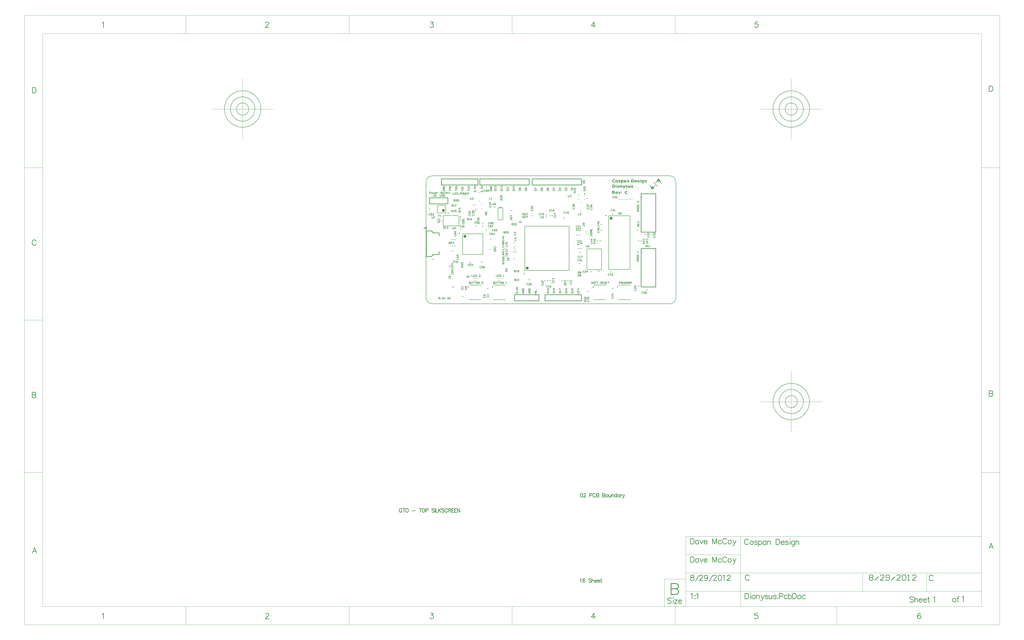
<source format=gto>
%FSLAX25Y25*%
%MOIN*%
G70*
G01*
G75*
%ADD10R,0.02953X0.02559*%
%ADD11R,0.05118X0.09055*%
%ADD12R,0.07087X0.07480*%
%ADD13R,0.05512X0.06299*%
%ADD14R,0.05315X0.01575*%
%ADD15R,0.02559X0.02953*%
%ADD16R,0.02362X0.03937*%
%ADD17R,0.01772X0.03937*%
%ADD18R,0.02362X0.01969*%
%ADD19R,0.01969X0.02362*%
%ADD20R,0.05906X0.05118*%
%ADD21R,0.04331X0.12598*%
%ADD22R,0.09843X0.03543*%
%ADD23R,0.00984X0.03150*%
%ADD24R,0.02756X0.01969*%
%ADD25R,0.01969X0.02756*%
%ADD26R,0.07874X0.04724*%
%ADD27R,0.07087X0.11811*%
%ADD28R,0.04921X0.07284*%
%ADD29R,0.07480X0.02835*%
%ADD30R,0.04921X0.01378*%
%ADD31O,0.06102X0.02165*%
%ADD32O,0.01181X0.07087*%
%ADD33O,0.07087X0.01181*%
%ADD34C,0.00600*%
%ADD35C,0.01000*%
%ADD36C,0.01500*%
%ADD37C,0.02000*%
%ADD38C,0.03000*%
%ADD39C,0.00400*%
%ADD40C,0.00200*%
%ADD41C,0.01400*%
%ADD42C,0.06000*%
%ADD43C,0.05906*%
%ADD44C,0.03937*%
%ADD45C,0.02400*%
%ADD46C,0.04000*%
%ADD47C,0.14900*%
%ADD48C,0.06400*%
%ADD49C,0.06416*%
G04:AMPARAMS|DCode=50|XSize=80.157mil|YSize=80.157mil|CornerRadius=0mil|HoleSize=0mil|Usage=FLASHONLY|Rotation=0.000|XOffset=0mil|YOffset=0mil|HoleType=Round|Shape=Relief|Width=8mil|Gap=10mil|Entries=4|*
%AMTHD50*
7,0,0,0.08016,0.06016,0.00800,45*
%
%ADD50THD50*%
G04:AMPARAMS|DCode=51|XSize=80mil|YSize=80mil|CornerRadius=0mil|HoleSize=0mil|Usage=FLASHONLY|Rotation=0.000|XOffset=0mil|YOffset=0mil|HoleType=Round|Shape=Relief|Width=8mil|Gap=10mil|Entries=4|*
%AMTHD51*
7,0,0,0.08000,0.06000,0.00800,45*
%
%ADD51THD51*%
%ADD52C,0.08699*%
%ADD53C,0.09487*%
G04:AMPARAMS|DCode=54|XSize=50mil|YSize=50mil|CornerRadius=0mil|HoleSize=0mil|Usage=FLASHONLY|Rotation=0.000|XOffset=0mil|YOffset=0mil|HoleType=Round|Shape=Relief|Width=8mil|Gap=10mil|Entries=4|*
%AMTHD54*
7,0,0,0.05000,0.03000,0.00800,45*
%
%ADD54THD54*%
%ADD55C,0.03400*%
%ADD56C,0.00984*%
%ADD57C,0.02362*%
%ADD58C,0.00787*%
%ADD59C,0.00394*%
G36*
X361667Y203541D02*
X361726Y203533D01*
X361785Y203526D01*
X361926Y203496D01*
X362089Y203452D01*
X362252Y203378D01*
X362333Y203333D01*
X362407Y203282D01*
X362481Y203222D01*
X362548Y203148D01*
X362555Y203141D01*
X362562Y203134D01*
X362577Y203104D01*
X362599Y203074D01*
X362629Y203030D01*
X362659Y202986D01*
X362688Y202919D01*
X362718Y202852D01*
X362747Y202778D01*
X362777Y202690D01*
X362807Y202593D01*
X362836Y202490D01*
X362858Y202379D01*
X362873Y202253D01*
X362888Y202127D01*
Y201987D01*
Y199700D01*
X361682D01*
Y200070D01*
Y201446D01*
Y201454D01*
Y201469D01*
Y201491D01*
Y201528D01*
Y201609D01*
Y201713D01*
X361674Y201824D01*
Y201935D01*
X361667Y202038D01*
X361660Y202120D01*
Y202127D01*
X361652Y202149D01*
Y202186D01*
X361645Y202223D01*
X361615Y202312D01*
X361600Y202357D01*
X361578Y202394D01*
Y202401D01*
X361563Y202416D01*
X361526Y202460D01*
X361467Y202519D01*
X361386Y202579D01*
X361378D01*
X361364Y202586D01*
X361341Y202601D01*
X361304Y202616D01*
X361223Y202638D01*
X361112Y202645D01*
X361097D01*
X361053Y202638D01*
X360986Y202630D01*
X360897Y202608D01*
X360809Y202571D01*
X360712Y202519D01*
X360616Y202445D01*
X360527Y202349D01*
X360520Y202334D01*
X360498Y202297D01*
X360461Y202231D01*
X360424Y202142D01*
X360379Y202031D01*
X360350Y201890D01*
X360320Y201728D01*
X360313Y201550D01*
Y199700D01*
X359114D01*
Y203459D01*
X360313D01*
Y202912D01*
X360328Y202919D01*
X360357Y202956D01*
X360416Y203015D01*
X360483Y203089D01*
X360572Y203163D01*
X360668Y203245D01*
X360772Y203319D01*
X360883Y203385D01*
X360897Y203393D01*
X360934Y203407D01*
X361001Y203437D01*
X361082Y203467D01*
X361186Y203496D01*
X361304Y203526D01*
X361430Y203541D01*
X361563Y203548D01*
X361623D01*
X361667Y203541D01*
D02*
G37*
G36*
X309356Y204791D02*
X309467Y204784D01*
X309586Y204776D01*
X309719Y204762D01*
X309860Y204732D01*
X310008Y204702D01*
X310015D01*
X310022Y204695D01*
X310045D01*
X310074Y204688D01*
X310148Y204665D01*
X310252Y204628D01*
X310363Y204591D01*
X310489Y204547D01*
X310622Y204488D01*
X310755Y204421D01*
Y203393D01*
X310748D01*
X310740Y203400D01*
X310696Y203430D01*
X310622Y203474D01*
X310533Y203526D01*
X310422Y203585D01*
X310304Y203644D01*
X310178Y203703D01*
X310045Y203748D01*
X310037D01*
X310030Y203755D01*
X309985Y203770D01*
X309911Y203785D01*
X309823Y203807D01*
X309712Y203829D01*
X309586Y203851D01*
X309453Y203859D01*
X309312Y203866D01*
X309245D01*
X309201Y203859D01*
X309142Y203851D01*
X309068Y203844D01*
X308994Y203829D01*
X308912Y203814D01*
X308742Y203755D01*
X308653Y203726D01*
X308557Y203681D01*
X308468Y203629D01*
X308387Y203570D01*
X308298Y203504D01*
X308224Y203422D01*
X308217Y203415D01*
X308209Y203400D01*
X308187Y203378D01*
X308165Y203341D01*
X308135Y203296D01*
X308098Y203237D01*
X308061Y203178D01*
X308032Y203104D01*
X307995Y203023D01*
X307958Y202926D01*
X307921Y202830D01*
X307891Y202719D01*
X307869Y202601D01*
X307847Y202475D01*
X307839Y202334D01*
X307832Y202194D01*
Y202186D01*
Y202157D01*
Y202120D01*
X307839Y202068D01*
X307847Y202001D01*
X307854Y201927D01*
X307862Y201839D01*
X307884Y201750D01*
X307928Y201557D01*
X307995Y201350D01*
X308039Y201254D01*
X308098Y201150D01*
X308158Y201062D01*
X308224Y200973D01*
X308232Y200965D01*
X308239Y200951D01*
X308269Y200936D01*
X308298Y200906D01*
X308335Y200869D01*
X308387Y200832D01*
X308439Y200795D01*
X308505Y200758D01*
X308579Y200714D01*
X308661Y200677D01*
X308750Y200640D01*
X308846Y200603D01*
X308957Y200573D01*
X309068Y200558D01*
X309186Y200544D01*
X309312Y200536D01*
X309379D01*
X309453Y200544D01*
X309549Y200551D01*
X309660Y200566D01*
X309786Y200581D01*
X309911Y200610D01*
X310045Y200647D01*
X310052D01*
X310059Y200655D01*
X310104Y200669D01*
X310170Y200699D01*
X310267Y200736D01*
X310370Y200788D01*
X310489Y200847D01*
X310622Y200921D01*
X310755Y201010D01*
Y199974D01*
X310748D01*
X310740Y199966D01*
X310696Y199944D01*
X310622Y199907D01*
X310526Y199870D01*
X310415Y199826D01*
X310289Y199781D01*
X310156Y199737D01*
X310008Y199700D01*
X310000D01*
X309993Y199693D01*
X309971D01*
X309941Y199685D01*
X309867Y199670D01*
X309763Y199656D01*
X309645Y199633D01*
X309512Y199619D01*
X309364Y199611D01*
X309208Y199604D01*
X309157D01*
X309090Y199611D01*
X309001Y199619D01*
X308898Y199626D01*
X308772Y199641D01*
X308639Y199663D01*
X308491Y199693D01*
X308335Y199730D01*
X308172Y199774D01*
X308010Y199833D01*
X307847Y199900D01*
X307684Y199974D01*
X307521Y200070D01*
X307366Y200174D01*
X307225Y200299D01*
X307218Y200307D01*
X307196Y200329D01*
X307159Y200373D01*
X307114Y200425D01*
X307055Y200499D01*
X306996Y200581D01*
X306929Y200684D01*
X306863Y200795D01*
X306796Y200928D01*
X306729Y201069D01*
X306670Y201224D01*
X306611Y201395D01*
X306567Y201572D01*
X306530Y201772D01*
X306507Y201972D01*
X306500Y202194D01*
Y202209D01*
Y202246D01*
X306507Y202312D01*
X306515Y202394D01*
X306522Y202497D01*
X306537Y202616D01*
X306559Y202741D01*
X306589Y202882D01*
X306626Y203030D01*
X306678Y203185D01*
X306737Y203348D01*
X306803Y203504D01*
X306892Y203659D01*
X306988Y203814D01*
X307099Y203962D01*
X307225Y204096D01*
X307233Y204103D01*
X307262Y204125D01*
X307299Y204162D01*
X307358Y204207D01*
X307432Y204258D01*
X307521Y204318D01*
X307625Y204384D01*
X307751Y204451D01*
X307884Y204510D01*
X308032Y204577D01*
X308195Y204636D01*
X308372Y204688D01*
X308565Y204732D01*
X308764Y204769D01*
X308979Y204791D01*
X309208Y204799D01*
X309282D01*
X309356Y204791D01*
D02*
G37*
G36*
X332681Y203541D02*
X332740Y203533D01*
X332800Y203526D01*
X332940Y203496D01*
X333103Y203452D01*
X333266Y203378D01*
X333347Y203333D01*
X333421Y203282D01*
X333495Y203222D01*
X333562Y203148D01*
X333569Y203141D01*
X333577Y203134D01*
X333591Y203104D01*
X333614Y203074D01*
X333643Y203030D01*
X333673Y202986D01*
X333702Y202919D01*
X333732Y202852D01*
X333762Y202778D01*
X333791Y202690D01*
X333821Y202593D01*
X333850Y202490D01*
X333873Y202379D01*
X333887Y202253D01*
X333902Y202127D01*
Y201987D01*
Y199700D01*
X332696D01*
Y200070D01*
Y201446D01*
Y201454D01*
Y201469D01*
Y201491D01*
Y201528D01*
Y201609D01*
Y201713D01*
X332689Y201824D01*
Y201935D01*
X332681Y202038D01*
X332674Y202120D01*
Y202127D01*
X332666Y202149D01*
Y202186D01*
X332659Y202223D01*
X332629Y202312D01*
X332615Y202357D01*
X332592Y202394D01*
Y202401D01*
X332578Y202416D01*
X332541Y202460D01*
X332481Y202519D01*
X332400Y202579D01*
X332393D01*
X332378Y202586D01*
X332356Y202601D01*
X332319Y202616D01*
X332237Y202638D01*
X332126Y202645D01*
X332111D01*
X332067Y202638D01*
X332000Y202630D01*
X331912Y202608D01*
X331823Y202571D01*
X331727Y202519D01*
X331630Y202445D01*
X331542Y202349D01*
X331534Y202334D01*
X331512Y202297D01*
X331475Y202231D01*
X331438Y202142D01*
X331394Y202031D01*
X331364Y201890D01*
X331334Y201728D01*
X331327Y201550D01*
Y199700D01*
X330128D01*
Y203459D01*
X331327D01*
Y202912D01*
X331342Y202919D01*
X331371Y202956D01*
X331431Y203015D01*
X331497Y203089D01*
X331586Y203163D01*
X331682Y203245D01*
X331786Y203319D01*
X331897Y203385D01*
X331912Y203393D01*
X331949Y203407D01*
X332015Y203437D01*
X332097Y203467D01*
X332200Y203496D01*
X332319Y203526D01*
X332444Y203541D01*
X332578Y203548D01*
X332637D01*
X332681Y203541D01*
D02*
G37*
G36*
X349413D02*
X349516Y203533D01*
X349635Y203526D01*
X349760Y203511D01*
X349894Y203489D01*
X349908D01*
X349931Y203481D01*
X349960D01*
X350034Y203467D01*
X350130Y203452D01*
X350249Y203430D01*
X350389Y203400D01*
X350537Y203370D01*
X350693Y203333D01*
Y202423D01*
X350685D01*
X350678Y202431D01*
X350656Y202438D01*
X350626Y202453D01*
X350552Y202482D01*
X350456Y202512D01*
X350338Y202556D01*
X350212Y202593D01*
X350079Y202630D01*
X349945Y202667D01*
X349938D01*
X349931Y202675D01*
X349886Y202682D01*
X349820Y202697D01*
X349731Y202712D01*
X349627Y202727D01*
X349509Y202734D01*
X349390Y202749D01*
X349213D01*
X349154Y202741D01*
X349080D01*
X348998Y202727D01*
X348909Y202712D01*
X348828Y202690D01*
X348761Y202660D01*
X348754Y202653D01*
X348739Y202645D01*
X348710Y202623D01*
X348680Y202593D01*
X348650Y202556D01*
X348621Y202512D01*
X348606Y202453D01*
X348599Y202394D01*
Y202386D01*
Y202371D01*
X348606Y202342D01*
X348613Y202312D01*
X348628Y202275D01*
X348650Y202238D01*
X348680Y202201D01*
X348717Y202172D01*
X348724D01*
X348739Y202157D01*
X348776Y202149D01*
X348821Y202127D01*
X348880Y202112D01*
X348961Y202090D01*
X349057Y202075D01*
X349168Y202061D01*
X349383Y202031D01*
X349390D01*
X349420Y202024D01*
X349472Y202016D01*
X349531Y202009D01*
X349605Y201994D01*
X349694Y201979D01*
X349783Y201957D01*
X349879Y201935D01*
X350086Y201883D01*
X350293Y201816D01*
X350389Y201779D01*
X350478Y201735D01*
X350552Y201691D01*
X350619Y201639D01*
X350626D01*
X350634Y201624D01*
X350671Y201587D01*
X350722Y201528D01*
X350782Y201432D01*
X350841Y201321D01*
X350893Y201173D01*
X350930Y201002D01*
X350944Y200906D01*
Y200803D01*
Y200795D01*
Y200773D01*
Y200743D01*
X350937Y200706D01*
X350930Y200655D01*
X350922Y200595D01*
X350893Y200462D01*
X350833Y200322D01*
X350804Y200240D01*
X350759Y200166D01*
X350708Y200100D01*
X350648Y200026D01*
X350582Y199959D01*
X350500Y199900D01*
X350493D01*
X350478Y199885D01*
X350456Y199870D01*
X350419Y199855D01*
X350375Y199833D01*
X350315Y199804D01*
X350249Y199781D01*
X350167Y199752D01*
X350079Y199722D01*
X349982Y199700D01*
X349879Y199670D01*
X349760Y199648D01*
X349627Y199633D01*
X349494Y199619D01*
X349339Y199604D01*
X349043D01*
X348946Y199611D01*
X348828Y199619D01*
X348695Y199626D01*
X348554Y199641D01*
X348406Y199663D01*
X348391D01*
X348369Y199670D01*
X348340Y199678D01*
X348258Y199685D01*
X348162Y199707D01*
X348036Y199730D01*
X347903Y199767D01*
X347755Y199796D01*
X347600Y199841D01*
Y200751D01*
X347607D01*
X347614Y200743D01*
X347659Y200721D01*
X347733Y200692D01*
X347822Y200655D01*
X347933Y200610D01*
X348058Y200566D01*
X348192Y200521D01*
X348332Y200484D01*
X348347D01*
X348369Y200477D01*
X348399Y200470D01*
X348473Y200462D01*
X348569Y200447D01*
X348687Y200433D01*
X348813Y200418D01*
X348954Y200410D01*
X349094Y200403D01*
X349154D01*
X349213Y200410D01*
X349294Y200418D01*
X349383Y200425D01*
X349472Y200447D01*
X349553Y200470D01*
X349627Y200499D01*
X349635Y200507D01*
X349657Y200514D01*
X349686Y200536D01*
X349716Y200573D01*
X349746Y200610D01*
X349775Y200662D01*
X349797Y200714D01*
X349805Y200780D01*
Y200788D01*
Y200810D01*
X349797Y200840D01*
X349790Y200869D01*
X349775Y200914D01*
X349753Y200951D01*
X349723Y200988D01*
X349679Y201017D01*
X349672Y201025D01*
X349657Y201032D01*
X349620Y201047D01*
X349568Y201062D01*
X349501Y201084D01*
X349420Y201106D01*
X349316Y201128D01*
X349191Y201143D01*
X348983Y201173D01*
X348976D01*
X348946Y201180D01*
X348909Y201187D01*
X348850Y201195D01*
X348784Y201202D01*
X348710Y201217D01*
X348628Y201239D01*
X348539Y201261D01*
X348354Y201306D01*
X348169Y201372D01*
X348081Y201409D01*
X347999Y201454D01*
X347925Y201498D01*
X347859Y201543D01*
X347844Y201557D01*
X347807Y201594D01*
X347755Y201661D01*
X347703Y201750D01*
X347644Y201868D01*
X347592Y202009D01*
X347555Y202179D01*
X347548Y202268D01*
X347540Y202371D01*
Y202379D01*
Y202401D01*
Y202431D01*
X347548Y202468D01*
X347555Y202519D01*
X347563Y202579D01*
X347592Y202704D01*
X347637Y202852D01*
X347711Y203000D01*
X347762Y203067D01*
X347814Y203141D01*
X347873Y203200D01*
X347947Y203259D01*
X347955D01*
X347970Y203274D01*
X347992Y203289D01*
X348021Y203304D01*
X348066Y203326D01*
X348118Y203348D01*
X348184Y203378D01*
X348258Y203407D01*
X348340Y203430D01*
X348428Y203459D01*
X348532Y203481D01*
X348650Y203504D01*
X348769Y203518D01*
X348902Y203533D01*
X349043Y203548D01*
X349324D01*
X349413Y203541D01*
D02*
G37*
G36*
X323143D02*
X323202Y203533D01*
X323268Y203518D01*
X323342Y203504D01*
X323431Y203481D01*
X323513Y203452D01*
X323609Y203415D01*
X323705Y203370D01*
X323801Y203311D01*
X323897Y203252D01*
X323986Y203178D01*
X324075Y203089D01*
X324164Y202993D01*
X324171Y202986D01*
X324186Y202971D01*
X324208Y202934D01*
X324238Y202889D01*
X324267Y202838D01*
X324304Y202771D01*
X324349Y202697D01*
X324393Y202608D01*
X324430Y202512D01*
X324475Y202401D01*
X324512Y202283D01*
X324549Y202157D01*
X324571Y202024D01*
X324593Y201883D01*
X324608Y201728D01*
X324615Y201572D01*
Y201565D01*
Y201535D01*
Y201491D01*
X324608Y201432D01*
X324600Y201358D01*
X324593Y201269D01*
X324578Y201173D01*
X324556Y201069D01*
X324504Y200847D01*
X324467Y200729D01*
X324423Y200610D01*
X324371Y200492D01*
X324312Y200373D01*
X324245Y200262D01*
X324164Y200151D01*
X324156Y200144D01*
X324142Y200129D01*
X324119Y200100D01*
X324082Y200063D01*
X324038Y200026D01*
X323986Y199981D01*
X323927Y199929D01*
X323853Y199878D01*
X323779Y199826D01*
X323690Y199774D01*
X323594Y199730D01*
X323498Y199693D01*
X323387Y199656D01*
X323276Y199626D01*
X323150Y199611D01*
X323024Y199604D01*
X322958D01*
X322884Y199611D01*
X322787Y199626D01*
X322684Y199641D01*
X322565Y199670D01*
X322447Y199707D01*
X322329Y199759D01*
X322314Y199767D01*
X322277Y199789D01*
X322218Y199826D01*
X322144Y199878D01*
X322062Y199944D01*
X321973Y200033D01*
X321877Y200129D01*
X321781Y200248D01*
Y198272D01*
X320582D01*
Y203459D01*
X321781D01*
Y202912D01*
X321796Y202919D01*
X321825Y202956D01*
X321877Y203015D01*
X321944Y203089D01*
X322025Y203163D01*
X322114Y203245D01*
X322218Y203319D01*
X322329Y203385D01*
X322343Y203393D01*
X322380Y203407D01*
X322447Y203437D01*
X322528Y203467D01*
X322632Y203496D01*
X322750Y203526D01*
X322884Y203541D01*
X323024Y203548D01*
X323091D01*
X323143Y203541D01*
D02*
G37*
G36*
X313829Y173300D02*
X313025D01*
X311088Y176968D01*
Y173300D01*
X310511D01*
Y177687D01*
X311308D01*
X313252Y174013D01*
Y177687D01*
X313829D01*
Y173300D01*
D02*
G37*
G36*
X315747Y175665D02*
X315125D01*
Y176410D01*
X315747D01*
Y175665D01*
D02*
G37*
G36*
Y173300D02*
X315125D01*
Y174045D01*
X315747D01*
Y173300D01*
D02*
G37*
G36*
X353046Y203940D02*
X351847D01*
Y204917D01*
X353046D01*
Y203940D01*
D02*
G37*
G36*
X340559Y171881D02*
X316389D01*
Y172302D01*
X340559D01*
Y171881D01*
D02*
G37*
G36*
X355658Y203533D02*
X355754Y203518D01*
X355858Y203504D01*
X355976Y203474D01*
X356095Y203437D01*
X356206Y203385D01*
X356221Y203378D01*
X356258Y203356D01*
X356317Y203319D01*
X356391Y203267D01*
X356472Y203200D01*
X356568Y203111D01*
X356665Y203015D01*
X356761Y202897D01*
Y203459D01*
X357967D01*
Y200077D01*
Y200070D01*
Y200040D01*
Y199989D01*
X357960Y199929D01*
X357952Y199855D01*
X357937Y199767D01*
X357915Y199670D01*
X357893Y199567D01*
X357863Y199456D01*
X357826Y199345D01*
X357782Y199234D01*
X357723Y199115D01*
X357656Y199004D01*
X357582Y198893D01*
X357493Y198797D01*
X357390Y198701D01*
X357382Y198694D01*
X357360Y198679D01*
X357331Y198657D01*
X357286Y198627D01*
X357227Y198590D01*
X357153Y198546D01*
X357064Y198509D01*
X356968Y198464D01*
X356857Y198412D01*
X356739Y198375D01*
X356598Y198331D01*
X356450Y198294D01*
X356287Y198264D01*
X356117Y198242D01*
X355932Y198227D01*
X355732Y198220D01*
X355599D01*
X355510Y198227D01*
X355407Y198235D01*
X355296Y198242D01*
X355044Y198279D01*
X355029D01*
X354985Y198287D01*
X354926Y198301D01*
X354844Y198316D01*
X354741Y198338D01*
X354630Y198368D01*
X354511Y198398D01*
X354393Y198435D01*
Y199367D01*
X354408Y199360D01*
X354445Y199337D01*
X354504Y199308D01*
X354585Y199271D01*
X354681Y199226D01*
X354785Y199182D01*
X354896Y199138D01*
X355007Y199101D01*
X355022D01*
X355059Y199086D01*
X355118Y199071D01*
X355199Y199056D01*
X355288Y199041D01*
X355392Y199027D01*
X355503Y199019D01*
X355614Y199012D01*
X355673D01*
X355710Y199019D01*
X355762D01*
X355814Y199027D01*
X355947Y199041D01*
X356087Y199078D01*
X356228Y199123D01*
X356361Y199182D01*
X356428Y199226D01*
X356480Y199271D01*
X356494Y199286D01*
X356524Y199323D01*
X356568Y199382D01*
X356620Y199471D01*
X356672Y199582D01*
X356716Y199722D01*
X356746Y199885D01*
X356761Y200077D01*
Y200336D01*
X356746Y200322D01*
X356716Y200285D01*
X356665Y200225D01*
X356598Y200151D01*
X356517Y200070D01*
X356420Y199989D01*
X356317Y199915D01*
X356206Y199848D01*
X356191Y199841D01*
X356154Y199826D01*
X356095Y199804D01*
X356006Y199774D01*
X355910Y199744D01*
X355791Y199722D01*
X355658Y199707D01*
X355518Y199700D01*
X355488D01*
X355451Y199707D01*
X355407D01*
X355347Y199715D01*
X355273Y199730D01*
X355199Y199744D01*
X355118Y199767D01*
X355029Y199796D01*
X354940Y199833D01*
X354844Y199878D01*
X354748Y199929D01*
X354652Y199989D01*
X354556Y200063D01*
X354467Y200144D01*
X354378Y200240D01*
X354371Y200248D01*
X354356Y200262D01*
X354334Y200299D01*
X354311Y200336D01*
X354274Y200388D01*
X354237Y200455D01*
X354200Y200529D01*
X354156Y200618D01*
X354112Y200706D01*
X354075Y200817D01*
X354038Y200928D01*
X354001Y201047D01*
X353978Y201180D01*
X353956Y201321D01*
X353941Y201461D01*
X353934Y201617D01*
Y201624D01*
Y201654D01*
Y201698D01*
X353941Y201757D01*
X353949Y201831D01*
X353956Y201913D01*
X353971Y202009D01*
X353993Y202105D01*
X354045Y202327D01*
X354082Y202438D01*
X354119Y202556D01*
X354171Y202675D01*
X354230Y202786D01*
X354297Y202897D01*
X354378Y203000D01*
X354385Y203008D01*
X354400Y203023D01*
X354422Y203052D01*
X354459Y203082D01*
X354504Y203126D01*
X354556Y203171D01*
X354622Y203222D01*
X354689Y203274D01*
X354770Y203319D01*
X354852Y203370D01*
X354948Y203415D01*
X355051Y203459D01*
X355155Y203489D01*
X355273Y203518D01*
X355392Y203533D01*
X355518Y203541D01*
X355584D01*
X355658Y203533D01*
D02*
G37*
G36*
X313722Y203541D02*
X313804Y203533D01*
X313893Y203518D01*
X314004Y203504D01*
X314115Y203481D01*
X314233Y203452D01*
X314359Y203422D01*
X314485Y203378D01*
X314610Y203326D01*
X314736Y203267D01*
X314855Y203193D01*
X314973Y203119D01*
X315077Y203023D01*
X315084Y203015D01*
X315099Y203000D01*
X315128Y202971D01*
X315165Y202926D01*
X315202Y202875D01*
X315247Y202808D01*
X315299Y202734D01*
X315350Y202645D01*
X315402Y202549D01*
X315454Y202438D01*
X315498Y202320D01*
X315535Y202186D01*
X315572Y202053D01*
X315602Y201898D01*
X315617Y201742D01*
X315624Y201572D01*
Y201565D01*
Y201535D01*
Y201483D01*
X315617Y201417D01*
X315609Y201343D01*
X315595Y201254D01*
X315580Y201150D01*
X315558Y201047D01*
X315528Y200928D01*
X315491Y200810D01*
X315447Y200692D01*
X315395Y200573D01*
X315328Y200447D01*
X315254Y200336D01*
X315173Y200225D01*
X315077Y200122D01*
X315069Y200114D01*
X315054Y200100D01*
X315017Y200077D01*
X314973Y200040D01*
X314921Y200003D01*
X314855Y199959D01*
X314773Y199915D01*
X314684Y199863D01*
X314581Y199818D01*
X314462Y199767D01*
X314344Y199722D01*
X314203Y199685D01*
X314063Y199648D01*
X313900Y199626D01*
X313737Y199611D01*
X313560Y199604D01*
X313463D01*
X313397Y199611D01*
X313315Y199619D01*
X313227Y199633D01*
X313123Y199648D01*
X313005Y199670D01*
X312886Y199693D01*
X312760Y199730D01*
X312635Y199774D01*
X312509Y199826D01*
X312383Y199885D01*
X312265Y199952D01*
X312154Y200033D01*
X312043Y200122D01*
X312035Y200129D01*
X312020Y200144D01*
X311991Y200174D01*
X311954Y200218D01*
X311917Y200270D01*
X311872Y200336D01*
X311821Y200410D01*
X311769Y200499D01*
X311717Y200595D01*
X311665Y200706D01*
X311621Y200825D01*
X311584Y200958D01*
X311547Y201099D01*
X311517Y201247D01*
X311502Y201402D01*
X311495Y201572D01*
Y201580D01*
Y201617D01*
X311502Y201661D01*
Y201728D01*
X311510Y201802D01*
X311525Y201890D01*
X311539Y201994D01*
X311562Y202098D01*
X311591Y202216D01*
X311628Y202334D01*
X311673Y202453D01*
X311724Y202571D01*
X311791Y202697D01*
X311865Y202808D01*
X311946Y202919D01*
X312043Y203023D01*
X312050Y203030D01*
X312065Y203045D01*
X312102Y203074D01*
X312146Y203104D01*
X312198Y203141D01*
X312265Y203185D01*
X312346Y203237D01*
X312435Y203289D01*
X312538Y203333D01*
X312657Y203385D01*
X312775Y203430D01*
X312916Y203467D01*
X313056Y203496D01*
X313219Y203526D01*
X313382Y203541D01*
X313560Y203548D01*
X313656D01*
X313722Y203541D01*
D02*
G37*
G36*
X382357Y201390D02*
X382440Y201349D01*
X382551Y201266D01*
X382690Y201141D01*
X382815Y200974D01*
X382926Y200752D01*
X382968Y200627D01*
X383009Y200488D01*
X383023Y200322D01*
X383037Y200155D01*
X383023D01*
X383009Y200127D01*
X382926Y200072D01*
X382801Y199989D01*
X382648Y199891D01*
X382468Y199794D01*
X382288Y199711D01*
X382121Y199655D01*
X381968Y199628D01*
X381954D01*
X381941Y199642D01*
X381857Y199669D01*
X381746Y199725D01*
X381607Y199794D01*
X381469Y199878D01*
X381358Y199961D01*
X381274Y200058D01*
X381260Y200100D01*
X381247Y200155D01*
Y200863D01*
Y200877D01*
X381260Y200905D01*
X381274Y200960D01*
X381316Y201030D01*
X381385Y201113D01*
X381469Y201210D01*
X381607Y201307D01*
X381788Y201404D01*
X382343D01*
X382357Y201390D01*
D02*
G37*
G36*
X373057Y193035D02*
Y193021D01*
Y192993D01*
Y192951D01*
X373043Y192896D01*
X373030Y192743D01*
X372988Y192563D01*
X372932Y192368D01*
X372835Y192202D01*
X372710Y192049D01*
X372627Y192008D01*
X372530Y191966D01*
X371975D01*
X371947Y191980D01*
X371878Y192008D01*
X371808Y192063D01*
X371697Y192146D01*
X371586Y192271D01*
X371517Y192355D01*
X371433Y192452D01*
X371364Y192563D01*
X371281Y192688D01*
Y193035D01*
Y193049D01*
X371295Y193062D01*
X371336Y193146D01*
X371420Y193257D01*
X371544Y193396D01*
X371711Y193520D01*
X371933Y193631D01*
X372058Y193673D01*
X372197Y193715D01*
X372363Y193729D01*
X372530Y193743D01*
X373057Y193035D01*
D02*
G37*
G36*
X382732Y205652D02*
X382815Y205610D01*
X382912Y205527D01*
X382982Y205471D01*
X383051Y205402D01*
X383134Y205318D01*
X383231Y205207D01*
X383329Y205083D01*
X383440Y204930D01*
X383564Y204763D01*
X383689Y204583D01*
X383828Y204361D01*
X383967Y204111D01*
X384134Y203847D01*
X384300Y203542D01*
X384467Y203209D01*
X384661Y202834D01*
X384855Y202431D01*
X385064Y201987D01*
X385286Y201515D01*
X385522Y200988D01*
X385758Y200433D01*
X386007Y199822D01*
X386271Y199183D01*
X386549Y198489D01*
X386840Y197740D01*
X387132Y196949D01*
X386951D01*
X386937Y196963D01*
X386910Y197018D01*
X386868Y197088D01*
X386812Y197185D01*
X386743Y197310D01*
X386646Y197462D01*
X386549Y197629D01*
X386438Y197809D01*
X386299Y198018D01*
X386174Y198226D01*
X385869Y198698D01*
X385522Y199197D01*
X385161Y199711D01*
X384786Y200224D01*
X384383Y200724D01*
X383981Y201196D01*
X383787Y201404D01*
X383578Y201612D01*
X383384Y201793D01*
X383190Y201959D01*
X383009Y202112D01*
X382815Y202237D01*
X382635Y202334D01*
X382468Y202418D01*
X382288Y202459D01*
X382135Y202473D01*
X381788D01*
X381760Y202459D01*
X381691Y202431D01*
X381580Y202376D01*
X381427Y202293D01*
X381247Y202168D01*
X381025Y202001D01*
X380761Y201779D01*
X380622Y201654D01*
X380483Y201515D01*
X380330Y201363D01*
X380178Y201182D01*
X380011Y201002D01*
X379845Y200794D01*
X379664Y200571D01*
X379484Y200336D01*
X379303Y200072D01*
X379123Y199794D01*
X378929Y199489D01*
X378734Y199170D01*
X378540Y198837D01*
X378332Y198476D01*
X378137Y198087D01*
X377929Y197671D01*
X377721Y197240D01*
X377513Y196782D01*
X377527Y196768D01*
X377554Y196699D01*
X377596Y196616D01*
X377665Y196491D01*
X377735Y196352D01*
X377818Y196199D01*
X378026Y195852D01*
X378249Y195505D01*
X378360Y195339D01*
X378484Y195186D01*
X378609Y195047D01*
X378720Y194936D01*
X378831Y194853D01*
X378942Y194811D01*
X379317D01*
X379359Y194839D01*
X379400Y194867D01*
X379442Y194895D01*
X379498Y194950D01*
X379567Y195019D01*
X379650Y195103D01*
X379748Y195200D01*
X379872Y195339D01*
X379997Y195491D01*
X380150Y195672D01*
X380317Y195894D01*
X380511Y196144D01*
X380719Y196421D01*
Y196241D01*
Y196227D01*
X380705Y196213D01*
X380691Y196172D01*
X380678Y196116D01*
X380622Y195977D01*
X380553Y195797D01*
X380469Y195575D01*
X380372Y195339D01*
X380261Y195089D01*
X380150Y194825D01*
X380011Y194548D01*
X379886Y194298D01*
X379748Y194062D01*
X379623Y193840D01*
X379484Y193659D01*
X379359Y193520D01*
X379290Y193465D01*
X379234Y193423D01*
X379165Y193409D01*
X379109Y193396D01*
X379081D01*
X379026Y193423D01*
X378970Y193451D01*
X378901Y193493D01*
X378818Y193562D01*
X378720Y193659D01*
X378595Y193798D01*
X378471Y193965D01*
X378346Y194173D01*
X378193Y194437D01*
X378124Y194589D01*
X378040Y194742D01*
X377957Y194922D01*
X377874Y195117D01*
X377790Y195325D01*
X377693Y195547D01*
X377610Y195783D01*
X377513Y196033D01*
X377430Y196310D01*
X377332Y196602D01*
X377152D01*
X377138Y196574D01*
X377110Y196505D01*
X377069Y196394D01*
X376999Y196241D01*
X376916Y196047D01*
X376819Y195811D01*
X376722Y195561D01*
X376597Y195269D01*
X376458Y194950D01*
X376305Y194617D01*
X376153Y194270D01*
X375986Y193895D01*
X375611Y193132D01*
X375223Y192341D01*
X374820Y191536D01*
X374390Y190772D01*
X374182Y190398D01*
X373960Y190050D01*
X373751Y189717D01*
X373529Y189398D01*
X373321Y189107D01*
X373113Y188857D01*
X372905Y188621D01*
X372710Y188426D01*
X372516Y188274D01*
X372336Y188163D01*
X372155Y188093D01*
X371989Y188066D01*
X371975D01*
X371919Y188080D01*
X371822Y188121D01*
X371697Y188204D01*
X371614Y188260D01*
X371531Y188329D01*
X371433Y188426D01*
X371322Y188524D01*
X371211Y188649D01*
X371086Y188801D01*
X370948Y188968D01*
X370809Y189162D01*
X370642Y189370D01*
X370490Y189620D01*
X370309Y189884D01*
X370129Y190189D01*
X369934Y190536D01*
X369740Y190897D01*
X369532Y191300D01*
X369310Y191744D01*
X369074Y192216D01*
X368838Y192743D01*
X368588Y193298D01*
X368324Y193909D01*
X368061Y194548D01*
X367783Y195242D01*
X367492Y195991D01*
X367200Y196782D01*
X367380D01*
X367408Y196768D01*
X367436Y196727D01*
X367492Y196685D01*
X367561Y196602D01*
X367658Y196491D01*
X367755Y196352D01*
X367894Y196172D01*
X368047Y195963D01*
X368227Y195686D01*
X368324Y195533D01*
X368421Y195367D01*
X368532Y195186D01*
X368657Y194992D01*
X368782Y194784D01*
X368921Y194562D01*
X369060Y194325D01*
X369213Y194062D01*
X369365Y193784D01*
X369532Y193493D01*
X369698Y193187D01*
X369879Y192854D01*
X369893Y192840D01*
X369934Y192799D01*
X370004Y192729D01*
X370087Y192632D01*
X370184Y192521D01*
X370309Y192410D01*
X370448Y192285D01*
X370601Y192146D01*
X370934Y191883D01*
X371100Y191772D01*
X371281Y191661D01*
X371461Y191563D01*
X371642Y191494D01*
X371822Y191452D01*
X371989Y191438D01*
X372377D01*
X372447Y191452D01*
X372558Y191480D01*
X372710Y191522D01*
X372905Y191619D01*
X373141Y191744D01*
X373266Y191827D01*
X373404Y191910D01*
X373557Y192021D01*
X373710Y192146D01*
X373862Y192299D01*
X374029Y192452D01*
X374209Y192632D01*
X374390Y192826D01*
X374584Y193049D01*
X374779Y193284D01*
X374973Y193548D01*
X375181Y193840D01*
X375389Y194159D01*
X375611Y194492D01*
X375819Y194853D01*
X376055Y195255D01*
X376277Y195672D01*
X376514Y196130D01*
X376749Y196616D01*
X376985Y197129D01*
X376972Y197143D01*
X376958Y197185D01*
X376916Y197254D01*
X376860Y197351D01*
X376791Y197462D01*
X376722Y197587D01*
X376541Y197851D01*
X376333Y198143D01*
X376125Y198406D01*
X376028Y198517D01*
X375931Y198614D01*
X375833Y198684D01*
X375736Y198739D01*
X375195D01*
X375153Y198712D01*
X375084Y198670D01*
X375028Y198614D01*
X374959Y198559D01*
X374889Y198489D01*
X374806Y198392D01*
X374695Y198281D01*
X374584Y198143D01*
X374445Y197976D01*
X374307Y197782D01*
X374140Y197560D01*
X373960Y197310D01*
Y197490D01*
Y197504D01*
X373973Y197518D01*
X374001Y197601D01*
X374043Y197740D01*
X374098Y197907D01*
X374182Y198115D01*
X374265Y198337D01*
X374362Y198573D01*
X374473Y198823D01*
X374598Y199073D01*
X374723Y199308D01*
X374848Y199544D01*
X374987Y199739D01*
X375126Y199905D01*
X375278Y200044D01*
X375417Y200127D01*
X375486Y200141D01*
X375556Y200155D01*
X375736D01*
X375750Y200141D01*
X375778Y200114D01*
X375819Y200072D01*
X375875Y200016D01*
X375944Y199919D01*
X376028Y199822D01*
X376125Y199683D01*
X376222Y199530D01*
X376333Y199350D01*
X376444Y199142D01*
X376555Y198906D01*
X376680Y198656D01*
X376805Y198365D01*
X376916Y198045D01*
X377041Y197698D01*
X377152Y197310D01*
X377332D01*
X377346Y197324D01*
X377360Y197379D01*
X377402Y197476D01*
X377443Y197601D01*
X377499Y197754D01*
X377582Y197934D01*
X377665Y198129D01*
X377763Y198365D01*
X377860Y198614D01*
X377971Y198892D01*
X378096Y199183D01*
X378235Y199475D01*
X378526Y200127D01*
X378845Y200821D01*
X379192Y201529D01*
X379567Y202237D01*
X379942Y202931D01*
X380344Y203611D01*
X380539Y203930D01*
X380747Y204236D01*
X380955Y204513D01*
X381149Y204791D01*
X381358Y205041D01*
X381566Y205277D01*
X381774Y205485D01*
X381968Y205665D01*
X382690D01*
X382732Y205652D01*
D02*
G37*
G36*
X353046Y199700D02*
X351847D01*
Y203459D01*
X353046D01*
Y199700D01*
D02*
G37*
G36*
X318148Y203541D02*
X318251Y203533D01*
X318370Y203526D01*
X318495Y203511D01*
X318629Y203489D01*
X318643D01*
X318666Y203481D01*
X318695D01*
X318769Y203467D01*
X318865Y203452D01*
X318984Y203430D01*
X319124Y203400D01*
X319272Y203370D01*
X319428Y203333D01*
Y202423D01*
X319420D01*
X319413Y202431D01*
X319391Y202438D01*
X319361Y202453D01*
X319287Y202482D01*
X319191Y202512D01*
X319073Y202556D01*
X318947Y202593D01*
X318814Y202630D01*
X318680Y202667D01*
X318673D01*
X318666Y202675D01*
X318621Y202682D01*
X318555Y202697D01*
X318466Y202712D01*
X318362Y202727D01*
X318244Y202734D01*
X318125Y202749D01*
X317948D01*
X317889Y202741D01*
X317815D01*
X317733Y202727D01*
X317644Y202712D01*
X317563Y202690D01*
X317496Y202660D01*
X317489Y202653D01*
X317474Y202645D01*
X317445Y202623D01*
X317415Y202593D01*
X317385Y202556D01*
X317356Y202512D01*
X317341Y202453D01*
X317334Y202394D01*
Y202386D01*
Y202371D01*
X317341Y202342D01*
X317348Y202312D01*
X317363Y202275D01*
X317385Y202238D01*
X317415Y202201D01*
X317452Y202172D01*
X317459D01*
X317474Y202157D01*
X317511Y202149D01*
X317556Y202127D01*
X317615Y202112D01*
X317696Y202090D01*
X317792Y202075D01*
X317903Y202061D01*
X318118Y202031D01*
X318125D01*
X318155Y202024D01*
X318207Y202016D01*
X318266Y202009D01*
X318340Y201994D01*
X318429Y201979D01*
X318518Y201957D01*
X318614Y201935D01*
X318821Y201883D01*
X319028Y201816D01*
X319124Y201779D01*
X319213Y201735D01*
X319287Y201691D01*
X319354Y201639D01*
X319361D01*
X319369Y201624D01*
X319406Y201587D01*
X319457Y201528D01*
X319517Y201432D01*
X319576Y201321D01*
X319628Y201173D01*
X319665Y201002D01*
X319679Y200906D01*
Y200803D01*
Y200795D01*
Y200773D01*
Y200743D01*
X319672Y200706D01*
X319665Y200655D01*
X319657Y200595D01*
X319628Y200462D01*
X319568Y200322D01*
X319539Y200240D01*
X319494Y200166D01*
X319443Y200100D01*
X319383Y200026D01*
X319317Y199959D01*
X319235Y199900D01*
X319228D01*
X319213Y199885D01*
X319191Y199870D01*
X319154Y199855D01*
X319110Y199833D01*
X319050Y199804D01*
X318984Y199781D01*
X318902Y199752D01*
X318814Y199722D01*
X318717Y199700D01*
X318614Y199670D01*
X318495Y199648D01*
X318362Y199633D01*
X318229Y199619D01*
X318074Y199604D01*
X317778D01*
X317681Y199611D01*
X317563Y199619D01*
X317430Y199626D01*
X317289Y199641D01*
X317141Y199663D01*
X317126D01*
X317104Y199670D01*
X317075Y199678D01*
X316993Y199685D01*
X316897Y199707D01*
X316771Y199730D01*
X316638Y199767D01*
X316490Y199796D01*
X316335Y199841D01*
Y200751D01*
X316342D01*
X316349Y200743D01*
X316394Y200721D01*
X316468Y200692D01*
X316557Y200655D01*
X316668Y200610D01*
X316793Y200566D01*
X316927Y200521D01*
X317067Y200484D01*
X317082D01*
X317104Y200477D01*
X317134Y200470D01*
X317208Y200462D01*
X317304Y200447D01*
X317422Y200433D01*
X317548Y200418D01*
X317689Y200410D01*
X317829Y200403D01*
X317889D01*
X317948Y200410D01*
X318029Y200418D01*
X318118Y200425D01*
X318207Y200447D01*
X318288Y200470D01*
X318362Y200499D01*
X318370Y200507D01*
X318392Y200514D01*
X318421Y200536D01*
X318451Y200573D01*
X318481Y200610D01*
X318510Y200662D01*
X318532Y200714D01*
X318540Y200780D01*
Y200788D01*
Y200810D01*
X318532Y200840D01*
X318525Y200869D01*
X318510Y200914D01*
X318488Y200951D01*
X318458Y200988D01*
X318414Y201017D01*
X318407Y201025D01*
X318392Y201032D01*
X318355Y201047D01*
X318303Y201062D01*
X318236Y201084D01*
X318155Y201106D01*
X318051Y201128D01*
X317926Y201143D01*
X317718Y201173D01*
X317711D01*
X317681Y201180D01*
X317644Y201187D01*
X317585Y201195D01*
X317519Y201202D01*
X317445Y201217D01*
X317363Y201239D01*
X317274Y201261D01*
X317089Y201306D01*
X316904Y201372D01*
X316816Y201409D01*
X316734Y201454D01*
X316660Y201498D01*
X316594Y201543D01*
X316579Y201557D01*
X316542Y201594D01*
X316490Y201661D01*
X316438Y201750D01*
X316379Y201868D01*
X316327Y202009D01*
X316290Y202179D01*
X316283Y202268D01*
X316275Y202371D01*
Y202379D01*
Y202401D01*
Y202431D01*
X316283Y202468D01*
X316290Y202519D01*
X316298Y202579D01*
X316327Y202704D01*
X316372Y202852D01*
X316446Y203000D01*
X316497Y203067D01*
X316549Y203141D01*
X316608Y203200D01*
X316682Y203259D01*
X316690D01*
X316705Y203274D01*
X316727Y203289D01*
X316756Y203304D01*
X316801Y203326D01*
X316853Y203348D01*
X316919Y203378D01*
X316993Y203407D01*
X317075Y203430D01*
X317163Y203459D01*
X317267Y203481D01*
X317385Y203504D01*
X317504Y203518D01*
X317637Y203533D01*
X317778Y203548D01*
X318059D01*
X318148Y203541D01*
D02*
G37*
G36*
X339097Y204702D02*
X339208D01*
X339326Y204695D01*
X339460Y204688D01*
X339733Y204673D01*
X340015Y204643D01*
X340155Y204621D01*
X340281Y204599D01*
X340407Y204577D01*
X340518Y204547D01*
X340525D01*
X340540Y204540D01*
X340570Y204532D01*
X340614Y204517D01*
X340658Y204495D01*
X340718Y204473D01*
X340851Y204414D01*
X340999Y204340D01*
X341162Y204244D01*
X341324Y204125D01*
X341480Y203992D01*
X341487D01*
X341495Y203977D01*
X341539Y203933D01*
X341598Y203859D01*
X341672Y203770D01*
X341761Y203652D01*
X341842Y203518D01*
X341924Y203370D01*
X341998Y203208D01*
Y203200D01*
X342005Y203185D01*
X342013Y203163D01*
X342027Y203126D01*
X342042Y203089D01*
X342057Y203037D01*
X342072Y202978D01*
X342087Y202919D01*
X342116Y202771D01*
X342146Y202601D01*
X342168Y202408D01*
X342175Y202209D01*
Y202201D01*
Y202186D01*
Y202157D01*
Y202112D01*
X342168Y202061D01*
Y202009D01*
X342153Y201868D01*
X342131Y201713D01*
X342101Y201543D01*
X342057Y201365D01*
X341998Y201195D01*
Y201187D01*
X341990Y201173D01*
X341983Y201150D01*
X341968Y201121D01*
X341924Y201039D01*
X341872Y200928D01*
X341798Y200810D01*
X341709Y200677D01*
X341606Y200544D01*
X341480Y200410D01*
X341472Y200403D01*
X341465Y200396D01*
X341435Y200373D01*
X341406Y200344D01*
X341369Y200314D01*
X341324Y200277D01*
X341206Y200196D01*
X341065Y200100D01*
X340903Y200011D01*
X340710Y199929D01*
X340510Y199855D01*
X340503D01*
X340481Y199848D01*
X340451Y199841D01*
X340407Y199833D01*
X340348Y199818D01*
X340274Y199804D01*
X340185Y199789D01*
X340089Y199781D01*
X339978Y199767D01*
X339852Y199752D01*
X339711Y199737D01*
X339556Y199722D01*
X339393Y199715D01*
X339215Y199707D01*
X339023Y199700D01*
X337462D01*
Y204710D01*
X339001D01*
X339097Y204702D01*
D02*
G37*
G36*
X345054Y203541D02*
X345128Y203533D01*
X345217Y203518D01*
X345313Y203504D01*
X345417Y203481D01*
X345528Y203452D01*
X345646Y203415D01*
X345764Y203370D01*
X345883Y203319D01*
X346001Y203259D01*
X346112Y203185D01*
X346223Y203104D01*
X346327Y203008D01*
X346334Y203000D01*
X346349Y202986D01*
X346379Y202956D01*
X346408Y202912D01*
X346453Y202860D01*
X346497Y202793D01*
X346541Y202719D01*
X346593Y202630D01*
X346645Y202534D01*
X346689Y202431D01*
X346734Y202312D01*
X346778Y202186D01*
X346808Y202046D01*
X346837Y201905D01*
X346852Y201750D01*
X346860Y201587D01*
Y201247D01*
X344048D01*
Y201239D01*
Y201232D01*
X344055Y201210D01*
Y201180D01*
X344070Y201099D01*
X344099Y201010D01*
X344136Y200906D01*
X344188Y200803D01*
X344255Y200699D01*
X344344Y200610D01*
X344358Y200603D01*
X344395Y200581D01*
X344455Y200544D01*
X344536Y200507D01*
X344640Y200470D01*
X344765Y200433D01*
X344913Y200410D01*
X345084Y200403D01*
X345150D01*
X345224Y200410D01*
X345320Y200418D01*
X345439Y200433D01*
X345572Y200447D01*
X345713Y200477D01*
X345861Y200514D01*
X345868D01*
X345875Y200521D01*
X345898Y200529D01*
X345927Y200536D01*
X346009Y200558D01*
X346112Y200595D01*
X346238Y200647D01*
X346379Y200706D01*
X346527Y200773D01*
X346682Y200854D01*
Y199929D01*
X346675D01*
X346660Y199922D01*
X346638Y199915D01*
X346608Y199900D01*
X346571Y199892D01*
X346527Y199870D01*
X346416Y199841D01*
X346282Y199796D01*
X346142Y199759D01*
X345986Y199722D01*
X345824Y199685D01*
X345801D01*
X345779Y199678D01*
X345750Y199670D01*
X345713Y199663D01*
X345668D01*
X345557Y199648D01*
X345431Y199633D01*
X345283Y199619D01*
X345135Y199611D01*
X344973Y199604D01*
X344876D01*
X344802Y199611D01*
X344721Y199619D01*
X344617Y199633D01*
X344514Y199648D01*
X344395Y199670D01*
X344270Y199693D01*
X344136Y199730D01*
X344003Y199774D01*
X343877Y199826D01*
X343744Y199885D01*
X343618Y199952D01*
X343500Y200033D01*
X343389Y200122D01*
X343382Y200129D01*
X343367Y200144D01*
X343337Y200174D01*
X343300Y200218D01*
X343256Y200270D01*
X343211Y200336D01*
X343160Y200410D01*
X343108Y200499D01*
X343056Y200595D01*
X343004Y200706D01*
X342960Y200825D01*
X342915Y200951D01*
X342878Y201091D01*
X342849Y201239D01*
X342834Y201402D01*
X342827Y201572D01*
Y201580D01*
Y201609D01*
X342834Y201661D01*
Y201728D01*
X342841Y201802D01*
X342856Y201890D01*
X342871Y201987D01*
X342893Y202098D01*
X342923Y202209D01*
X342960Y202327D01*
X343004Y202445D01*
X343063Y202571D01*
X343123Y202690D01*
X343197Y202801D01*
X343285Y202912D01*
X343382Y203015D01*
X343389Y203023D01*
X343411Y203037D01*
X343441Y203067D01*
X343485Y203097D01*
X343537Y203141D01*
X343611Y203185D01*
X343692Y203230D01*
X343781Y203282D01*
X343885Y203333D01*
X343996Y203378D01*
X344122Y203422D01*
X344262Y203467D01*
X344403Y203496D01*
X344566Y203526D01*
X344728Y203541D01*
X344906Y203548D01*
X344995D01*
X345054Y203541D01*
D02*
G37*
G36*
X327257D02*
X327346Y203533D01*
X327442Y203526D01*
X327546Y203511D01*
X327657Y203496D01*
X327901Y203452D01*
X328138Y203378D01*
X328256Y203333D01*
X328367Y203274D01*
X328471Y203215D01*
X328559Y203141D01*
X328567Y203134D01*
X328582Y203119D01*
X328604Y203097D01*
X328633Y203067D01*
X328663Y203023D01*
X328700Y202971D01*
X328744Y202904D01*
X328789Y202830D01*
X328826Y202741D01*
X328870Y202645D01*
X328907Y202542D01*
X328944Y202423D01*
X328966Y202297D01*
X328989Y202157D01*
X329003Y202001D01*
X329011Y201839D01*
Y199700D01*
X327797D01*
Y200248D01*
X327790Y200240D01*
X327753Y200196D01*
X327701Y200137D01*
X327634Y200063D01*
X327553Y199981D01*
X327464Y199900D01*
X327361Y199818D01*
X327250Y199752D01*
X327235Y199744D01*
X327198Y199730D01*
X327131Y199707D01*
X327050Y199678D01*
X326939Y199648D01*
X326813Y199626D01*
X326672Y199611D01*
X326517Y199604D01*
X326465D01*
X326421Y199611D01*
X326369D01*
X326317Y199619D01*
X326184Y199648D01*
X326036Y199685D01*
X325881Y199744D01*
X325725Y199826D01*
X325651Y199878D01*
X325577Y199937D01*
X325570Y199944D01*
X325562Y199952D01*
X325548Y199974D01*
X325518Y199996D01*
X325466Y200070D01*
X325400Y200174D01*
X325333Y200307D01*
X325274Y200455D01*
X325229Y200632D01*
X325222Y200721D01*
X325215Y200825D01*
Y200832D01*
Y200854D01*
Y200891D01*
X325222Y200936D01*
X325229Y200988D01*
X325237Y201047D01*
X325274Y201195D01*
X325326Y201350D01*
X325363Y201432D01*
X325407Y201513D01*
X325459Y201587D01*
X325518Y201661D01*
X325585Y201735D01*
X325666Y201794D01*
X325673Y201802D01*
X325688Y201809D01*
X325718Y201824D01*
X325755Y201846D01*
X325799Y201868D01*
X325858Y201890D01*
X325932Y201920D01*
X326014Y201950D01*
X326110Y201979D01*
X326214Y202009D01*
X326332Y202031D01*
X326458Y202053D01*
X326598Y202075D01*
X326754Y202090D01*
X326917Y202105D01*
X327797D01*
Y202194D01*
Y202209D01*
Y202238D01*
X327782Y202290D01*
X327768Y202357D01*
X327738Y202423D01*
X327701Y202497D01*
X327642Y202556D01*
X327568Y202616D01*
X327560Y202623D01*
X327523Y202638D01*
X327472Y202660D01*
X327398Y202682D01*
X327301Y202704D01*
X327183Y202727D01*
X327035Y202741D01*
X326872Y202749D01*
X326806D01*
X326732Y202741D01*
X326635D01*
X326524Y202727D01*
X326406Y202712D01*
X326280Y202697D01*
X326154Y202667D01*
X326140D01*
X326095Y202653D01*
X326036Y202638D01*
X325955Y202608D01*
X325858Y202579D01*
X325755Y202542D01*
X325651Y202490D01*
X325540Y202438D01*
Y203356D01*
X325548D01*
X325555Y203363D01*
X325577D01*
X325607Y203370D01*
X325681Y203385D01*
X325784Y203407D01*
X325895Y203430D01*
X326029Y203452D01*
X326169Y203474D01*
X326310Y203496D01*
X326325D01*
X326347Y203504D01*
X326376D01*
X326458Y203511D01*
X326554Y203526D01*
X326672Y203533D01*
X326806Y203541D01*
X326946Y203548D01*
X327190D01*
X327257Y203541D01*
D02*
G37*
G36*
X322277Y183221D02*
X321063D01*
Y184516D01*
X322277D01*
Y183221D01*
D02*
G37*
G36*
X318710Y180757D02*
X317393D01*
X315920Y184516D01*
X317119D01*
X318051Y181911D01*
X318984Y184516D01*
X320190D01*
X318710Y180757D01*
D02*
G37*
G36*
X339215Y194761D02*
X339319Y194754D01*
X339437Y194746D01*
X339563Y194731D01*
X339696Y194709D01*
X339711D01*
X339733Y194702D01*
X339763D01*
X339837Y194687D01*
X339933Y194672D01*
X340052Y194650D01*
X340192Y194620D01*
X340340Y194591D01*
X340496Y194554D01*
Y193643D01*
X340488D01*
X340481Y193651D01*
X340459Y193658D01*
X340429Y193673D01*
X340355Y193703D01*
X340259Y193732D01*
X340140Y193777D01*
X340015Y193814D01*
X339881Y193851D01*
X339748Y193888D01*
X339741D01*
X339733Y193895D01*
X339689Y193903D01*
X339622Y193917D01*
X339534Y193932D01*
X339430Y193947D01*
X339312Y193954D01*
X339193Y193969D01*
X339016D01*
X338956Y193962D01*
X338882D01*
X338801Y193947D01*
X338712Y193932D01*
X338631Y193910D01*
X338564Y193880D01*
X338557Y193873D01*
X338542Y193866D01*
X338512Y193843D01*
X338483Y193814D01*
X338453Y193777D01*
X338424Y193732D01*
X338409Y193673D01*
X338401Y193614D01*
Y193606D01*
Y193592D01*
X338409Y193562D01*
X338416Y193533D01*
X338431Y193496D01*
X338453Y193458D01*
X338483Y193421D01*
X338520Y193392D01*
X338527D01*
X338542Y193377D01*
X338579Y193370D01*
X338623Y193348D01*
X338683Y193333D01*
X338764Y193310D01*
X338860Y193296D01*
X338971Y193281D01*
X339186Y193251D01*
X339193D01*
X339223Y193244D01*
X339275Y193236D01*
X339334Y193229D01*
X339408Y193214D01*
X339497Y193200D01*
X339585Y193177D01*
X339682Y193155D01*
X339889Y193103D01*
X340096Y193037D01*
X340192Y193000D01*
X340281Y192955D01*
X340355Y192911D01*
X340422Y192859D01*
X340429D01*
X340436Y192844D01*
X340473Y192807D01*
X340525Y192748D01*
X340584Y192652D01*
X340644Y192541D01*
X340695Y192393D01*
X340732Y192223D01*
X340747Y192127D01*
Y192023D01*
Y192016D01*
Y191993D01*
Y191964D01*
X340740Y191927D01*
X340732Y191875D01*
X340725Y191816D01*
X340695Y191683D01*
X340636Y191542D01*
X340607Y191461D01*
X340562Y191386D01*
X340510Y191320D01*
X340451Y191246D01*
X340385Y191179D01*
X340303Y191120D01*
X340296D01*
X340281Y191105D01*
X340259Y191091D01*
X340222Y191076D01*
X340177Y191053D01*
X340118Y191024D01*
X340052Y191002D01*
X339970Y190972D01*
X339881Y190943D01*
X339785Y190920D01*
X339682Y190891D01*
X339563Y190868D01*
X339430Y190854D01*
X339297Y190839D01*
X339141Y190824D01*
X338845D01*
X338749Y190831D01*
X338631Y190839D01*
X338498Y190846D01*
X338357Y190861D01*
X338209Y190883D01*
X338194D01*
X338172Y190891D01*
X338142Y190898D01*
X338061Y190905D01*
X337965Y190928D01*
X337839Y190950D01*
X337706Y190987D01*
X337558Y191016D01*
X337402Y191061D01*
Y191971D01*
X337410D01*
X337417Y191964D01*
X337462Y191941D01*
X337536Y191912D01*
X337624Y191875D01*
X337735Y191831D01*
X337861Y191786D01*
X337994Y191742D01*
X338135Y191705D01*
X338150D01*
X338172Y191697D01*
X338202Y191690D01*
X338276Y191683D01*
X338372Y191668D01*
X338490Y191653D01*
X338616Y191638D01*
X338757Y191631D01*
X338897Y191623D01*
X338956D01*
X339016Y191631D01*
X339097Y191638D01*
X339186Y191646D01*
X339275Y191668D01*
X339356Y191690D01*
X339430Y191719D01*
X339437Y191727D01*
X339460Y191734D01*
X339489Y191756D01*
X339519Y191794D01*
X339548Y191831D01*
X339578Y191882D01*
X339600Y191934D01*
X339608Y192001D01*
Y192008D01*
Y192030D01*
X339600Y192060D01*
X339593Y192089D01*
X339578Y192134D01*
X339556Y192171D01*
X339526Y192208D01*
X339482Y192237D01*
X339474Y192245D01*
X339460Y192252D01*
X339423Y192267D01*
X339371Y192282D01*
X339304Y192304D01*
X339223Y192326D01*
X339119Y192349D01*
X338993Y192363D01*
X338786Y192393D01*
X338779D01*
X338749Y192400D01*
X338712Y192408D01*
X338653Y192415D01*
X338586Y192422D01*
X338512Y192437D01*
X338431Y192459D01*
X338342Y192482D01*
X338157Y192526D01*
X337972Y192593D01*
X337883Y192630D01*
X337802Y192674D01*
X337728Y192719D01*
X337661Y192763D01*
X337647Y192778D01*
X337610Y192815D01*
X337558Y192881D01*
X337506Y192970D01*
X337447Y193088D01*
X337395Y193229D01*
X337358Y193399D01*
X337351Y193488D01*
X337343Y193592D01*
Y193599D01*
Y193621D01*
Y193651D01*
X337351Y193688D01*
X337358Y193740D01*
X337365Y193799D01*
X337395Y193925D01*
X337439Y194073D01*
X337513Y194221D01*
X337565Y194287D01*
X337617Y194361D01*
X337676Y194421D01*
X337750Y194480D01*
X337758D01*
X337772Y194494D01*
X337795Y194509D01*
X337824Y194524D01*
X337869Y194546D01*
X337920Y194569D01*
X337987Y194598D01*
X338061Y194628D01*
X338142Y194650D01*
X338231Y194679D01*
X338335Y194702D01*
X338453Y194724D01*
X338572Y194739D01*
X338705Y194754D01*
X338845Y194768D01*
X339127D01*
X339215Y194761D01*
D02*
G37*
G36*
X321774D02*
X321833Y194754D01*
X321892Y194746D01*
X322033Y194717D01*
X322195Y194672D01*
X322358Y194598D01*
X322440Y194554D01*
X322514Y194502D01*
X322588Y194443D01*
X322654Y194369D01*
X322662Y194361D01*
X322669Y194354D01*
X322684Y194324D01*
X322706Y194295D01*
X322736Y194250D01*
X322765Y194206D01*
X322795Y194139D01*
X322824Y194073D01*
X322854Y193999D01*
X322884Y193910D01*
X322913Y193814D01*
X322943Y193710D01*
X322965Y193599D01*
X322980Y193473D01*
X322995Y193348D01*
Y193207D01*
Y190920D01*
X321788D01*
Y191290D01*
Y192667D01*
Y192674D01*
Y192689D01*
Y192711D01*
Y192748D01*
Y192830D01*
Y192933D01*
X321781Y193044D01*
Y193155D01*
X321774Y193259D01*
X321766Y193340D01*
Y193348D01*
X321759Y193370D01*
Y193407D01*
X321751Y193444D01*
X321722Y193533D01*
X321707Y193577D01*
X321685Y193614D01*
Y193621D01*
X321670Y193636D01*
X321633Y193681D01*
X321574Y193740D01*
X321492Y193799D01*
X321485D01*
X321470Y193806D01*
X321448Y193821D01*
X321411Y193836D01*
X321330Y193858D01*
X321219Y193866D01*
X321204D01*
X321159Y193858D01*
X321093Y193851D01*
X321004Y193828D01*
X320915Y193791D01*
X320819Y193740D01*
X320723Y193666D01*
X320634Y193570D01*
X320627Y193555D01*
X320604Y193518D01*
X320567Y193451D01*
X320530Y193362D01*
X320486Y193251D01*
X320456Y193111D01*
X320427Y192948D01*
X320419Y192770D01*
Y190920D01*
X319221D01*
Y194679D01*
X320419D01*
Y194132D01*
X320434Y194139D01*
X320464Y194176D01*
X320523Y194236D01*
X320590Y194309D01*
X320678Y194384D01*
X320775Y194465D01*
X320878Y194539D01*
X320989Y194606D01*
X321004Y194613D01*
X321041Y194628D01*
X321108Y194657D01*
X321189Y194687D01*
X321293Y194717D01*
X321411Y194746D01*
X321537Y194761D01*
X321670Y194768D01*
X321729D01*
X321774Y194761D01*
D02*
G37*
G36*
X313685Y184597D02*
X313759Y184590D01*
X313848Y184575D01*
X313944Y184560D01*
X314048Y184538D01*
X314159Y184509D01*
X314277Y184472D01*
X314396Y184427D01*
X314514Y184375D01*
X314633Y184316D01*
X314744Y184242D01*
X314855Y184161D01*
X314958Y184065D01*
X314966Y184057D01*
X314980Y184042D01*
X315010Y184013D01*
X315040Y183968D01*
X315084Y183917D01*
X315128Y183850D01*
X315173Y183776D01*
X315225Y183687D01*
X315276Y183591D01*
X315321Y183487D01*
X315365Y183369D01*
X315410Y183243D01*
X315439Y183103D01*
X315469Y182962D01*
X315484Y182807D01*
X315491Y182644D01*
Y182303D01*
X312679D01*
Y182296D01*
Y182289D01*
X312686Y182266D01*
Y182237D01*
X312701Y182155D01*
X312731Y182067D01*
X312768Y181963D01*
X312820Y181859D01*
X312886Y181756D01*
X312975Y181667D01*
X312990Y181660D01*
X313027Y181637D01*
X313086Y181600D01*
X313167Y181563D01*
X313271Y181526D01*
X313397Y181489D01*
X313545Y181467D01*
X313715Y181460D01*
X313782D01*
X313856Y181467D01*
X313952Y181475D01*
X314070Y181489D01*
X314203Y181504D01*
X314344Y181534D01*
X314492Y181571D01*
X314499D01*
X314507Y181578D01*
X314529Y181586D01*
X314559Y181593D01*
X314640Y181615D01*
X314744Y181652D01*
X314869Y181704D01*
X315010Y181763D01*
X315158Y181830D01*
X315313Y181911D01*
Y180986D01*
X315306D01*
X315291Y180979D01*
X315269Y180971D01*
X315239Y180957D01*
X315202Y180949D01*
X315158Y180927D01*
X315047Y180897D01*
X314914Y180853D01*
X314773Y180816D01*
X314618Y180779D01*
X314455Y180742D01*
X314433D01*
X314411Y180735D01*
X314381Y180727D01*
X314344Y180720D01*
X314300D01*
X314189Y180705D01*
X314063Y180690D01*
X313915Y180675D01*
X313767Y180668D01*
X313604Y180661D01*
X313508D01*
X313434Y180668D01*
X313352Y180675D01*
X313249Y180690D01*
X313145Y180705D01*
X313027Y180727D01*
X312901Y180749D01*
X312768Y180786D01*
X312635Y180831D01*
X312509Y180883D01*
X312376Y180942D01*
X312250Y181008D01*
X312131Y181090D01*
X312020Y181179D01*
X312013Y181186D01*
X311998Y181201D01*
X311969Y181230D01*
X311932Y181275D01*
X311887Y181327D01*
X311843Y181393D01*
X311791Y181467D01*
X311739Y181556D01*
X311687Y181652D01*
X311636Y181763D01*
X311591Y181882D01*
X311547Y182007D01*
X311510Y182148D01*
X311480Y182296D01*
X311465Y182459D01*
X311458Y182629D01*
Y182636D01*
Y182666D01*
X311465Y182718D01*
Y182784D01*
X311473Y182858D01*
X311488Y182947D01*
X311502Y183043D01*
X311525Y183154D01*
X311554Y183265D01*
X311591Y183384D01*
X311636Y183502D01*
X311695Y183628D01*
X311754Y183746D01*
X311828Y183857D01*
X311917Y183968D01*
X312013Y184072D01*
X312020Y184079D01*
X312043Y184094D01*
X312072Y184124D01*
X312117Y184153D01*
X312168Y184198D01*
X312242Y184242D01*
X312324Y184287D01*
X312413Y184338D01*
X312516Y184390D01*
X312627Y184435D01*
X312753Y184479D01*
X312894Y184523D01*
X313034Y184553D01*
X313197Y184583D01*
X313360Y184597D01*
X313537Y184605D01*
X313626D01*
X313685Y184597D01*
D02*
G37*
G36*
X313345Y195160D02*
X312146D01*
Y196137D01*
X313345D01*
Y195160D01*
D02*
G37*
G36*
X322277Y180757D02*
X321063D01*
Y182052D01*
X322277D01*
Y180757D01*
D02*
G37*
G36*
X308631Y185759D02*
X308713D01*
X308809Y185752D01*
X308912Y185737D01*
X309023Y185722D01*
X309260Y185685D01*
X309497Y185626D01*
X309615Y185589D01*
X309726Y185545D01*
X309830Y185493D01*
X309919Y185434D01*
X309926D01*
X309941Y185419D01*
X309963Y185397D01*
X309993Y185367D01*
X310030Y185337D01*
X310067Y185293D01*
X310111Y185241D01*
X310156Y185175D01*
X310193Y185108D01*
X310237Y185034D01*
X310274Y184945D01*
X310311Y184849D01*
X310341Y184745D01*
X310363Y184634D01*
X310378Y184516D01*
X310385Y184383D01*
Y184375D01*
Y184361D01*
Y184338D01*
Y184301D01*
X310378Y184257D01*
X310370Y184213D01*
X310355Y184094D01*
X310326Y183961D01*
X310281Y183828D01*
X310222Y183687D01*
X310141Y183561D01*
X310133Y183547D01*
X310096Y183510D01*
X310037Y183450D01*
X309963Y183384D01*
X309860Y183310D01*
X309741Y183228D01*
X309593Y183154D01*
X309423Y183095D01*
X309438D01*
X309467Y183080D01*
X309519Y183066D01*
X309586Y183036D01*
X309652Y182999D01*
X309734Y182955D01*
X309815Y182895D01*
X309897Y182821D01*
X309904Y182814D01*
X309934Y182784D01*
X309971Y182733D01*
X310030Y182659D01*
X310089Y182570D01*
X310163Y182459D01*
X310237Y182326D01*
X310318Y182178D01*
X311021Y180757D01*
X309645D01*
X309038Y182000D01*
Y182007D01*
X309031Y182015D01*
X309009Y182059D01*
X308972Y182126D01*
X308920Y182200D01*
X308868Y182289D01*
X308801Y182370D01*
X308735Y182451D01*
X308661Y182511D01*
X308653Y182518D01*
X308624Y182533D01*
X308587Y182555D01*
X308528Y182585D01*
X308454Y182607D01*
X308365Y182629D01*
X308261Y182644D01*
X308150Y182651D01*
X307788D01*
Y180757D01*
X306500D01*
Y185767D01*
X308565D01*
X308631Y185759D01*
D02*
G37*
G36*
X330239Y194761D02*
X330343Y194754D01*
X330461Y194746D01*
X330587Y194731D01*
X330720Y194709D01*
X330735D01*
X330757Y194702D01*
X330787D01*
X330861Y194687D01*
X330957Y194672D01*
X331075Y194650D01*
X331216Y194620D01*
X331364Y194591D01*
X331519Y194554D01*
Y193643D01*
X331512D01*
X331505Y193651D01*
X331482Y193658D01*
X331453Y193673D01*
X331379Y193703D01*
X331283Y193732D01*
X331164Y193777D01*
X331038Y193814D01*
X330905Y193851D01*
X330772Y193888D01*
X330765D01*
X330757Y193895D01*
X330713Y193903D01*
X330646Y193917D01*
X330557Y193932D01*
X330454Y193947D01*
X330335Y193954D01*
X330217Y193969D01*
X330039D01*
X329980Y193962D01*
X329906D01*
X329825Y193947D01*
X329736Y193932D01*
X329655Y193910D01*
X329588Y193880D01*
X329581Y193873D01*
X329566Y193866D01*
X329536Y193843D01*
X329507Y193814D01*
X329477Y193777D01*
X329447Y193732D01*
X329433Y193673D01*
X329425Y193614D01*
Y193606D01*
Y193592D01*
X329433Y193562D01*
X329440Y193533D01*
X329455Y193496D01*
X329477Y193458D01*
X329507Y193421D01*
X329544Y193392D01*
X329551D01*
X329566Y193377D01*
X329603Y193370D01*
X329647Y193348D01*
X329706Y193333D01*
X329788Y193310D01*
X329884Y193296D01*
X329995Y193281D01*
X330210Y193251D01*
X330217D01*
X330247Y193244D01*
X330298Y193236D01*
X330358Y193229D01*
X330432Y193214D01*
X330520Y193200D01*
X330609Y193177D01*
X330705Y193155D01*
X330913Y193103D01*
X331120Y193037D01*
X331216Y193000D01*
X331305Y192955D01*
X331379Y192911D01*
X331445Y192859D01*
X331453D01*
X331460Y192844D01*
X331497Y192807D01*
X331549Y192748D01*
X331608Y192652D01*
X331667Y192541D01*
X331719Y192393D01*
X331756Y192223D01*
X331771Y192127D01*
Y192023D01*
Y192016D01*
Y191993D01*
Y191964D01*
X331764Y191927D01*
X331756Y191875D01*
X331749Y191816D01*
X331719Y191683D01*
X331660Y191542D01*
X331630Y191461D01*
X331586Y191386D01*
X331534Y191320D01*
X331475Y191246D01*
X331408Y191179D01*
X331327Y191120D01*
X331320D01*
X331305Y191105D01*
X331283Y191091D01*
X331246Y191076D01*
X331201Y191053D01*
X331142Y191024D01*
X331075Y191002D01*
X330994Y190972D01*
X330905Y190943D01*
X330809Y190920D01*
X330705Y190891D01*
X330587Y190868D01*
X330454Y190854D01*
X330321Y190839D01*
X330165Y190824D01*
X329869D01*
X329773Y190831D01*
X329655Y190839D01*
X329521Y190846D01*
X329381Y190861D01*
X329233Y190883D01*
X329218D01*
X329196Y190891D01*
X329166Y190898D01*
X329085Y190905D01*
X328989Y190928D01*
X328863Y190950D01*
X328730Y190987D01*
X328582Y191016D01*
X328426Y191061D01*
Y191971D01*
X328434D01*
X328441Y191964D01*
X328485Y191941D01*
X328559Y191912D01*
X328648Y191875D01*
X328759Y191831D01*
X328885Y191786D01*
X329018Y191742D01*
X329159Y191705D01*
X329174D01*
X329196Y191697D01*
X329225Y191690D01*
X329299Y191683D01*
X329396Y191668D01*
X329514Y191653D01*
X329640Y191638D01*
X329780Y191631D01*
X329921Y191623D01*
X329980D01*
X330039Y191631D01*
X330121Y191638D01*
X330210Y191646D01*
X330298Y191668D01*
X330380Y191690D01*
X330454Y191719D01*
X330461Y191727D01*
X330483Y191734D01*
X330513Y191756D01*
X330543Y191794D01*
X330572Y191831D01*
X330602Y191882D01*
X330624Y191934D01*
X330631Y192001D01*
Y192008D01*
Y192030D01*
X330624Y192060D01*
X330617Y192089D01*
X330602Y192134D01*
X330580Y192171D01*
X330550Y192208D01*
X330506Y192237D01*
X330498Y192245D01*
X330483Y192252D01*
X330446Y192267D01*
X330395Y192282D01*
X330328Y192304D01*
X330247Y192326D01*
X330143Y192349D01*
X330017Y192363D01*
X329810Y192393D01*
X329803D01*
X329773Y192400D01*
X329736Y192408D01*
X329677Y192415D01*
X329610Y192422D01*
X329536Y192437D01*
X329455Y192459D01*
X329366Y192482D01*
X329181Y192526D01*
X328996Y192593D01*
X328907Y192630D01*
X328826Y192674D01*
X328752Y192719D01*
X328685Y192763D01*
X328670Y192778D01*
X328633Y192815D01*
X328582Y192881D01*
X328530Y192970D01*
X328471Y193088D01*
X328419Y193229D01*
X328382Y193399D01*
X328374Y193488D01*
X328367Y193592D01*
Y193599D01*
Y193621D01*
Y193651D01*
X328374Y193688D01*
X328382Y193740D01*
X328389Y193799D01*
X328419Y193925D01*
X328463Y194073D01*
X328537Y194221D01*
X328589Y194287D01*
X328641Y194361D01*
X328700Y194421D01*
X328774Y194480D01*
X328781D01*
X328796Y194494D01*
X328818Y194509D01*
X328848Y194524D01*
X328892Y194546D01*
X328944Y194569D01*
X329011Y194598D01*
X329085Y194628D01*
X329166Y194650D01*
X329255Y194679D01*
X329359Y194702D01*
X329477Y194724D01*
X329595Y194739D01*
X329729Y194754D01*
X329869Y194768D01*
X330150D01*
X330239Y194761D01*
D02*
G37*
G36*
X308135Y195923D02*
X308246D01*
X308365Y195915D01*
X308498Y195908D01*
X308772Y195893D01*
X309053Y195863D01*
X309194Y195841D01*
X309319Y195819D01*
X309445Y195797D01*
X309556Y195767D01*
X309564D01*
X309578Y195760D01*
X309608Y195753D01*
X309652Y195738D01*
X309697Y195715D01*
X309756Y195693D01*
X309889Y195634D01*
X310037Y195560D01*
X310200Y195464D01*
X310363Y195345D01*
X310518Y195212D01*
X310526D01*
X310533Y195197D01*
X310577Y195153D01*
X310637Y195079D01*
X310711Y194990D01*
X310799Y194872D01*
X310881Y194739D01*
X310962Y194591D01*
X311036Y194428D01*
Y194421D01*
X311044Y194406D01*
X311051Y194384D01*
X311066Y194346D01*
X311081Y194309D01*
X311095Y194258D01*
X311110Y194199D01*
X311125Y194139D01*
X311155Y193991D01*
X311184Y193821D01*
X311206Y193629D01*
X311214Y193429D01*
Y193421D01*
Y193407D01*
Y193377D01*
Y193333D01*
X311206Y193281D01*
Y193229D01*
X311192Y193088D01*
X311169Y192933D01*
X311140Y192763D01*
X311095Y192585D01*
X311036Y192415D01*
Y192408D01*
X311029Y192393D01*
X311021Y192371D01*
X311007Y192341D01*
X310962Y192260D01*
X310910Y192149D01*
X310836Y192030D01*
X310748Y191897D01*
X310644Y191764D01*
X310518Y191631D01*
X310511Y191623D01*
X310503Y191616D01*
X310474Y191594D01*
X310444Y191564D01*
X310407Y191534D01*
X310363Y191498D01*
X310244Y191416D01*
X310104Y191320D01*
X309941Y191231D01*
X309749Y191150D01*
X309549Y191076D01*
X309541D01*
X309519Y191068D01*
X309490Y191061D01*
X309445Y191053D01*
X309386Y191039D01*
X309312Y191024D01*
X309223Y191009D01*
X309127Y191002D01*
X309016Y190987D01*
X308890Y190972D01*
X308750Y190957D01*
X308594Y190943D01*
X308431Y190935D01*
X308254Y190928D01*
X308061Y190920D01*
X306500D01*
Y195930D01*
X308039D01*
X308135Y195923D01*
D02*
G37*
G36*
X313345Y190920D02*
X312146D01*
Y194679D01*
X313345D01*
Y190920D01*
D02*
G37*
G36*
X308230Y177758D02*
X308321Y177752D01*
X308425Y177739D01*
X308541Y177726D01*
X308658Y177706D01*
X308671D01*
X308690Y177700D01*
X308716D01*
X308781Y177687D01*
X308865Y177667D01*
X308962Y177642D01*
X309073Y177616D01*
X309196Y177583D01*
X309319Y177544D01*
Y176968D01*
X309312D01*
X309306Y176974D01*
X309286Y176981D01*
X309261Y176994D01*
X309196Y177020D01*
X309111Y177058D01*
X309014Y177091D01*
X308904Y177130D01*
X308787Y177169D01*
X308677Y177201D01*
X308664Y177207D01*
X308625Y177214D01*
X308567Y177227D01*
X308496Y177246D01*
X308405Y177259D01*
X308308Y177272D01*
X308204Y177279D01*
X308101Y177285D01*
X308023D01*
X307984Y177279D01*
X307932Y177272D01*
X307828Y177259D01*
X307705Y177240D01*
X307582Y177201D01*
X307466Y177156D01*
X307355Y177091D01*
X307342Y177084D01*
X307316Y177058D01*
X307271Y177013D01*
X307226Y176955D01*
X307180Y176877D01*
X307135Y176786D01*
X307109Y176683D01*
X307096Y176559D01*
Y176547D01*
Y176514D01*
X307103Y176462D01*
X307116Y176397D01*
X307135Y176326D01*
X307167Y176248D01*
X307206Y176184D01*
X307265Y176119D01*
X307271Y176112D01*
X307297Y176093D01*
X307349Y176067D01*
X307414Y176035D01*
X307504Y175996D01*
X307556Y175976D01*
X307615Y175957D01*
X307686Y175937D01*
X307757Y175918D01*
X307841Y175899D01*
X307926Y175879D01*
X308289Y175808D01*
X308295D01*
X308321Y175801D01*
X308353Y175795D01*
X308399Y175782D01*
X308451Y175769D01*
X308515Y175749D01*
X308587Y175730D01*
X308658Y175704D01*
X308820Y175639D01*
X308982Y175561D01*
X309131Y175471D01*
X309202Y175419D01*
X309267Y175361D01*
X309273Y175354D01*
X309280Y175348D01*
X309299Y175328D01*
X309319Y175302D01*
X309338Y175270D01*
X309371Y175231D01*
X309397Y175186D01*
X309429Y175134D01*
X309487Y175017D01*
X309533Y174868D01*
X309572Y174700D01*
X309578Y174609D01*
X309584Y174512D01*
Y174505D01*
Y174486D01*
Y174453D01*
X309578Y174408D01*
X309572Y174356D01*
X309565Y174291D01*
X309552Y174220D01*
X309533Y174149D01*
X309481Y173993D01*
X309448Y173909D01*
X309403Y173831D01*
X309358Y173754D01*
X309299Y173676D01*
X309235Y173605D01*
X309157Y173540D01*
X309150Y173533D01*
X309137Y173527D01*
X309111Y173507D01*
X309079Y173488D01*
X309034Y173462D01*
X308975Y173436D01*
X308917Y173410D01*
X308839Y173378D01*
X308755Y173345D01*
X308664Y173319D01*
X308561Y173293D01*
X308451Y173268D01*
X308327Y173248D01*
X308198Y173229D01*
X308055Y173222D01*
X307906Y173216D01*
X307854D01*
X307789Y173222D01*
X307705D01*
X307608Y173235D01*
X307491Y173248D01*
X307368Y173261D01*
X307239Y173287D01*
X307232D01*
X307226Y173293D01*
X307206D01*
X307180Y173300D01*
X307109Y173313D01*
X307018Y173339D01*
X306908Y173365D01*
X306785Y173404D01*
X306656Y173443D01*
X306519Y173494D01*
Y174103D01*
X306526D01*
X306532Y174097D01*
X306552Y174084D01*
X306578Y174071D01*
X306649Y174032D01*
X306740Y173987D01*
X306850Y173935D01*
X306967Y173883D01*
X307090Y173838D01*
X307219Y173793D01*
X307226D01*
X307232Y173786D01*
X307252D01*
X307278Y173779D01*
X307349Y173760D01*
X307433Y173747D01*
X307537Y173728D01*
X307653Y173708D01*
X307777Y173702D01*
X307900Y173695D01*
X307951D01*
X307984Y173702D01*
X308029D01*
X308075Y173708D01*
X308191Y173721D01*
X308314Y173741D01*
X308444Y173779D01*
X308574Y173825D01*
X308684Y173890D01*
X308690D01*
X308697Y173896D01*
X308729Y173929D01*
X308774Y173974D01*
X308826Y174039D01*
X308872Y174117D01*
X308917Y174214D01*
X308949Y174330D01*
X308962Y174395D01*
Y174460D01*
Y174466D01*
Y174473D01*
Y174512D01*
X308949Y174570D01*
X308937Y174648D01*
X308911Y174726D01*
X308878Y174810D01*
X308826Y174894D01*
X308762Y174965D01*
X308755Y174972D01*
X308723Y174998D01*
X308677Y175030D01*
X308606Y175069D01*
X308515Y175114D01*
X308405Y175160D01*
X308269Y175205D01*
X308114Y175244D01*
X307751Y175315D01*
X307744D01*
X307725Y175322D01*
X307686Y175328D01*
X307641Y175341D01*
X307589Y175354D01*
X307524Y175374D01*
X307459Y175393D01*
X307381Y175412D01*
X307226Y175471D01*
X307070Y175542D01*
X306921Y175626D01*
X306850Y175672D01*
X306792Y175724D01*
Y175730D01*
X306779Y175736D01*
X306766Y175756D01*
X306746Y175775D01*
X306701Y175840D01*
X306649Y175931D01*
X306591Y176041D01*
X306545Y176177D01*
X306513Y176333D01*
X306506Y176423D01*
X306500Y176514D01*
Y176521D01*
Y176540D01*
Y176572D01*
X306506Y176611D01*
X306513Y176657D01*
X306519Y176715D01*
X306552Y176845D01*
X306597Y176994D01*
X306636Y177065D01*
X306675Y177143D01*
X306720Y177220D01*
X306772Y177292D01*
X306837Y177363D01*
X306908Y177428D01*
X306915Y177434D01*
X306928Y177441D01*
X306954Y177460D01*
X306986Y177480D01*
X307025Y177506D01*
X307077Y177531D01*
X307135Y177564D01*
X307200Y177596D01*
X307278Y177629D01*
X307362Y177661D01*
X307453Y177687D01*
X307556Y177713D01*
X307666Y177732D01*
X307783Y177752D01*
X307906Y177758D01*
X308036Y177765D01*
X308146D01*
X308230Y177758D01*
D02*
G37*
G36*
X316446Y194761D02*
X316527Y194754D01*
X316616Y194739D01*
X316727Y194724D01*
X316838Y194702D01*
X316956Y194672D01*
X317082Y194642D01*
X317208Y194598D01*
X317334Y194546D01*
X317459Y194487D01*
X317578Y194413D01*
X317696Y194339D01*
X317800Y194243D01*
X317807Y194236D01*
X317822Y194221D01*
X317852Y194191D01*
X317889Y194147D01*
X317926Y194095D01*
X317970Y194028D01*
X318022Y193954D01*
X318074Y193866D01*
X318125Y193769D01*
X318177Y193658D01*
X318222Y193540D01*
X318259Y193407D01*
X318296Y193273D01*
X318325Y193118D01*
X318340Y192963D01*
X318347Y192792D01*
Y192785D01*
Y192755D01*
Y192704D01*
X318340Y192637D01*
X318333Y192563D01*
X318318Y192474D01*
X318303Y192371D01*
X318281Y192267D01*
X318251Y192149D01*
X318214Y192030D01*
X318170Y191912D01*
X318118Y191794D01*
X318051Y191668D01*
X317977Y191557D01*
X317896Y191446D01*
X317800Y191342D01*
X317792Y191335D01*
X317778Y191320D01*
X317741Y191298D01*
X317696Y191261D01*
X317644Y191224D01*
X317578Y191179D01*
X317496Y191135D01*
X317408Y191083D01*
X317304Y191039D01*
X317186Y190987D01*
X317067Y190943D01*
X316927Y190905D01*
X316786Y190868D01*
X316623Y190846D01*
X316460Y190831D01*
X316283Y190824D01*
X316187D01*
X316120Y190831D01*
X316039Y190839D01*
X315950Y190854D01*
X315846Y190868D01*
X315728Y190891D01*
X315609Y190913D01*
X315484Y190950D01*
X315358Y190994D01*
X315232Y191046D01*
X315106Y191105D01*
X314988Y191172D01*
X314877Y191253D01*
X314766Y191342D01*
X314758Y191349D01*
X314744Y191364D01*
X314714Y191394D01*
X314677Y191438D01*
X314640Y191490D01*
X314596Y191557D01*
X314544Y191631D01*
X314492Y191719D01*
X314440Y191816D01*
X314388Y191927D01*
X314344Y192045D01*
X314307Y192178D01*
X314270Y192319D01*
X314240Y192467D01*
X314226Y192622D01*
X314218Y192792D01*
Y192800D01*
Y192837D01*
X314226Y192881D01*
Y192948D01*
X314233Y193022D01*
X314248Y193111D01*
X314263Y193214D01*
X314285Y193318D01*
X314314Y193436D01*
X314351Y193555D01*
X314396Y193673D01*
X314448Y193791D01*
X314514Y193917D01*
X314588Y194028D01*
X314670Y194139D01*
X314766Y194243D01*
X314773Y194250D01*
X314788Y194265D01*
X314825Y194295D01*
X314869Y194324D01*
X314921Y194361D01*
X314988Y194406D01*
X315069Y194457D01*
X315158Y194509D01*
X315262Y194554D01*
X315380Y194606D01*
X315498Y194650D01*
X315639Y194687D01*
X315780Y194717D01*
X315942Y194746D01*
X316105Y194761D01*
X316283Y194768D01*
X316379D01*
X316446Y194761D01*
D02*
G37*
G36*
X329856Y185804D02*
X329967Y185796D01*
X330086Y185789D01*
X330219Y185774D01*
X330360Y185744D01*
X330508Y185715D01*
X330515D01*
X330522Y185707D01*
X330545D01*
X330574Y185700D01*
X330648Y185678D01*
X330752Y185641D01*
X330863Y185604D01*
X330989Y185559D01*
X331122Y185500D01*
X331255Y185434D01*
Y184405D01*
X331248D01*
X331240Y184412D01*
X331196Y184442D01*
X331122Y184486D01*
X331033Y184538D01*
X330922Y184597D01*
X330804Y184657D01*
X330678Y184716D01*
X330545Y184760D01*
X330537D01*
X330530Y184768D01*
X330485Y184782D01*
X330411Y184797D01*
X330323Y184819D01*
X330212Y184842D01*
X330086Y184864D01*
X329953Y184871D01*
X329812Y184879D01*
X329745D01*
X329701Y184871D01*
X329642Y184864D01*
X329568Y184856D01*
X329494Y184842D01*
X329412Y184827D01*
X329242Y184768D01*
X329153Y184738D01*
X329057Y184694D01*
X328968Y184642D01*
X328887Y184583D01*
X328798Y184516D01*
X328724Y184435D01*
X328717Y184427D01*
X328709Y184412D01*
X328687Y184390D01*
X328665Y184353D01*
X328635Y184309D01*
X328598Y184250D01*
X328561Y184190D01*
X328532Y184116D01*
X328495Y184035D01*
X328458Y183939D01*
X328421Y183843D01*
X328391Y183732D01*
X328369Y183613D01*
X328347Y183487D01*
X328339Y183347D01*
X328332Y183206D01*
Y183199D01*
Y183169D01*
Y183132D01*
X328339Y183080D01*
X328347Y183014D01*
X328354Y182940D01*
X328362Y182851D01*
X328384Y182762D01*
X328428Y182570D01*
X328495Y182363D01*
X328539Y182266D01*
X328598Y182163D01*
X328658Y182074D01*
X328724Y181985D01*
X328732Y181978D01*
X328739Y181963D01*
X328769Y181948D01*
X328798Y181919D01*
X328835Y181882D01*
X328887Y181845D01*
X328939Y181808D01*
X329005Y181771D01*
X329079Y181726D01*
X329161Y181689D01*
X329250Y181652D01*
X329346Y181615D01*
X329457Y181586D01*
X329568Y181571D01*
X329686Y181556D01*
X329812Y181549D01*
X329879D01*
X329953Y181556D01*
X330049Y181563D01*
X330160Y181578D01*
X330286Y181593D01*
X330411Y181623D01*
X330545Y181660D01*
X330552D01*
X330559Y181667D01*
X330604Y181682D01*
X330670Y181711D01*
X330767Y181748D01*
X330870Y181800D01*
X330989Y181859D01*
X331122Y181933D01*
X331255Y182022D01*
Y180986D01*
X331248D01*
X331240Y180979D01*
X331196Y180957D01*
X331122Y180920D01*
X331026Y180883D01*
X330915Y180838D01*
X330789Y180794D01*
X330656Y180749D01*
X330508Y180712D01*
X330500D01*
X330493Y180705D01*
X330471D01*
X330441Y180698D01*
X330367Y180683D01*
X330263Y180668D01*
X330145Y180646D01*
X330012Y180631D01*
X329864Y180624D01*
X329708Y180616D01*
X329657D01*
X329590Y180624D01*
X329501Y180631D01*
X329398Y180638D01*
X329272Y180653D01*
X329139Y180675D01*
X328991Y180705D01*
X328835Y180742D01*
X328672Y180786D01*
X328510Y180846D01*
X328347Y180912D01*
X328184Y180986D01*
X328021Y181082D01*
X327866Y181186D01*
X327725Y181312D01*
X327718Y181319D01*
X327696Y181341D01*
X327659Y181386D01*
X327614Y181438D01*
X327555Y181512D01*
X327496Y181593D01*
X327429Y181697D01*
X327363Y181808D01*
X327296Y181941D01*
X327229Y182081D01*
X327170Y182237D01*
X327111Y182407D01*
X327067Y182585D01*
X327030Y182784D01*
X327007Y182984D01*
X327000Y183206D01*
Y183221D01*
Y183258D01*
X327007Y183325D01*
X327015Y183406D01*
X327022Y183510D01*
X327037Y183628D01*
X327059Y183754D01*
X327089Y183894D01*
X327126Y184042D01*
X327178Y184198D01*
X327237Y184361D01*
X327303Y184516D01*
X327392Y184671D01*
X327488Y184827D01*
X327599Y184975D01*
X327725Y185108D01*
X327733Y185115D01*
X327762Y185138D01*
X327799Y185175D01*
X327858Y185219D01*
X327932Y185271D01*
X328021Y185330D01*
X328125Y185397D01*
X328251Y185463D01*
X328384Y185522D01*
X328532Y185589D01*
X328695Y185648D01*
X328872Y185700D01*
X329065Y185744D01*
X329264Y185781D01*
X329479Y185804D01*
X329708Y185811D01*
X329782D01*
X329856Y185804D01*
D02*
G37*
G36*
X326302Y190565D02*
Y190558D01*
X326295Y190535D01*
X326280Y190506D01*
X326258Y190462D01*
X326236Y190417D01*
X326214Y190358D01*
X326147Y190225D01*
X326066Y190077D01*
X325969Y189936D01*
X325866Y189803D01*
X325807Y189744D01*
X325747Y189692D01*
X325733Y189684D01*
X325688Y189655D01*
X325622Y189611D01*
X325525Y189566D01*
X325407Y189522D01*
X325259Y189477D01*
X325096Y189448D01*
X324911Y189440D01*
X324216D01*
Y190225D01*
X324645D01*
X324697Y190232D01*
X324763Y190240D01*
X324911Y190269D01*
X324978Y190291D01*
X325037Y190328D01*
X325044Y190336D01*
X325059Y190350D01*
X325089Y190373D01*
X325118Y190410D01*
X325148Y190454D01*
X325185Y190513D01*
X325222Y190587D01*
X325252Y190676D01*
X325289Y190780D01*
X323616Y194679D01*
X324815D01*
X325821Y192127D01*
X326680Y194679D01*
X327886D01*
X326302Y190565D01*
D02*
G37*
G36*
X336411Y190920D02*
X335212D01*
Y191468D01*
X335197Y191453D01*
X335168Y191416D01*
X335108Y191357D01*
X335034Y191283D01*
X334953Y191201D01*
X334857Y191120D01*
X334746Y191046D01*
X334635Y190980D01*
X334620Y190972D01*
X334583Y190957D01*
X334516Y190928D01*
X334435Y190905D01*
X334339Y190876D01*
X334220Y190846D01*
X334095Y190831D01*
X333961Y190824D01*
X333902D01*
X333858Y190831D01*
X333799Y190839D01*
X333739Y190846D01*
X333591Y190876D01*
X333436Y190920D01*
X333266Y190987D01*
X333184Y191031D01*
X333110Y191091D01*
X333036Y191150D01*
X332970Y191216D01*
Y191224D01*
X332955Y191238D01*
X332940Y191261D01*
X332918Y191290D01*
X332896Y191335D01*
X332866Y191386D01*
X332837Y191446D01*
X332807Y191512D01*
X332770Y191586D01*
X332740Y191675D01*
X332711Y191771D01*
X332689Y191875D01*
X332666Y191986D01*
X332652Y192112D01*
X332644Y192237D01*
X332637Y192378D01*
Y194679D01*
X333843D01*
Y194302D01*
Y194287D01*
Y194250D01*
Y194176D01*
Y194088D01*
Y193976D01*
Y193843D01*
X333836Y193695D01*
Y193533D01*
Y193525D01*
Y193510D01*
Y193488D01*
Y193458D01*
Y193377D01*
Y193281D01*
Y193185D01*
Y193081D01*
Y192992D01*
Y192918D01*
Y192911D01*
Y192896D01*
Y192874D01*
Y192844D01*
Y192763D01*
Y192667D01*
X333843Y192563D01*
Y192452D01*
X333850Y192356D01*
X333858Y192267D01*
Y192260D01*
X333865Y192237D01*
Y192201D01*
X333880Y192156D01*
X333902Y192060D01*
X333917Y192016D01*
X333939Y191979D01*
Y191971D01*
X333954Y191956D01*
X333991Y191912D01*
X334050Y191853D01*
X334132Y191794D01*
X334139D01*
X334154Y191786D01*
X334176Y191779D01*
X334213Y191764D01*
X334294Y191742D01*
X334405Y191734D01*
X334420D01*
X334465Y191742D01*
X334531Y191749D01*
X334620Y191771D01*
X334709Y191801D01*
X334805Y191853D01*
X334901Y191919D01*
X334990Y192016D01*
X334997Y192030D01*
X335027Y192067D01*
X335064Y192134D01*
X335101Y192223D01*
X335145Y192341D01*
X335175Y192474D01*
X335205Y192637D01*
X335212Y192822D01*
Y194679D01*
X336411D01*
Y190920D01*
D02*
G37*
%LPC*%
G36*
X313530Y183806D02*
X313471D01*
X313412Y183798D01*
X313330Y183783D01*
X313241Y183754D01*
X313145Y183724D01*
X313049Y183672D01*
X312960Y183606D01*
X312953Y183598D01*
X312923Y183569D01*
X312886Y183524D01*
X312849Y183458D01*
X312797Y183384D01*
X312753Y183288D01*
X312716Y183169D01*
X312686Y183043D01*
X314255D01*
Y183051D01*
Y183058D01*
Y183103D01*
X314248Y183162D01*
X314233Y183243D01*
X314203Y183325D01*
X314166Y183421D01*
X314115Y183510D01*
X314048Y183591D01*
X314041Y183598D01*
X314011Y183628D01*
X313967Y183658D01*
X313907Y183702D01*
X313833Y183739D01*
X313745Y183776D01*
X313641Y183798D01*
X313530Y183806D01*
D02*
G37*
G36*
X308328Y184834D02*
X307788D01*
Y183547D01*
X308394D01*
X308468Y183554D01*
X308557Y183569D01*
X308653Y183584D01*
X308750Y183606D01*
X308846Y183643D01*
X308920Y183695D01*
X308927Y183702D01*
X308949Y183724D01*
X308979Y183761D01*
X309009Y183813D01*
X309038Y183880D01*
X309068Y183968D01*
X309090Y184072D01*
X309097Y184190D01*
Y184198D01*
Y184205D01*
Y184250D01*
X309090Y184309D01*
X309075Y184383D01*
X309053Y184464D01*
X309023Y184546D01*
X308979Y184620D01*
X308920Y184686D01*
X308912Y184694D01*
X308883Y184708D01*
X308838Y184731D01*
X308779Y184760D01*
X308698Y184790D01*
X308594Y184812D01*
X308476Y184827D01*
X308328Y184834D01*
D02*
G37*
G36*
X344899Y202749D02*
X344839D01*
X344780Y202741D01*
X344699Y202727D01*
X344610Y202697D01*
X344514Y202667D01*
X344418Y202616D01*
X344329Y202549D01*
X344321Y202542D01*
X344292Y202512D01*
X344255Y202468D01*
X344218Y202401D01*
X344166Y202327D01*
X344122Y202231D01*
X344085Y202112D01*
X344055Y201987D01*
X345624D01*
Y201994D01*
Y202001D01*
Y202046D01*
X345616Y202105D01*
X345602Y202186D01*
X345572Y202268D01*
X345535Y202364D01*
X345483Y202453D01*
X345417Y202534D01*
X345409Y202542D01*
X345380Y202571D01*
X345335Y202601D01*
X345276Y202645D01*
X345202Y202682D01*
X345113Y202719D01*
X345010Y202741D01*
X344899Y202749D01*
D02*
G37*
G36*
X339208Y203733D02*
X338749D01*
Y200677D01*
X339282D01*
X339341Y200684D01*
X339408Y200692D01*
X339482Y200699D01*
X339563Y200706D01*
X339659Y200729D01*
X339852Y200773D01*
X340052Y200840D01*
X340155Y200884D01*
X340251Y200943D01*
X340340Y201002D01*
X340422Y201069D01*
X340429Y201076D01*
X340436Y201091D01*
X340459Y201113D01*
X340488Y201143D01*
X340518Y201180D01*
X340555Y201232D01*
X340592Y201291D01*
X340636Y201358D01*
X340673Y201432D01*
X340710Y201520D01*
X340747Y201617D01*
X340777Y201713D01*
X340806Y201824D01*
X340829Y201942D01*
X340836Y202075D01*
X340843Y202209D01*
Y202216D01*
Y202238D01*
Y202283D01*
X340836Y202327D01*
X340829Y202394D01*
X340821Y202460D01*
X340806Y202542D01*
X340792Y202630D01*
X340740Y202808D01*
X340710Y202904D01*
X340666Y203000D01*
X340614Y203089D01*
X340562Y203178D01*
X340496Y203267D01*
X340422Y203341D01*
X340414Y203348D01*
X340399Y203356D01*
X340377Y203378D01*
X340348Y203400D01*
X340303Y203430D01*
X340251Y203467D01*
X340185Y203504D01*
X340118Y203541D01*
X340037Y203570D01*
X339941Y203607D01*
X339844Y203644D01*
X339733Y203674D01*
X339615Y203696D01*
X339489Y203718D01*
X339356Y203726D01*
X339208Y203733D01*
D02*
G37*
G36*
X316283Y193910D02*
X316246D01*
X316216Y193903D01*
X316142Y193895D01*
X316061Y193873D01*
X315957Y193843D01*
X315861Y193791D01*
X315765Y193718D01*
X315676Y193621D01*
X315669Y193606D01*
X315646Y193570D01*
X315609Y193503D01*
X315572Y193407D01*
X315535Y193296D01*
X315498Y193148D01*
X315476Y192985D01*
X315469Y192792D01*
Y192785D01*
Y192770D01*
Y192741D01*
Y192704D01*
X315476Y192659D01*
X315484Y192607D01*
X315498Y192489D01*
X315521Y192356D01*
X315558Y192215D01*
X315609Y192082D01*
X315676Y191964D01*
X315683Y191949D01*
X315713Y191919D01*
X315765Y191875D01*
X315831Y191823D01*
X315913Y191771D01*
X316016Y191727D01*
X316142Y191697D01*
X316283Y191683D01*
X316320D01*
X316349Y191690D01*
X316416Y191697D01*
X316505Y191719D01*
X316601Y191749D01*
X316705Y191801D01*
X316801Y191867D01*
X316882Y191964D01*
X316890Y191979D01*
X316919Y192016D01*
X316949Y192082D01*
X316993Y192178D01*
X317030Y192297D01*
X317067Y192437D01*
X317089Y192600D01*
X317097Y192792D01*
Y192800D01*
Y192815D01*
Y192844D01*
Y192881D01*
X317089Y192926D01*
Y192977D01*
X317067Y193096D01*
X317045Y193229D01*
X317008Y193370D01*
X316956Y193503D01*
X316882Y193621D01*
X316875Y193636D01*
X316845Y193666D01*
X316793Y193710D01*
X316727Y193769D01*
X316645Y193821D01*
X316542Y193866D01*
X316423Y193895D01*
X316283Y193910D01*
D02*
G37*
G36*
X308246Y194953D02*
X307788D01*
Y191897D01*
X308320D01*
X308380Y191904D01*
X308446Y191912D01*
X308520Y191919D01*
X308602Y191927D01*
X308698Y191949D01*
X308890Y191993D01*
X309090Y192060D01*
X309194Y192104D01*
X309290Y192164D01*
X309379Y192223D01*
X309460Y192289D01*
X309467Y192297D01*
X309475Y192312D01*
X309497Y192334D01*
X309527Y192363D01*
X309556Y192400D01*
X309593Y192452D01*
X309630Y192511D01*
X309675Y192578D01*
X309712Y192652D01*
X309749Y192741D01*
X309786Y192837D01*
X309815Y192933D01*
X309845Y193044D01*
X309867Y193163D01*
X309874Y193296D01*
X309882Y193429D01*
Y193436D01*
Y193458D01*
Y193503D01*
X309874Y193547D01*
X309867Y193614D01*
X309860Y193681D01*
X309845Y193762D01*
X309830Y193851D01*
X309778Y194028D01*
X309749Y194124D01*
X309704Y194221D01*
X309652Y194309D01*
X309601Y194398D01*
X309534Y194487D01*
X309460Y194561D01*
X309453Y194569D01*
X309438Y194576D01*
X309416Y194598D01*
X309386Y194620D01*
X309342Y194650D01*
X309290Y194687D01*
X309223Y194724D01*
X309157Y194761D01*
X309075Y194790D01*
X308979Y194827D01*
X308883Y194864D01*
X308772Y194894D01*
X308653Y194916D01*
X308528Y194939D01*
X308394Y194946D01*
X308246Y194953D01*
D02*
G37*
G36*
X313560Y202690D02*
X313523D01*
X313493Y202682D01*
X313419Y202675D01*
X313338Y202653D01*
X313234Y202623D01*
X313138Y202571D01*
X313042Y202497D01*
X312953Y202401D01*
X312945Y202386D01*
X312923Y202349D01*
X312886Y202283D01*
X312849Y202186D01*
X312812Y202075D01*
X312775Y201927D01*
X312753Y201765D01*
X312746Y201572D01*
Y201565D01*
Y201550D01*
Y201520D01*
Y201483D01*
X312753Y201439D01*
X312760Y201387D01*
X312775Y201269D01*
X312797Y201136D01*
X312834Y200995D01*
X312886Y200862D01*
X312953Y200743D01*
X312960Y200729D01*
X312990Y200699D01*
X313042Y200655D01*
X313108Y200603D01*
X313190Y200551D01*
X313293Y200507D01*
X313419Y200477D01*
X313560Y200462D01*
X313597D01*
X313626Y200470D01*
X313693Y200477D01*
X313782Y200499D01*
X313878Y200529D01*
X313981Y200581D01*
X314078Y200647D01*
X314159Y200743D01*
X314166Y200758D01*
X314196Y200795D01*
X314226Y200862D01*
X314270Y200958D01*
X314307Y201076D01*
X314344Y201217D01*
X314366Y201380D01*
X314374Y201572D01*
Y201580D01*
Y201594D01*
Y201624D01*
Y201661D01*
X314366Y201705D01*
Y201757D01*
X314344Y201876D01*
X314322Y202009D01*
X314285Y202149D01*
X314233Y202283D01*
X314159Y202401D01*
X314152Y202416D01*
X314122Y202445D01*
X314070Y202490D01*
X314004Y202549D01*
X313922Y202601D01*
X313819Y202645D01*
X313700Y202675D01*
X313560Y202690D01*
D02*
G37*
G36*
X327797Y201387D02*
X327116D01*
X327050Y201380D01*
X326961Y201372D01*
X326872Y201358D01*
X326776Y201328D01*
X326687Y201298D01*
X326613Y201254D01*
X326606Y201247D01*
X326584Y201232D01*
X326554Y201202D01*
X326524Y201158D01*
X326487Y201106D01*
X326458Y201047D01*
X326436Y200973D01*
X326428Y200884D01*
Y200877D01*
Y200847D01*
X326436Y200803D01*
X326450Y200751D01*
X326465Y200699D01*
X326487Y200640D01*
X326524Y200581D01*
X326576Y200529D01*
X326584Y200521D01*
X326606Y200507D01*
X326635Y200492D01*
X326687Y200470D01*
X326746Y200440D01*
X326820Y200425D01*
X326902Y200410D01*
X326998Y200403D01*
X327013D01*
X327057Y200410D01*
X327116Y200418D01*
X327190Y200433D01*
X327279Y200462D01*
X327375Y200507D01*
X327472Y200558D01*
X327560Y200640D01*
X327568Y200655D01*
X327597Y200684D01*
X327634Y200736D01*
X327679Y200810D01*
X327723Y200899D01*
X327760Y201002D01*
X327790Y201113D01*
X327797Y201247D01*
Y201387D01*
D02*
G37*
G36*
X355962Y202675D02*
X355947D01*
X355902Y202667D01*
X355836Y202660D01*
X355754Y202638D01*
X355658Y202608D01*
X355562Y202556D01*
X355466Y202490D01*
X355384Y202394D01*
X355377Y202379D01*
X355355Y202342D01*
X355318Y202283D01*
X355281Y202194D01*
X355244Y202083D01*
X355207Y201950D01*
X355185Y201794D01*
X355177Y201617D01*
Y201609D01*
Y201594D01*
Y201565D01*
Y201535D01*
X355185Y201491D01*
Y201439D01*
X355199Y201328D01*
X355229Y201202D01*
X355259Y201076D01*
X355310Y200951D01*
X355377Y200840D01*
X355384Y200825D01*
X355414Y200795D01*
X355458Y200758D01*
X355525Y200706D01*
X355606Y200655D01*
X355710Y200618D01*
X355828Y200588D01*
X355962Y200573D01*
X355976D01*
X356021Y200581D01*
X356095Y200588D01*
X356176Y200610D01*
X356272Y200640D01*
X356369Y200692D01*
X356465Y200758D01*
X356546Y200847D01*
X356554Y200862D01*
X356583Y200899D01*
X356613Y200958D01*
X356657Y201047D01*
X356694Y201158D01*
X356731Y201291D01*
X356753Y201439D01*
X356761Y201617D01*
Y201624D01*
Y201639D01*
Y201668D01*
Y201698D01*
X356753Y201742D01*
Y201787D01*
X356731Y201905D01*
X356709Y202031D01*
X356672Y202157D01*
X356620Y202283D01*
X356546Y202394D01*
X356539Y202408D01*
X356509Y202438D01*
X356457Y202482D01*
X356398Y202534D01*
X356309Y202586D01*
X356213Y202630D01*
X356095Y202660D01*
X355962Y202675D01*
D02*
G37*
G36*
X322573D02*
X322558D01*
X322506Y202667D01*
X322440Y202660D01*
X322358Y202638D01*
X322262Y202608D01*
X322158Y202556D01*
X322070Y202482D01*
X321981Y202386D01*
X321973Y202371D01*
X321951Y202334D01*
X321914Y202268D01*
X321885Y202179D01*
X321848Y202061D01*
X321811Y201927D01*
X321788Y201757D01*
X321781Y201572D01*
Y201565D01*
Y201550D01*
Y201520D01*
Y201483D01*
X321788Y201439D01*
Y201387D01*
X321803Y201269D01*
X321833Y201143D01*
X321862Y201002D01*
X321914Y200877D01*
X321981Y200758D01*
X321988Y200743D01*
X322018Y200714D01*
X322070Y200669D01*
X322136Y200618D01*
X322218Y200566D01*
X322321Y200521D01*
X322440Y200492D01*
X322573Y200477D01*
X322610D01*
X322639Y200484D01*
X322706Y200492D01*
X322795Y200514D01*
X322891Y200544D01*
X322987Y200595D01*
X323083Y200662D01*
X323165Y200758D01*
X323172Y200773D01*
X323194Y200810D01*
X323231Y200877D01*
X323268Y200965D01*
X323305Y201084D01*
X323342Y201217D01*
X323365Y201387D01*
X323372Y201572D01*
Y201580D01*
Y201594D01*
Y201624D01*
Y201661D01*
X323365Y201705D01*
Y201757D01*
X323350Y201876D01*
X323320Y202009D01*
X323283Y202142D01*
X323231Y202268D01*
X323165Y202386D01*
X323157Y202401D01*
X323128Y202431D01*
X323083Y202475D01*
X323017Y202534D01*
X322935Y202586D01*
X322832Y202630D01*
X322713Y202660D01*
X322573Y202675D01*
D02*
G37*
%LPD*%
D34*
X305819Y25732D02*
X308181D01*
X139519Y153500D02*
X141881D01*
X47019Y106100D02*
X49381D01*
X42919D02*
X45281D01*
X42919Y95200D02*
X45281D01*
X47119D02*
X49481D01*
X99900Y120119D02*
Y122481D01*
X57600Y121519D02*
Y123881D01*
X105019Y89500D02*
X107381D01*
X43119Y87200D02*
X45481D01*
X93800Y131219D02*
Y133581D01*
Y126819D02*
Y129181D01*
X83300Y126919D02*
Y129281D01*
X92300Y67619D02*
Y69981D01*
X106019Y106400D02*
X108381D01*
X73600Y67519D02*
Y69881D01*
X5719Y155800D02*
X8081D01*
X25019Y136568D02*
X27381D01*
X56419Y137531D02*
X58781D01*
X348326Y104043D02*
X350688D01*
X346819Y121500D02*
X349181D01*
X352550Y104043D02*
X354913D01*
X287259Y121602D02*
X289621D01*
X287273Y130560D02*
X289635D01*
X280795Y104002D02*
X283157D01*
X303502Y52292D02*
Y54654D01*
X285608Y104002D02*
X287970D01*
X306821Y147280D02*
Y149642D01*
X369619Y114131D02*
X371981D01*
X359619D02*
X361981D01*
X363268Y22219D02*
Y24581D01*
X348619Y29932D02*
X350981D01*
X99831Y190719D02*
Y193081D01*
X194619Y38400D02*
X196981D01*
X169800Y39119D02*
Y41481D01*
X222725Y38500D02*
X225087D01*
X271534Y52285D02*
Y54647D01*
X251819Y113200D02*
X254181D01*
X247519D02*
X249881D01*
X252600Y65813D02*
Y68175D01*
X173513Y144900D02*
X175875D01*
X226800Y140719D02*
Y143081D01*
X203119Y144900D02*
X205481D01*
X253574Y83150D02*
Y85513D01*
X199119Y38400D02*
X201481D01*
X146300Y89919D02*
Y92281D01*
X206977Y144900D02*
X209339D01*
X203619Y38400D02*
X205981D01*
X250319Y91369D02*
X252681D01*
X232568Y38500D02*
X234930D01*
X198304Y145123D02*
Y147485D01*
X253919Y91268D02*
X256281D01*
X143319Y85700D02*
X145681D01*
X146719D02*
X149081D01*
X198304Y141623D02*
Y143985D01*
X145332Y73687D02*
Y76049D01*
X146300Y93419D02*
Y95781D01*
X145109Y99910D02*
Y102272D01*
X59519Y12369D02*
X61881D01*
X100854Y25831D02*
X103216D01*
X77994Y162200D02*
X80356D01*
X263519Y173068D02*
X265881D01*
X265896Y20526D02*
X268258D01*
X159300Y146100D02*
Y149099D01*
X160800D01*
X161299Y148599D01*
Y147599D01*
X160800Y147100D01*
X159300D01*
X160300D02*
X161299Y146100D01*
X164298D02*
X162299D01*
X164298Y148099D01*
Y148599D01*
X163799Y149099D01*
X162799D01*
X162299Y148599D01*
X165298D02*
X165798Y149099D01*
X166798D01*
X167297Y148599D01*
Y148099D01*
X166798Y147599D01*
X166298D01*
X166798D01*
X167297Y147100D01*
Y146600D01*
X166798Y146100D01*
X165798D01*
X165298Y146600D01*
X141550Y129550D02*
Y132549D01*
X143050D01*
X143549Y132049D01*
Y131050D01*
X143050Y130550D01*
X141550D01*
X142550D02*
X143549Y129550D01*
X146548D02*
X144549D01*
X146548Y131549D01*
Y132049D01*
X146049Y132549D01*
X145049D01*
X144549Y132049D01*
X149547Y129550D02*
X147548D01*
X149547Y131549D01*
Y132049D01*
X149048Y132549D01*
X148048D01*
X147548Y132049D01*
X-1051Y126249D02*
X-2050D01*
X-1551D01*
Y123750D01*
X-2050Y123250D01*
X-2550D01*
X-3050Y123750D01*
X-51Y125749D02*
X449Y126249D01*
X1449D01*
X1948Y125749D01*
Y125249D01*
X1449Y124750D01*
X1948Y124250D01*
Y123750D01*
X1449Y123250D01*
X449D01*
X-51Y123750D01*
Y124250D01*
X449Y124750D01*
X-51Y125249D01*
Y125749D01*
X449Y124750D02*
X1449D01*
X233900Y178699D02*
Y176200D01*
X234400Y175700D01*
X235400D01*
X235899Y176200D01*
Y178699D01*
X238399Y175700D02*
Y178699D01*
X236899Y177199D01*
X238898D01*
X73200Y174599D02*
Y172100D01*
X73700Y171600D01*
X74699D01*
X75199Y172100D01*
Y174599D01*
X76199Y174099D02*
X76699Y174599D01*
X77699D01*
X78198Y174099D01*
Y173599D01*
X77699Y173100D01*
X77199D01*
X77699D01*
X78198Y172600D01*
Y172100D01*
X77699Y171600D01*
X76699D01*
X76199Y172100D01*
X262600Y186000D02*
X259601D01*
Y187499D01*
X260101Y187999D01*
X261101D01*
X261600Y187499D01*
Y186000D01*
Y187000D02*
X262600Y187999D01*
Y190998D02*
Y188999D01*
X260601Y190998D01*
X260101D01*
X259601Y190499D01*
Y189499D01*
X260101Y188999D01*
X262600Y191998D02*
Y192998D01*
Y192498D01*
X259601D01*
X260101Y191998D01*
X246600Y182400D02*
X243601D01*
Y183899D01*
X244101Y184399D01*
X245100D01*
X245600Y183899D01*
Y182400D01*
Y183400D02*
X246600Y184399D01*
Y185399D02*
Y186399D01*
Y185899D01*
X243601D01*
X244101Y185399D01*
X246100Y187898D02*
X246600Y188398D01*
Y189398D01*
X246100Y189898D01*
X244101D01*
X243601Y189398D01*
Y188398D01*
X244101Y187898D01*
X244601D01*
X245100Y188398D01*
Y189898D01*
X88100Y136900D02*
X85101D01*
Y138400D01*
X85601Y138899D01*
X86601D01*
X87100Y138400D01*
Y136900D01*
Y137900D02*
X88100Y138899D01*
X85101Y141898D02*
X85601Y140899D01*
X86601Y139899D01*
X87600D01*
X88100Y140399D01*
Y141399D01*
X87600Y141898D01*
X87100D01*
X86601Y141399D01*
Y139899D01*
X101000Y146300D02*
X98001D01*
Y147800D01*
X98501Y148299D01*
X99501D01*
X100000Y147800D01*
Y146300D01*
Y147300D02*
X101000Y148299D01*
X98001Y151298D02*
Y149299D01*
X99501D01*
X99001Y150299D01*
Y150799D01*
X99501Y151298D01*
X100500D01*
X101000Y150799D01*
Y149799D01*
X100500Y149299D01*
X250700D02*
Y146300D01*
X252699D01*
X255698D02*
X253699D01*
X255698Y148299D01*
Y148799D01*
X255199Y149299D01*
X254199D01*
X253699Y148799D01*
X104500Y174799D02*
Y171800D01*
X106499D01*
X107499D02*
X108499D01*
X107999D01*
Y174799D01*
X107499Y174299D01*
X242001Y157899D02*
X241501Y157399D01*
Y156400D01*
X242001Y155900D01*
X244000D01*
X244500Y156400D01*
Y157399D01*
X244000Y157899D01*
X242001Y158899D02*
X241501Y159399D01*
Y160399D01*
X242001Y160898D01*
X242501D01*
X243001Y160399D01*
Y159899D01*
Y160399D01*
X243500Y160898D01*
X244000D01*
X244500Y160399D01*
Y159399D01*
X244000Y158899D01*
X242001Y161898D02*
X241501Y162398D01*
Y163398D01*
X242001Y163897D01*
X242501D01*
X243001Y163398D01*
X243500Y163897D01*
X244000D01*
X244500Y163398D01*
Y162398D01*
X244000Y161898D01*
X243500D01*
X243001Y162398D01*
X242501Y161898D01*
X242001D01*
X243001Y162398D02*
Y163398D01*
X265401Y157899D02*
X264901Y157399D01*
Y156400D01*
X265401Y155900D01*
X267400D01*
X267900Y156400D01*
Y157399D01*
X267400Y157899D01*
X265401Y158899D02*
X264901Y159399D01*
Y160399D01*
X265401Y160898D01*
X265901D01*
X266401Y160399D01*
Y159899D01*
Y160399D01*
X266900Y160898D01*
X267400D01*
X267900Y160399D01*
Y159399D01*
X267400Y158899D01*
X264901Y161898D02*
Y163897D01*
X265401D01*
X267400Y161898D01*
X267900D01*
X270801Y157099D02*
X270301Y156599D01*
Y155600D01*
X270801Y155100D01*
X272800D01*
X273300Y155600D01*
Y156599D01*
X272800Y157099D01*
X270801Y158099D02*
X270301Y158599D01*
Y159599D01*
X270801Y160098D01*
X271301D01*
X271800Y159599D01*
Y159099D01*
Y159599D01*
X272300Y160098D01*
X272800D01*
X273300Y159599D01*
Y158599D01*
X272800Y158099D01*
X270301Y163097D02*
X270801Y162098D01*
X271800Y161098D01*
X272800D01*
X273300Y161598D01*
Y162598D01*
X272800Y163097D01*
X272300D01*
X271800Y162598D01*
Y161098D01*
X77401Y147399D02*
X76901Y146899D01*
Y145900D01*
X77401Y145400D01*
X79400D01*
X79900Y145900D01*
Y146899D01*
X79400Y147399D01*
X77401Y148399D02*
X76901Y148899D01*
Y149899D01*
X77401Y150398D01*
X77901D01*
X78400Y149899D01*
Y149399D01*
Y149899D01*
X78900Y150398D01*
X79400D01*
X79900Y149899D01*
Y148899D01*
X79400Y148399D01*
X76901Y153397D02*
Y151398D01*
X78400D01*
X77901Y152398D01*
Y152898D01*
X78400Y153397D01*
X79400D01*
X79900Y152898D01*
Y151898D01*
X79400Y151398D01*
X105101Y160999D02*
X104601Y160500D01*
Y159500D01*
X105101Y159000D01*
X107100D01*
X107600Y159500D01*
Y160500D01*
X107100Y160999D01*
X105101Y161999D02*
X104601Y162499D01*
Y163499D01*
X105101Y163998D01*
X105601D01*
X106100Y163499D01*
Y162999D01*
Y163499D01*
X106600Y163998D01*
X107100D01*
X107600Y163499D01*
Y162499D01*
X107100Y161999D01*
X107600Y166498D02*
X104601D01*
X106100Y164998D01*
Y166997D01*
X71201Y146599D02*
X70701Y146099D01*
Y145100D01*
X71201Y144600D01*
X73200D01*
X73700Y145100D01*
Y146099D01*
X73200Y146599D01*
X71201Y147599D02*
X70701Y148099D01*
Y149099D01*
X71201Y149598D01*
X71701D01*
X72201Y149099D01*
Y148599D01*
Y149099D01*
X72700Y149598D01*
X73200D01*
X73700Y149099D01*
Y148099D01*
X73200Y147599D01*
X71201Y150598D02*
X70701Y151098D01*
Y152098D01*
X71201Y152597D01*
X71701D01*
X72201Y152098D01*
Y151598D01*
Y152098D01*
X72700Y152597D01*
X73200D01*
X73700Y152098D01*
Y151098D01*
X73200Y150598D01*
X103299Y13401D02*
X103799Y13901D01*
Y14900D01*
X103299Y15400D01*
X101300D01*
X100800Y14900D01*
Y13901D01*
X101300Y13401D01*
X100800Y12401D02*
Y11401D01*
Y11901D01*
X103799D01*
X103299Y12401D01*
X61499Y26969D02*
X61999Y27469D01*
Y28469D01*
X61499Y28969D01*
X59500D01*
X59000Y28469D01*
Y27469D01*
X59500Y26969D01*
X59000Y23970D02*
Y25969D01*
X60999Y23970D01*
X61499D01*
X61999Y24470D01*
Y25470D01*
X61499Y25969D01*
X145610Y115190D02*
X145110Y114690D01*
Y113690D01*
X145610Y113191D01*
X147610D01*
X148109Y113690D01*
Y114690D01*
X147610Y115190D01*
X145610Y116190D02*
X145110Y116689D01*
Y117689D01*
X145610Y118189D01*
X146110D01*
X146610Y117689D01*
Y117189D01*
Y117689D01*
X147110Y118189D01*
X147610D01*
X148109Y117689D01*
Y116689D01*
X147610Y116190D01*
X146801Y106299D02*
X146301Y105799D01*
Y104800D01*
X146801Y104300D01*
X148800D01*
X149300Y104800D01*
Y105799D01*
X148800Y106299D01*
X149300Y108799D02*
X146301D01*
X147801Y107299D01*
Y109298D01*
X134601Y73199D02*
X134101Y72699D01*
Y71700D01*
X134601Y71200D01*
X136600D01*
X137100Y71700D01*
Y72699D01*
X136600Y73199D01*
X134101Y76198D02*
Y74199D01*
X135600D01*
X135101Y75199D01*
Y75699D01*
X135600Y76198D01*
X136600D01*
X137100Y75699D01*
Y74699D01*
X136600Y74199D01*
X190903Y143603D02*
X190403Y144103D01*
X189404D01*
X188904Y143603D01*
Y141604D01*
X189404Y141104D01*
X190403D01*
X190903Y141604D01*
X193902Y144103D02*
X192903Y143603D01*
X191903Y142604D01*
Y141604D01*
X192403Y141104D01*
X193403D01*
X193902Y141604D01*
Y142104D01*
X193403Y142604D01*
X191903D01*
X132101Y87699D02*
X131601Y87199D01*
Y86200D01*
X132101Y85700D01*
X134100D01*
X134600Y86200D01*
Y87199D01*
X134100Y87699D01*
X131601Y88699D02*
Y90698D01*
X132101D01*
X134100Y88699D01*
X134600D01*
X132101Y80599D02*
X131601Y80099D01*
Y79100D01*
X132101Y78600D01*
X134100D01*
X134600Y79100D01*
Y80099D01*
X134100Y80599D01*
X132101Y81599D02*
X131601Y82099D01*
Y83099D01*
X132101Y83598D01*
X132601D01*
X133100Y83099D01*
X133600Y83598D01*
X134100D01*
X134600Y83099D01*
Y82099D01*
X134100Y81599D01*
X133600D01*
X133100Y82099D01*
X132601Y81599D01*
X132101D01*
X133100Y82099D02*
Y83099D01*
X256099Y102201D02*
X256599Y102700D01*
Y103700D01*
X256099Y104200D01*
X254100D01*
X253600Y103700D01*
Y102700D01*
X254100Y102201D01*
Y101201D02*
X253600Y100701D01*
Y99701D01*
X254100Y99202D01*
X256099D01*
X256599Y99701D01*
Y100701D01*
X256099Y101201D01*
X255599D01*
X255100Y100701D01*
Y99202D01*
X188303Y148603D02*
X187803Y149103D01*
X186804D01*
X186304Y148603D01*
Y146604D01*
X186804Y146104D01*
X187803D01*
X188303Y146604D01*
X189303Y146104D02*
X190303D01*
X189803D01*
Y149103D01*
X189303Y148603D01*
X191802D02*
X192302Y149103D01*
X193302D01*
X193801Y148603D01*
Y146604D01*
X193302Y146104D01*
X192302D01*
X191802Y146604D01*
Y148603D01*
X239399Y36901D02*
X239899Y37400D01*
Y38400D01*
X239399Y38900D01*
X237400D01*
X236900Y38400D01*
Y37400D01*
X237400Y36901D01*
X236900Y35901D02*
Y34901D01*
Y35401D01*
X239899D01*
X239399Y35901D01*
X236900Y33402D02*
Y32402D01*
Y32902D01*
X239899D01*
X239399Y33402D01*
X251599Y102501D02*
X252099Y103000D01*
Y104000D01*
X251599Y104500D01*
X249600D01*
X249100Y104000D01*
Y103000D01*
X249600Y102501D01*
X249100Y101501D02*
Y100501D01*
Y101001D01*
X252099D01*
X251599Y101501D01*
X249100Y97002D02*
Y99002D01*
X251099Y97002D01*
X251599D01*
X252099Y97502D01*
Y98502D01*
X251599Y99002D01*
X208448Y36999D02*
X207948Y36500D01*
Y35500D01*
X208448Y35000D01*
X210447D01*
X210947Y35500D01*
Y36500D01*
X210447Y36999D01*
X210947Y37999D02*
Y38999D01*
Y38499D01*
X207948D01*
X208448Y37999D01*
Y40498D02*
X207948Y40998D01*
Y41998D01*
X208448Y42498D01*
X208948D01*
X209448Y41998D01*
Y41498D01*
Y41998D01*
X209948Y42498D01*
X210447D01*
X210947Y41998D01*
Y40998D01*
X210447Y40498D01*
X211259Y144099D02*
X210759Y143599D01*
Y142600D01*
X211259Y142100D01*
X213258D01*
X213758Y142600D01*
Y143599D01*
X213258Y144099D01*
X213758Y145099D02*
Y146099D01*
Y145599D01*
X210759D01*
X211259Y145099D01*
X213758Y149098D02*
X210759D01*
X212259Y147598D01*
Y149598D01*
X132101Y95999D02*
X131601Y95499D01*
Y94500D01*
X132101Y94000D01*
X134100D01*
X134600Y94500D01*
Y95499D01*
X134100Y95999D01*
X134600Y96999D02*
Y97999D01*
Y97499D01*
X131601D01*
X132101Y96999D01*
X131601Y101498D02*
Y99498D01*
X133100D01*
X132601Y100498D01*
Y100998D01*
X133100Y101498D01*
X134100D01*
X134600Y100998D01*
Y99998D01*
X134100Y99498D01*
X200499Y29999D02*
X199999Y30499D01*
X199000D01*
X198500Y29999D01*
Y28000D01*
X199000Y27500D01*
X199999D01*
X200499Y28000D01*
X201499Y27500D02*
X202499D01*
X201999D01*
Y30499D01*
X201499Y29999D01*
X205998Y30499D02*
X204998Y29999D01*
X203998Y29000D01*
Y28000D01*
X204498Y27500D01*
X205498D01*
X205998Y28000D01*
Y28500D01*
X205498Y29000D01*
X203998D01*
X252173Y78431D02*
X251674Y78930D01*
X250674D01*
X250174Y78431D01*
Y76431D01*
X250674Y75932D01*
X251674D01*
X252173Y76431D01*
X253173Y75932D02*
X254173D01*
X253673D01*
Y78930D01*
X253173Y78431D01*
X255672Y78930D02*
X257672D01*
Y78431D01*
X255672Y76431D01*
Y75932D01*
X205399Y154699D02*
X204900Y155199D01*
X203900D01*
X203400Y154699D01*
Y152700D01*
X203900Y152200D01*
X204900D01*
X205399Y152700D01*
X206399Y152200D02*
X207399D01*
X206899D01*
Y155199D01*
X206399Y154699D01*
X208898D02*
X209398Y155199D01*
X210398D01*
X210898Y154699D01*
Y154199D01*
X210398Y153700D01*
X210898Y153200D01*
Y152700D01*
X210398Y152200D01*
X209398D01*
X208898Y152700D01*
Y153200D01*
X209398Y153700D01*
X208898Y154199D01*
Y154699D01*
X209398Y153700D02*
X210398D01*
X229199Y151199D02*
X228699Y151699D01*
X227700D01*
X227200Y151199D01*
Y149200D01*
X227700Y148700D01*
X228699D01*
X229199Y149200D01*
X230199Y148700D02*
X231199D01*
X230699D01*
Y151699D01*
X230199Y151199D01*
X232698Y149200D02*
X233198Y148700D01*
X234198D01*
X234698Y149200D01*
Y151199D01*
X234198Y151699D01*
X233198D01*
X232698Y151199D01*
Y150699D01*
X233198Y150199D01*
X234698D01*
X173701Y154799D02*
X173201Y154299D01*
Y153300D01*
X173701Y152800D01*
X175700D01*
X176200Y153300D01*
Y154299D01*
X175700Y154799D01*
X176200Y157798D02*
Y155799D01*
X174201Y157798D01*
X173701D01*
X173201Y157299D01*
Y156299D01*
X173701Y155799D01*
Y158798D02*
X173201Y159298D01*
Y160298D01*
X173701Y160797D01*
X175700D01*
X176200Y160298D01*
Y159298D01*
X175700Y158798D01*
X173701D01*
X251799Y73093D02*
X251300Y73593D01*
X250300D01*
X249800Y73093D01*
Y71093D01*
X250300Y70594D01*
X251300D01*
X251799Y71093D01*
X254798Y70594D02*
X252799D01*
X254798Y72593D01*
Y73093D01*
X254298Y73593D01*
X253299D01*
X252799Y73093D01*
X255798Y70594D02*
X256798D01*
X256298D01*
Y73593D01*
X255798Y73093D01*
X249799Y126501D02*
X250299Y127000D01*
Y128000D01*
X249799Y128500D01*
X247800D01*
X247300Y128000D01*
Y127000D01*
X247800Y126501D01*
X247300Y123502D02*
Y125501D01*
X249299Y123502D01*
X249799D01*
X250299Y124001D01*
Y125001D01*
X249799Y125501D01*
X247300Y120503D02*
Y122502D01*
X249299Y120503D01*
X249799D01*
X250299Y121002D01*
Y122002D01*
X249799Y122502D01*
X254199Y126501D02*
X254699Y127000D01*
Y128000D01*
X254199Y128500D01*
X252200D01*
X251700Y128000D01*
Y127000D01*
X252200Y126501D01*
X251700Y123502D02*
Y125501D01*
X253699Y123502D01*
X254199D01*
X254699Y124001D01*
Y125001D01*
X254199Y125501D01*
Y122502D02*
X254699Y122002D01*
Y121002D01*
X254199Y120503D01*
X253699D01*
X253200Y121002D01*
Y121502D01*
Y121002D01*
X252700Y120503D01*
X252200D01*
X251700Y121002D01*
Y122002D01*
X252200Y122502D01*
X260533Y54365D02*
X260033Y54865D01*
X259034D01*
X258534Y54365D01*
Y52366D01*
X259034Y51866D01*
X260033D01*
X260533Y52366D01*
X263532Y51866D02*
X261533D01*
X263532Y53865D01*
Y54365D01*
X263032Y54865D01*
X262033D01*
X261533Y54365D01*
X266031Y51866D02*
Y54865D01*
X264532Y53366D01*
X266531D01*
X229999Y36901D02*
X230499Y37400D01*
Y38400D01*
X229999Y38900D01*
X228000D01*
X227500Y38400D01*
Y37400D01*
X228000Y36901D01*
X227500Y33902D02*
Y35901D01*
X229499Y33902D01*
X229999D01*
X230499Y34401D01*
Y35401D01*
X229999Y35901D01*
X230499Y30903D02*
Y32902D01*
X228999D01*
X229499Y31902D01*
Y31402D01*
X228999Y30903D01*
X228000D01*
X227500Y31402D01*
Y32402D01*
X228000Y32902D01*
X167899Y33799D02*
X167400Y34299D01*
X166400D01*
X165900Y33799D01*
Y31800D01*
X166400Y31300D01*
X167400D01*
X167899Y31800D01*
X170898Y31300D02*
X168899D01*
X170898Y33299D01*
Y33799D01*
X170399Y34299D01*
X169399D01*
X168899Y33799D01*
X173897Y34299D02*
X172898Y33799D01*
X171898Y32800D01*
Y31800D01*
X172398Y31300D01*
X173398D01*
X173897Y31800D01*
Y32300D01*
X173398Y32800D01*
X171898D01*
X191001Y32999D02*
X190501Y32500D01*
Y31500D01*
X191001Y31000D01*
X193000D01*
X193500Y31500D01*
Y32500D01*
X193000Y32999D01*
X193500Y35998D02*
Y33999D01*
X191501Y35998D01*
X191001D01*
X190501Y35499D01*
Y34499D01*
X191001Y33999D01*
X190501Y36998D02*
Y38997D01*
X191001D01*
X193000Y36998D01*
X193500D01*
X97799Y186899D02*
X97299Y187399D01*
X96300D01*
X95800Y186899D01*
Y184900D01*
X96300Y184400D01*
X97299D01*
X97799Y184900D01*
X100798Y184400D02*
X98799D01*
X100798Y186399D01*
Y186899D01*
X100299Y187399D01*
X99299D01*
X98799Y186899D01*
X101798D02*
X102298Y187399D01*
X103298D01*
X103797Y186899D01*
Y186399D01*
X103298Y185899D01*
X103797Y185400D01*
Y184900D01*
X103298Y184400D01*
X102298D01*
X101798Y184900D01*
Y185400D01*
X102298Y185899D01*
X101798Y186399D01*
Y186899D01*
X102298Y185899D02*
X103298D01*
X343101Y23799D02*
X342601Y23300D01*
Y22300D01*
X343101Y21800D01*
X345100D01*
X345600Y22300D01*
Y23300D01*
X345100Y23799D01*
X345600Y26798D02*
Y24799D01*
X343601Y26798D01*
X343101D01*
X342601Y26299D01*
Y25299D01*
X343101Y24799D01*
X345100Y27798D02*
X345600Y28298D01*
Y29298D01*
X345100Y29797D01*
X343101D01*
X342601Y29298D01*
Y28298D01*
X343101Y27798D01*
X343601D01*
X344100Y28298D01*
Y29797D01*
X356799Y19799D02*
X356299Y20299D01*
X355300D01*
X354800Y19799D01*
Y17800D01*
X355300Y17300D01*
X356299D01*
X356799Y17800D01*
X357799Y19799D02*
X358299Y20299D01*
X359298D01*
X359798Y19799D01*
Y19299D01*
X359298Y18800D01*
X358799D01*
X359298D01*
X359798Y18300D01*
Y17800D01*
X359298Y17300D01*
X358299D01*
X357799Y17800D01*
X360798Y19799D02*
X361298Y20299D01*
X362298D01*
X362797Y19799D01*
Y17800D01*
X362298Y17300D01*
X361298D01*
X360798Y17800D01*
Y19799D01*
X364401Y111599D02*
X363901Y111100D01*
Y110100D01*
X364401Y109600D01*
X366400D01*
X366900Y110100D01*
Y111100D01*
X366400Y111599D01*
X364401Y112599D02*
X363901Y113099D01*
Y114099D01*
X364401Y114598D01*
X364901D01*
X365401Y114099D01*
Y113599D01*
Y114099D01*
X365900Y114598D01*
X366400D01*
X366900Y114099D01*
Y113099D01*
X366400Y112599D01*
X366900Y115598D02*
Y116598D01*
Y116098D01*
X363901D01*
X364401Y115598D01*
X374401Y110799D02*
X373901Y110300D01*
Y109300D01*
X374401Y108800D01*
X376400D01*
X376900Y109300D01*
Y110300D01*
X376400Y110799D01*
X374401Y111799D02*
X373901Y112299D01*
Y113299D01*
X374401Y113798D01*
X374901D01*
X375400Y113299D01*
Y112799D01*
Y113299D01*
X375900Y113798D01*
X376400D01*
X376900Y113299D01*
Y112299D01*
X376400Y111799D01*
X376900Y116797D02*
Y114798D01*
X374901Y116797D01*
X374401D01*
X373901Y116298D01*
Y115298D01*
X374401Y114798D01*
X306199Y154999D02*
X305699Y155499D01*
X304700D01*
X304200Y154999D01*
Y153000D01*
X304700Y152500D01*
X305699D01*
X306199Y153000D01*
X308699Y152500D02*
Y155499D01*
X307199Y153999D01*
X309198D01*
X310198Y152500D02*
X311198D01*
X310698D01*
Y155499D01*
X310198Y154999D01*
X276501Y100999D02*
X276001Y100499D01*
Y99500D01*
X276501Y99000D01*
X278500D01*
X279000Y99500D01*
Y100499D01*
X278500Y100999D01*
X279000Y103499D02*
X276001D01*
X277501Y101999D01*
Y103998D01*
X279000Y106997D02*
Y104998D01*
X277001Y106997D01*
X276501D01*
X276001Y106498D01*
Y105498D01*
X276501Y104998D01*
X301699Y49548D02*
X301200Y50048D01*
X300200D01*
X299700Y49548D01*
Y47549D01*
X300200Y47049D01*
X301200D01*
X301699Y47549D01*
X304199Y47049D02*
Y50048D01*
X302699Y48548D01*
X304698D01*
X305698Y49548D02*
X306198Y50048D01*
X307198D01*
X307697Y49548D01*
Y49048D01*
X307198Y48548D01*
X306698D01*
X307198D01*
X307697Y48048D01*
Y47549D01*
X307198Y47049D01*
X306198D01*
X305698Y47549D01*
X271601Y100999D02*
X271101Y100499D01*
Y99500D01*
X271601Y99000D01*
X273600D01*
X274100Y99500D01*
Y100499D01*
X273600Y100999D01*
X274100Y103499D02*
X271101D01*
X272601Y101999D01*
Y103998D01*
X274100Y106498D02*
X271101D01*
X272601Y104998D01*
Y106997D01*
X282781Y129462D02*
X282281Y128962D01*
Y127962D01*
X282781Y127462D01*
X284781D01*
X285280Y127962D01*
Y128962D01*
X284781Y129462D01*
X285280Y131961D02*
X282281D01*
X283781Y130461D01*
Y132461D01*
X282281Y135460D02*
Y133460D01*
X283781D01*
X283281Y134460D01*
Y134960D01*
X283781Y135460D01*
X284781D01*
X285280Y134960D01*
Y133960D01*
X284781Y133460D01*
X282781Y119299D02*
X282281Y118799D01*
Y117800D01*
X282781Y117300D01*
X284781D01*
X285280Y117800D01*
Y118799D01*
X284781Y119299D01*
X285280Y121799D02*
X282281D01*
X283781Y120299D01*
Y122298D01*
X282281Y125297D02*
X282781Y124298D01*
X283781Y123298D01*
X284781D01*
X285280Y123798D01*
Y124798D01*
X284781Y125297D01*
X284281D01*
X283781Y124798D01*
Y123298D01*
X364399Y104801D02*
X364899Y105300D01*
Y106300D01*
X364399Y106800D01*
X362400D01*
X361900Y106300D01*
Y105300D01*
X362400Y104801D01*
X361900Y102301D02*
X364899D01*
X363400Y103801D01*
Y101802D01*
X364899Y100802D02*
Y98803D01*
X364399D01*
X362400Y100802D01*
X361900D01*
X350199Y133101D02*
X350699Y133600D01*
Y134600D01*
X350199Y135100D01*
X348200D01*
X347700Y134600D01*
Y133600D01*
X348200Y133101D01*
X347700Y130601D02*
X350699D01*
X349200Y132101D01*
Y130102D01*
X350199Y129102D02*
X350699Y128602D01*
Y127602D01*
X350199Y127103D01*
X349699D01*
X349200Y127602D01*
X348700Y127103D01*
X348200D01*
X347700Y127602D01*
Y128602D01*
X348200Y129102D01*
X348700D01*
X349200Y128602D01*
X349699Y129102D01*
X350199D01*
X349200Y128602D02*
Y127602D01*
X358899Y105001D02*
X359399Y105500D01*
Y106500D01*
X358899Y107000D01*
X356900D01*
X356400Y106500D01*
Y105500D01*
X356900Y105001D01*
X356400Y102501D02*
X359399D01*
X357899Y104001D01*
Y102002D01*
X356900Y101002D02*
X356400Y100502D01*
Y99502D01*
X356900Y99003D01*
X358899D01*
X359399Y99502D01*
Y100502D01*
X358899Y101002D01*
X358399D01*
X357899Y100502D01*
Y99003D01*
X61001Y133099D02*
X60501Y132599D01*
Y131600D01*
X61001Y131100D01*
X63000D01*
X63500Y131600D01*
Y132599D01*
X63000Y133099D01*
X60501Y136098D02*
Y134099D01*
X62001D01*
X61501Y135099D01*
Y135599D01*
X62001Y136098D01*
X63000D01*
X63500Y135599D01*
Y134599D01*
X63000Y134099D01*
X61001Y137098D02*
X60501Y137598D01*
Y138598D01*
X61001Y139097D01*
X63000D01*
X63500Y138598D01*
Y137598D01*
X63000Y137098D01*
X61001D01*
X22868Y138201D02*
X23368Y138700D01*
Y139700D01*
X22868Y140200D01*
X20868D01*
X20369Y139700D01*
Y138700D01*
X20868Y138201D01*
X23368Y135202D02*
Y137201D01*
X21868D01*
X22368Y136201D01*
Y135701D01*
X21868Y135202D01*
X20868D01*
X20369Y135701D01*
Y136701D01*
X20868Y137201D01*
X20369Y134202D02*
Y133202D01*
Y133702D01*
X23368D01*
X22868Y134202D01*
X7399Y147899D02*
X6899Y148399D01*
X5900D01*
X5400Y147899D01*
Y145900D01*
X5900Y145400D01*
X6899D01*
X7399Y145900D01*
X10398Y148399D02*
X8399D01*
Y146899D01*
X9399Y147399D01*
X9899D01*
X10398Y146899D01*
Y145900D01*
X9899Y145400D01*
X8899D01*
X8399Y145900D01*
X13397Y145400D02*
X11398D01*
X13397Y147399D01*
Y147899D01*
X12898Y148399D01*
X11898D01*
X11398Y147899D01*
X71499Y65499D02*
X70999Y65999D01*
X70000D01*
X69500Y65499D01*
Y63500D01*
X70000Y63000D01*
X70999D01*
X71499Y63500D01*
X74498Y65999D02*
X72499D01*
Y64499D01*
X73499Y64999D01*
X73999D01*
X74498Y64499D01*
Y63500D01*
X73999Y63000D01*
X72999D01*
X72499Y63500D01*
X75498Y65499D02*
X75998Y65999D01*
X76998D01*
X77497Y65499D01*
Y64999D01*
X76998Y64499D01*
X76498D01*
X76998D01*
X77497Y64000D01*
Y63500D01*
X76998Y63000D01*
X75998D01*
X75498Y63500D01*
X107199Y115899D02*
X106700Y116399D01*
X105700D01*
X105200Y115899D01*
Y113900D01*
X105700Y113400D01*
X106700D01*
X107199Y113900D01*
X110198Y116399D02*
X108199D01*
Y114900D01*
X109199Y115399D01*
X109699D01*
X110198Y114900D01*
Y113900D01*
X109699Y113400D01*
X108699D01*
X108199Y113900D01*
X112698Y113400D02*
Y116399D01*
X111198Y114900D01*
X113197D01*
X91199Y61499D02*
X90699Y61999D01*
X89700D01*
X89200Y61499D01*
Y59500D01*
X89700Y59000D01*
X90699D01*
X91199Y59500D01*
X94198Y61999D02*
X92199D01*
Y60500D01*
X93199Y60999D01*
X93699D01*
X94198Y60500D01*
Y59500D01*
X93699Y59000D01*
X92699D01*
X92199Y59500D01*
X97197Y61999D02*
X95198D01*
Y60500D01*
X96198Y60999D01*
X96698D01*
X97197Y60500D01*
Y59500D01*
X96698Y59000D01*
X95698D01*
X95198Y59500D01*
X82599Y134699D02*
X82099Y135199D01*
X81100D01*
X80600Y134699D01*
Y132700D01*
X81100Y132200D01*
X82099D01*
X82599Y132700D01*
X85598Y135199D02*
X83599D01*
Y133700D01*
X84599Y134199D01*
X85099D01*
X85598Y133700D01*
Y132700D01*
X85099Y132200D01*
X84099D01*
X83599Y132700D01*
X88597Y135199D02*
X87598Y134699D01*
X86598Y133700D01*
Y132700D01*
X87098Y132200D01*
X88098D01*
X88597Y132700D01*
Y133200D01*
X88098Y133700D01*
X86598D01*
X104999Y128599D02*
X104499Y129099D01*
X103500D01*
X103000Y128599D01*
Y126600D01*
X103500Y126100D01*
X104499D01*
X104999Y126600D01*
X107998Y129099D02*
X105999D01*
Y127600D01*
X106999Y128099D01*
X107499D01*
X107998Y127600D01*
Y126600D01*
X107499Y126100D01*
X106499D01*
X105999Y126600D01*
X108998Y129099D02*
X110997D01*
Y128599D01*
X108998Y126600D01*
Y126100D01*
X105199Y133699D02*
X104700Y134199D01*
X103700D01*
X103200Y133699D01*
Y131700D01*
X103700Y131200D01*
X104700D01*
X105199Y131700D01*
X108198Y134199D02*
X106199D01*
Y132700D01*
X107199Y133199D01*
X107699D01*
X108198Y132700D01*
Y131700D01*
X107699Y131200D01*
X106699D01*
X106199Y131700D01*
X109198Y133699D02*
X109698Y134199D01*
X110698D01*
X111197Y133699D01*
Y133199D01*
X110698Y132700D01*
X111197Y132200D01*
Y131700D01*
X110698Y131200D01*
X109698D01*
X109198Y131700D01*
Y132200D01*
X109698Y132700D01*
X109198Y133199D01*
Y133699D01*
X109698Y132700D02*
X110698D01*
X42901Y50699D02*
X42401Y50200D01*
Y49200D01*
X42901Y48700D01*
X44900D01*
X45400Y49200D01*
Y50200D01*
X44900Y50699D01*
X42401Y53698D02*
Y51699D01*
X43900D01*
X43401Y52699D01*
Y53199D01*
X43900Y53698D01*
X44900D01*
X45400Y53199D01*
Y52199D01*
X44900Y51699D01*
Y54698D02*
X45400Y55198D01*
Y56198D01*
X44900Y56697D01*
X42901D01*
X42401Y56198D01*
Y55198D01*
X42901Y54698D01*
X43401D01*
X43900Y55198D01*
Y56697D01*
X114899Y92201D02*
X115399Y92700D01*
Y93700D01*
X114899Y94200D01*
X112900D01*
X112400Y93700D01*
Y92700D01*
X112900Y92201D01*
X115399Y89202D02*
X114899Y90201D01*
X113900Y91201D01*
X112900D01*
X112400Y90701D01*
Y89701D01*
X112900Y89202D01*
X113400D01*
X113900Y89701D01*
Y91201D01*
X114899Y88202D02*
X115399Y87702D01*
Y86702D01*
X114899Y86203D01*
X112900D01*
X112400Y86702D01*
Y87702D01*
X112900Y88202D01*
X114899D01*
X58799Y128399D02*
X58299Y128899D01*
X57300D01*
X56800Y128399D01*
Y126400D01*
X57300Y125900D01*
X58299D01*
X58799Y126400D01*
X61798Y128899D02*
X60799Y128399D01*
X59799Y127400D01*
Y126400D01*
X60299Y125900D01*
X61299D01*
X61798Y126400D01*
Y126900D01*
X61299Y127400D01*
X59799D01*
X62798Y125900D02*
X63798D01*
X63298D01*
Y128899D01*
X62798Y128399D01*
X111599Y122399D02*
X111100Y122899D01*
X110100D01*
X109600Y122399D01*
Y120400D01*
X110100Y119900D01*
X111100D01*
X111599Y120400D01*
X114598Y122899D02*
X113599Y122399D01*
X112599Y121399D01*
Y120400D01*
X113099Y119900D01*
X114099D01*
X114598Y120400D01*
Y120900D01*
X114099Y121399D01*
X112599D01*
X117597Y119900D02*
X115598D01*
X117597Y121899D01*
Y122399D01*
X117098Y122899D01*
X116098D01*
X115598Y122399D01*
X51701Y74899D02*
X51201Y74400D01*
Y73400D01*
X51701Y72900D01*
X53700D01*
X54200Y73400D01*
Y74400D01*
X53700Y74899D01*
X51201Y77898D02*
X51701Y76899D01*
X52701Y75899D01*
X53700D01*
X54200Y76399D01*
Y77399D01*
X53700Y77898D01*
X53200D01*
X52701Y77399D01*
Y75899D01*
X51701Y78898D02*
X51201Y79398D01*
Y80398D01*
X51701Y80897D01*
X52201D01*
X52701Y80398D01*
Y79898D01*
Y80398D01*
X53200Y80897D01*
X53700D01*
X54200Y80398D01*
Y79398D01*
X53700Y78898D01*
X42701Y60699D02*
X42201Y60199D01*
Y59200D01*
X42701Y58700D01*
X44700D01*
X45200Y59200D01*
Y60199D01*
X44700Y60699D01*
X42201Y63698D02*
X42701Y62699D01*
X43701Y61699D01*
X44700D01*
X45200Y62199D01*
Y63199D01*
X44700Y63698D01*
X44200D01*
X43701Y63199D01*
Y61699D01*
X45200Y66198D02*
X42201D01*
X43701Y64698D01*
Y66697D01*
X44101Y99501D02*
X44600Y99001D01*
X45600D01*
X46100Y99501D01*
Y101500D01*
X45600Y102000D01*
X44600D01*
X44101Y101500D01*
X41102Y99001D02*
X42101Y99501D01*
X43101Y100501D01*
Y101500D01*
X42601Y102000D01*
X41601D01*
X41102Y101500D01*
Y101000D01*
X41601Y100501D01*
X43101D01*
X38103Y99001D02*
X40102D01*
Y100501D01*
X39102Y100001D01*
X38602D01*
X38103Y100501D01*
Y101500D01*
X38602Y102000D01*
X39602D01*
X40102Y101500D01*
X47601Y113599D02*
X47101Y113100D01*
Y112100D01*
X47601Y111600D01*
X49600D01*
X50100Y112100D01*
Y113100D01*
X49600Y113599D01*
X47101Y116598D02*
X47601Y115599D01*
X48601Y114599D01*
X49600D01*
X50100Y115099D01*
Y116099D01*
X49600Y116598D01*
X49100D01*
X48601Y116099D01*
Y114599D01*
X47101Y119597D02*
X47601Y118598D01*
X48601Y117598D01*
X49600D01*
X50100Y118098D01*
Y119098D01*
X49600Y119597D01*
X49100D01*
X48601Y119098D01*
Y117598D01*
X141499Y143601D02*
X141999Y144100D01*
Y145100D01*
X141499Y145600D01*
X139500D01*
X139000Y145100D01*
Y144100D01*
X139500Y143601D01*
X141999Y140602D02*
X141499Y141601D01*
X140499Y142601D01*
X139500D01*
X139000Y142101D01*
Y141101D01*
X139500Y140602D01*
X140000D01*
X140499Y141101D01*
Y142601D01*
X141999Y139602D02*
Y137603D01*
X141499D01*
X139500Y139602D01*
X139000D01*
X75999Y47999D02*
Y45000D01*
X77998D01*
X80997Y47999D02*
X78998D01*
Y45000D01*
X80997D01*
X78998Y46499D02*
X79997D01*
X81997Y47999D02*
Y45000D01*
X83496D01*
X83996Y45500D01*
Y47499D01*
X83496Y47999D01*
X81997D01*
X87995Y47499D02*
X88494Y47999D01*
X89494D01*
X89994Y47499D01*
Y45500D01*
X89494Y45000D01*
X88494D01*
X87995Y45500D01*
Y47499D01*
X115798Y48199D02*
Y45200D01*
X117798D01*
X120797Y48199D02*
X118798D01*
Y45200D01*
X120797D01*
X118798Y46700D02*
X119797D01*
X121797Y48199D02*
Y45200D01*
X123296D01*
X123796Y45700D01*
Y47699D01*
X123296Y48199D01*
X121797D01*
X127795Y45200D02*
X128794D01*
X128295D01*
Y48199D01*
X127795Y47699D01*
X68000Y43500D02*
Y46499D01*
X69499D01*
X69999Y45999D01*
Y45000D01*
X69499Y44500D01*
X68000D01*
X69000D02*
X69999Y43500D01*
X70999D02*
X71999D01*
X71499D01*
Y46499D01*
X70999Y45999D01*
X131200Y58000D02*
X134199D01*
Y56501D01*
X133699Y56001D01*
X132700D01*
X132200Y56501D01*
Y58000D01*
Y57000D02*
X131200Y56001D01*
Y53002D02*
Y55001D01*
X133199Y53002D01*
X133699D01*
X134199Y53501D01*
Y54501D01*
X133699Y55001D01*
X95300Y15400D02*
X98299D01*
Y13901D01*
X97799Y13401D01*
X96799D01*
X96300Y13901D01*
Y15400D01*
Y14400D02*
X95300Y13401D01*
X97799Y12401D02*
X98299Y11901D01*
Y10901D01*
X97799Y10402D01*
X97299D01*
X96799Y10901D01*
Y11401D01*
Y10901D01*
X96300Y10402D01*
X95800D01*
X95300Y10901D01*
Y11901D01*
X95800Y12401D01*
X64700Y28631D02*
X67699D01*
Y27132D01*
X67199Y26632D01*
X66199D01*
X65700Y27132D01*
Y28631D01*
Y27632D02*
X64700Y26632D01*
Y24133D02*
X67699D01*
X66199Y25633D01*
Y23633D01*
X257900Y133000D02*
X260899D01*
Y131500D01*
X260399Y131001D01*
X259400D01*
X258900Y131500D01*
Y133000D01*
Y132000D02*
X257900Y131001D01*
X260899Y130001D02*
Y128002D01*
X260399D01*
X258400Y130001D01*
X257900D01*
X250100Y50300D02*
Y53299D01*
X251600D01*
X252099Y52799D01*
Y51799D01*
X251600Y51300D01*
X250100D01*
X251100D02*
X252099Y50300D01*
X253099Y52799D02*
X253599Y53299D01*
X254598D01*
X255098Y52799D01*
Y52299D01*
X254598Y51799D01*
X255098Y51300D01*
Y50800D01*
X254598Y50300D01*
X253599D01*
X253099Y50800D01*
Y51300D01*
X253599Y51799D01*
X253099Y52299D01*
Y52799D01*
X253599Y51799D02*
X254598D01*
X250100Y45500D02*
Y48499D01*
X251600D01*
X252099Y47999D01*
Y46999D01*
X251600Y46500D01*
X250100D01*
X251100D02*
X252099Y45500D01*
X253099Y46000D02*
X253599Y45500D01*
X254598D01*
X255098Y46000D01*
Y47999D01*
X254598Y48499D01*
X253599D01*
X253099Y47999D01*
Y47499D01*
X253599Y46999D01*
X255098D01*
X145800Y38300D02*
Y41299D01*
X147300D01*
X147799Y40799D01*
Y39799D01*
X147300Y39300D01*
X145800D01*
X146800D02*
X147799Y38300D01*
X148799D02*
X149799D01*
X149299D01*
Y41299D01*
X148799Y40799D01*
X151298D02*
X151798Y41299D01*
X152798D01*
X153298Y40799D01*
Y38800D01*
X152798Y38300D01*
X151798D01*
X151298Y38800D01*
Y40799D01*
X361600Y93600D02*
Y96599D01*
X363100D01*
X363599Y96099D01*
Y95100D01*
X363100Y94600D01*
X361600D01*
X362600D02*
X363599Y93600D01*
X364599D02*
X365599D01*
X365099D01*
Y96599D01*
X364599Y96099D01*
X367098Y93600D02*
X368098D01*
X367598D01*
Y96599D01*
X367098Y96099D01*
X52900Y71000D02*
Y68001D01*
X51401D01*
X50901Y68501D01*
Y69500D01*
X51401Y70000D01*
X52900D01*
X51900D02*
X50901Y71000D01*
X49901D02*
X48901D01*
X49401D01*
Y68001D01*
X49901Y68501D01*
X45402Y71000D02*
X47402D01*
X45402Y69001D01*
Y68501D01*
X45902Y68001D01*
X46902D01*
X47402Y68501D01*
X29400Y123900D02*
Y126899D01*
X30900D01*
X31399Y126399D01*
Y125399D01*
X30900Y124900D01*
X29400D01*
X30400D02*
X31399Y123900D01*
X32399D02*
X33399D01*
X32899D01*
Y126899D01*
X32399Y126399D01*
X34898D02*
X35398Y126899D01*
X36398D01*
X36898Y126399D01*
Y125899D01*
X36398Y125399D01*
X35898D01*
X36398D01*
X36898Y124900D01*
Y124400D01*
X36398Y123900D01*
X35398D01*
X34898Y124400D01*
X57600Y150500D02*
X54601D01*
Y151999D01*
X55101Y152499D01*
X56100D01*
X56600Y151999D01*
Y150500D01*
Y151500D02*
X57600Y152499D01*
Y153499D02*
Y154499D01*
Y153999D01*
X54601D01*
X55101Y153499D01*
X57600Y157498D02*
X54601D01*
X56100Y155998D01*
Y157998D01*
X42900Y151100D02*
Y154099D01*
X44399D01*
X44899Y153599D01*
Y152600D01*
X44399Y152100D01*
X42900D01*
X43900D02*
X44899Y151100D01*
X45899D02*
X46899D01*
X46399D01*
Y154099D01*
X45899Y153599D01*
X50398Y154099D02*
X48398D01*
Y152600D01*
X49398Y153099D01*
X49898D01*
X50398Y152600D01*
Y151600D01*
X49898Y151100D01*
X48898D01*
X48398Y151600D01*
X68500Y138000D02*
Y140999D01*
X69999D01*
X70499Y140499D01*
Y139499D01*
X69999Y139000D01*
X68500D01*
X69500D02*
X70499Y138000D01*
X71499D02*
X72499D01*
X71999D01*
Y140999D01*
X71499Y140499D01*
X75998Y140999D02*
X74998Y140499D01*
X73998Y139499D01*
Y138500D01*
X74498Y138000D01*
X75498D01*
X75998Y138500D01*
Y139000D01*
X75498Y139499D01*
X73998D01*
X42900Y160320D02*
Y163320D01*
X44399D01*
X44899Y162820D01*
Y161820D01*
X44399Y161320D01*
X42900D01*
X43900D02*
X44899Y160320D01*
X45899D02*
X46899D01*
X46399D01*
Y163320D01*
X45899Y162820D01*
X48398Y163320D02*
X50398D01*
Y162820D01*
X48398Y160820D01*
Y160320D01*
X145600Y52400D02*
Y55399D01*
X147099D01*
X147599Y54899D01*
Y53900D01*
X147099Y53400D01*
X145600D01*
X146600D02*
X147599Y52400D01*
X148599D02*
X149599D01*
X149099D01*
Y55399D01*
X148599Y54899D01*
X151098D02*
X151598Y55399D01*
X152598D01*
X153098Y54899D01*
Y54399D01*
X152598Y53900D01*
X153098Y53400D01*
Y52900D01*
X152598Y52400D01*
X151598D01*
X151098Y52900D01*
Y53400D01*
X151598Y53900D01*
X151098Y54399D01*
Y54899D01*
X151598Y53900D02*
X152598D01*
X61700Y60300D02*
X58701D01*
Y61800D01*
X59201Y62299D01*
X60201D01*
X60700Y61800D01*
Y60300D01*
Y61300D02*
X61700Y62299D01*
Y65298D02*
Y63299D01*
X59701Y65298D01*
X59201D01*
X58701Y64799D01*
Y63799D01*
X59201Y63299D01*
Y66298D02*
X58701Y66798D01*
Y67798D01*
X59201Y68297D01*
X61200D01*
X61700Y67798D01*
Y66798D01*
X61200Y66298D01*
X59201D01*
X111300Y36399D02*
Y33400D01*
X112800D01*
X113299Y33900D01*
Y34400D01*
X112800Y34900D01*
X111300D01*
X112800D01*
X113299Y35399D01*
Y35899D01*
X112800Y36399D01*
X111300D01*
X114299D02*
Y33900D01*
X114799Y33400D01*
X115799D01*
X116298Y33900D01*
Y36399D01*
X117298D02*
X119297D01*
X118298D01*
Y33400D01*
X120297Y36399D02*
X122296D01*
X121297D01*
Y33400D01*
X124796Y36399D02*
X123796D01*
X123296Y35899D01*
Y33900D01*
X123796Y33400D01*
X124796D01*
X125295Y33900D01*
Y35899D01*
X124796Y36399D01*
X126295Y33400D02*
Y36399D01*
X128295Y33400D01*
Y36399D01*
X132293Y33400D02*
X133293D01*
X132793D01*
Y36399D01*
X132293Y35899D01*
X71500Y36399D02*
Y33400D01*
X73000D01*
X73499Y33900D01*
Y34400D01*
X73000Y34900D01*
X71500D01*
X73000D01*
X73499Y35399D01*
Y35899D01*
X73000Y36399D01*
X71500D01*
X74499D02*
Y33900D01*
X74999Y33400D01*
X75999D01*
X76498Y33900D01*
Y36399D01*
X77498D02*
X79497D01*
X78498D01*
Y33400D01*
X80497Y36399D02*
X82496D01*
X81497D01*
Y33400D01*
X84996Y36399D02*
X83996D01*
X83496Y35899D01*
Y33900D01*
X83996Y33400D01*
X84996D01*
X85496Y33900D01*
Y35899D01*
X84996Y36399D01*
X86495Y33400D02*
Y36399D01*
X88494Y33400D01*
Y36399D01*
X92493Y35899D02*
X92993Y36399D01*
X93993D01*
X94493Y35899D01*
Y33900D01*
X93993Y33400D01*
X92993D01*
X92493Y33900D01*
Y35899D01*
X153400Y136499D02*
Y134000D01*
X153900Y133500D01*
X154900D01*
X155399Y134000D01*
Y136499D01*
X156399Y133500D02*
X157399D01*
X156899D01*
Y136499D01*
X156399Y135999D01*
X263600Y96699D02*
Y94200D01*
X264100Y93700D01*
X265100D01*
X265599Y94200D01*
Y96699D01*
X268598Y93700D02*
X266599D01*
X268598Y95699D01*
Y96199D01*
X268098Y96699D01*
X267099D01*
X266599Y96199D01*
X316300Y150299D02*
Y147800D01*
X316800Y147300D01*
X317799D01*
X318299Y147800D01*
Y150299D01*
X321298D02*
X319299D01*
Y148800D01*
X320299Y149299D01*
X320798D01*
X321298Y148800D01*
Y147800D01*
X320798Y147300D01*
X319799D01*
X319299Y147800D01*
X44100Y126099D02*
Y123600D01*
X44600Y123100D01*
X45599D01*
X46099Y123600D01*
Y126099D01*
X49098D02*
X48099Y125599D01*
X47099Y124600D01*
Y123600D01*
X47599Y123100D01*
X48599D01*
X49098Y123600D01*
Y124100D01*
X48599Y124600D01*
X47099D01*
X10200Y143699D02*
Y141200D01*
X10700Y140700D01*
X11699D01*
X12199Y141200D01*
Y143699D01*
X13199D02*
X15198D01*
Y143199D01*
X13199Y141200D01*
Y140700D01*
X109900Y165699D02*
Y163200D01*
X110400Y162700D01*
X111399D01*
X111899Y163200D01*
Y165699D01*
X112899Y165199D02*
X113399Y165699D01*
X114399D01*
X114898Y165199D01*
Y164699D01*
X114399Y164199D01*
X114898Y163700D01*
Y163200D01*
X114399Y162700D01*
X113399D01*
X112899Y163200D01*
Y163700D01*
X113399Y164199D01*
X112899Y164699D01*
Y165199D01*
X113399Y164199D02*
X114399D01*
X20900Y146599D02*
Y146099D01*
X21900Y145099D01*
X22899Y146099D01*
Y146599D01*
X21900Y145099D02*
Y143600D01*
X23899D02*
X24899D01*
X24399D01*
Y146599D01*
X23899Y146099D01*
X306101Y11199D02*
X305601Y10700D01*
Y9700D01*
X306101Y9200D01*
X308100D01*
X308600Y9700D01*
Y10700D01*
X308100Y11199D01*
X305601Y12199D02*
Y14198D01*
X306101D01*
X308100Y12199D01*
X308600D01*
Y16698D02*
X305601D01*
X307101Y15198D01*
Y17197D01*
X266075Y5677D02*
X265575Y5177D01*
Y4177D01*
X266075Y3677D01*
X268074D01*
X268574Y4177D01*
Y5177D01*
X268074Y5677D01*
X265575Y6676D02*
Y8676D01*
X266075D01*
X268074Y6676D01*
X268574D01*
X265575Y11675D02*
Y9675D01*
X267074D01*
X266575Y10675D01*
Y11175D01*
X267074Y11675D01*
X268074D01*
X268574Y11175D01*
Y10175D01*
X268074Y9675D01*
X263500Y3900D02*
X260501D01*
Y5399D01*
X261001Y5899D01*
X262000D01*
X262500Y5399D01*
Y3900D01*
Y4900D02*
X263500Y5899D01*
Y8898D02*
Y6899D01*
X261501Y8898D01*
X261001D01*
X260501Y8399D01*
Y7399D01*
X261001Y6899D01*
X260501Y11897D02*
X261001Y10898D01*
X262000Y9898D01*
X263000D01*
X263500Y10398D01*
Y11398D01*
X263000Y11897D01*
X262500D01*
X262000Y11398D01*
Y9898D01*
X136350Y119158D02*
Y116159D01*
X134850D01*
X134350Y116659D01*
Y117659D01*
X134850Y118159D01*
X136350D01*
X135350D02*
X134350Y119158D01*
X131351D02*
X133351D01*
X131351Y117159D01*
Y116659D01*
X131851Y116159D01*
X132851D01*
X133351Y116659D01*
X130351D02*
X129852Y116159D01*
X128852D01*
X128352Y116659D01*
Y117159D01*
X128852Y117659D01*
X128352Y118159D01*
Y118658D01*
X128852Y119158D01*
X129852D01*
X130351Y118658D01*
Y118159D01*
X129852Y117659D01*
X130351Y117159D01*
Y116659D01*
X129852Y117659D02*
X128852D01*
X38101Y43299D02*
Y42300D01*
Y42799D01*
X40600D01*
X41100Y42300D01*
Y41800D01*
X40600Y41300D01*
Y44299D02*
X41100Y44799D01*
Y45799D01*
X40600Y46298D01*
X38601D01*
X38101Y45799D01*
Y44799D01*
X38601Y44299D01*
X39101D01*
X39601Y44799D01*
Y46298D01*
X44900Y182999D02*
Y180000D01*
X46899D01*
X49898Y182999D02*
X47899D01*
Y180000D01*
X49898D01*
X47899Y181500D02*
X48899D01*
X50898Y182999D02*
Y180000D01*
X52398D01*
X52897Y180500D01*
Y182499D01*
X52398Y182999D01*
X50898D01*
X53897Y179500D02*
X55896D01*
X56896Y180000D02*
Y182999D01*
X58396D01*
X58895Y182499D01*
Y181500D01*
X58396Y181000D01*
X56896D01*
X61395Y182999D02*
X60395D01*
X59895Y182499D01*
Y180500D01*
X60395Y180000D01*
X61395D01*
X61895Y180500D01*
Y182499D01*
X61395Y182999D01*
X62894D02*
Y180000D01*
X63894Y181000D01*
X64894Y180000D01*
Y182999D01*
X67893D02*
X65893D01*
Y180000D01*
X67893D01*
X65893Y181500D02*
X66893D01*
X68892Y180000D02*
Y182999D01*
X70392D01*
X70892Y182499D01*
Y181500D01*
X70392Y181000D01*
X68892D01*
X69892D02*
X70892Y180000D01*
X46700Y168700D02*
Y171699D01*
X48199D01*
X48699Y171199D01*
Y170200D01*
X48199Y169700D01*
X46700D01*
X47700D02*
X48699Y168700D01*
X51698D02*
X49699D01*
X51698Y170699D01*
Y171199D01*
X51199Y171699D01*
X50199D01*
X49699Y171199D01*
X52698Y169200D02*
X53198Y168700D01*
X54198D01*
X54697Y169200D01*
Y171199D01*
X54198Y171699D01*
X53198D01*
X52698Y171199D01*
Y170699D01*
X53198Y170200D01*
X54697D01*
X159300Y141700D02*
Y144699D01*
X160800D01*
X161299Y144199D01*
Y143200D01*
X160800Y142700D01*
X159300D01*
X160300D02*
X161299Y141700D01*
X164298D02*
X162299D01*
X164298Y143699D01*
Y144199D01*
X163799Y144699D01*
X162799D01*
X162299Y144199D01*
X166798Y141700D02*
Y144699D01*
X165298Y143200D01*
X167297D01*
X125800Y170400D02*
X122801D01*
Y171899D01*
X123301Y172399D01*
X124301D01*
X124800Y171899D01*
Y170400D01*
Y171400D02*
X125800Y172399D01*
Y175398D02*
Y173399D01*
X123801Y175398D01*
X123301D01*
X122801Y174899D01*
Y173899D01*
X123301Y173399D01*
X122801Y178397D02*
Y176398D01*
X124301D01*
X123801Y177398D01*
Y177898D01*
X124301Y178397D01*
X125300D01*
X125800Y177898D01*
Y176898D01*
X125300Y176398D01*
X23599Y11199D02*
X21600D01*
Y9700D01*
X22600Y10199D01*
X23099D01*
X23599Y9700D01*
Y8700D01*
X23099Y8200D01*
X22100D01*
X21600Y8700D01*
X24599Y8200D02*
Y8700D01*
X25099D01*
Y8200D01*
X24599D01*
X27098Y10699D02*
X27598Y11199D01*
X28598D01*
X29098Y10699D01*
Y8700D01*
X28598Y8200D01*
X27598D01*
X27098Y8700D01*
Y10699D01*
X30097Y11199D02*
Y9200D01*
X31097Y8200D01*
X32097Y9200D01*
Y11199D01*
X36095D02*
Y8200D01*
X37595D01*
X38095Y8700D01*
Y10699D01*
X37595Y11199D01*
X36095D01*
X41094Y10699D02*
X40594Y11199D01*
X39594D01*
X39094Y10699D01*
Y8700D01*
X39594Y8200D01*
X40594D01*
X41094Y8700D01*
X80001Y183500D02*
X79501Y184000D01*
Y185000D01*
X80001Y185499D01*
X80501D01*
X81001Y185000D01*
Y184500D01*
Y185000D01*
X81500Y185499D01*
X82000D01*
X82500Y185000D01*
Y184000D01*
X82000Y183500D01*
X82500Y186499D02*
X82000D01*
Y186999D01*
X82500D01*
Y186499D01*
X80001Y188998D02*
X79501Y189498D01*
Y190498D01*
X80001Y190998D01*
X80501D01*
X81001Y190498D01*
Y189998D01*
Y190498D01*
X81500Y190998D01*
X82000D01*
X82500Y190498D01*
Y189498D01*
X82000Y188998D01*
X79501Y191997D02*
X81500D01*
X82500Y192997D01*
X81500Y193997D01*
X79501D01*
X270301Y112300D02*
X273300D01*
Y113800D01*
X272800Y114299D01*
X270801D01*
X270301Y113800D01*
Y112300D01*
Y116799D02*
Y115799D01*
X270801Y115299D01*
X272800D01*
X273300Y115799D01*
Y116799D01*
X272800Y117298D01*
X270801D01*
X270301Y116799D01*
X273300Y118298D02*
X270301D01*
X273300Y120297D01*
X270301D01*
Y123296D02*
Y121297D01*
X273300D01*
Y123296D01*
X271800Y121297D02*
Y122297D01*
X317900Y33400D02*
Y36399D01*
X319399D01*
X319899Y35899D01*
Y34900D01*
X319399Y34400D01*
X317900D01*
X320899Y33400D02*
Y36399D01*
X322398D01*
X322898Y35899D01*
Y34900D01*
X322398Y34400D01*
X320899D01*
X321899D02*
X322898Y33400D01*
X325398Y36399D02*
X324398D01*
X323898Y35899D01*
Y33900D01*
X324398Y33400D01*
X325398D01*
X325897Y33900D01*
Y35899D01*
X325398Y36399D01*
X328896Y35899D02*
X328397Y36399D01*
X327397D01*
X326897Y35899D01*
Y33900D01*
X327397Y33400D01*
X328397D01*
X328896Y33900D01*
Y34900D01*
X327897D01*
X329896Y33400D02*
Y36399D01*
X331396D01*
X331895Y35899D01*
Y34900D01*
X331396Y34400D01*
X329896D01*
X330896D02*
X331895Y33400D01*
X332895D02*
Y35399D01*
X333895Y36399D01*
X334894Y35399D01*
Y33400D01*
Y34900D01*
X332895D01*
X335894Y33400D02*
Y36399D01*
X336894Y35399D01*
X337894Y36399D01*
Y33400D01*
X274199Y35899D02*
X273699Y36399D01*
X272700D01*
X272200Y35899D01*
Y35399D01*
X272700Y34900D01*
X273699D01*
X274199Y34400D01*
Y33900D01*
X273699Y33400D01*
X272700D01*
X272200Y33900D01*
X276698Y36399D02*
X275699D01*
X275199Y35899D01*
Y33900D01*
X275699Y33400D01*
X276698D01*
X277198Y33900D01*
Y35899D01*
X276698Y36399D01*
X280197D02*
X278198D01*
Y34900D01*
X279198D01*
X278198D01*
Y33400D01*
X281197Y36399D02*
X283196D01*
X282197D01*
Y33400D01*
X287195D02*
Y36399D01*
X288695D01*
X289194Y35899D01*
Y34900D01*
X288695Y34400D01*
X287195D01*
X288195D02*
X289194Y33400D01*
X292194Y36399D02*
X290194D01*
Y33400D01*
X292194D01*
X290194Y34900D02*
X291194D01*
X295193Y35899D02*
X294693Y36399D01*
X293693D01*
X293193Y35899D01*
Y35399D01*
X293693Y34900D01*
X294693D01*
X295193Y34400D01*
Y33900D01*
X294693Y33400D01*
X293693D01*
X293193Y33900D01*
X298192Y36399D02*
X296192D01*
Y33400D01*
X298192D01*
X296192Y34900D02*
X297192D01*
X299191Y36399D02*
X301191D01*
X300191D01*
Y33400D01*
X350300Y151900D02*
X347301D01*
Y153400D01*
X347801Y153899D01*
X348800D01*
X349300Y153400D01*
Y151900D01*
X350300Y154899D02*
X347301D01*
X348301Y155899D01*
X347301Y156898D01*
X350300D01*
X347301Y159398D02*
Y158398D01*
X347801Y157898D01*
X349800D01*
X350300Y158398D01*
Y159398D01*
X349800Y159897D01*
X347801D01*
X347301Y159398D01*
Y160897D02*
X350300D01*
Y162397D01*
X349800Y162896D01*
X347801D01*
X347301Y162397D01*
Y160897D01*
X350300Y168895D02*
Y166895D01*
X348301Y168895D01*
X347801D01*
X347301Y168395D01*
Y167395D01*
X347801Y166895D01*
X350000Y69900D02*
X347001D01*
Y71399D01*
X347501Y71899D01*
X348500D01*
X349000Y71399D01*
Y69900D01*
X350000Y72899D02*
X347001D01*
X348001Y73899D01*
X347001Y74898D01*
X350000D01*
X347001Y77398D02*
Y76398D01*
X347501Y75898D01*
X349500D01*
X350000Y76398D01*
Y77398D01*
X349500Y77897D01*
X347501D01*
X347001Y77398D01*
Y78897D02*
X350000D01*
Y80397D01*
X349500Y80896D01*
X347501D01*
X347001Y80397D01*
Y78897D01*
X350000Y84895D02*
Y85895D01*
Y85395D01*
X347001D01*
X347501Y84895D01*
X258301Y198200D02*
X261300D01*
Y199699D01*
X260800Y200199D01*
X258801D01*
X258301Y199699D01*
Y198200D01*
X258801Y201199D02*
X258301Y201699D01*
Y202699D01*
X258801Y203198D01*
X260800D01*
X261300Y202699D01*
Y201699D01*
X260800Y201199D01*
X258801D01*
X238801Y187000D02*
X241800D01*
Y188499D01*
X241300Y188999D01*
X239301D01*
X238801Y188499D01*
Y187000D01*
X241800Y189999D02*
Y190999D01*
Y190499D01*
X238801D01*
X239301Y189999D01*
X228901Y186300D02*
X231900D01*
Y187800D01*
X231400Y188299D01*
X229401D01*
X228901Y187800D01*
Y186300D01*
X231900Y191298D02*
Y189299D01*
X229901Y191298D01*
X229401D01*
X228901Y190799D01*
Y189799D01*
X229401Y189299D01*
X218934Y186000D02*
X221933D01*
Y187499D01*
X221433Y187999D01*
X219434D01*
X218934Y187499D01*
Y186000D01*
X219434Y188999D02*
X218934Y189499D01*
Y190498D01*
X219434Y190998D01*
X219934D01*
X220434Y190498D01*
Y189999D01*
Y190498D01*
X220934Y190998D01*
X221433D01*
X221933Y190498D01*
Y189499D01*
X221433Y188999D01*
X209001Y186000D02*
X212000D01*
Y187499D01*
X211500Y187999D01*
X209501D01*
X209001Y187499D01*
Y186000D01*
X212000Y190499D02*
X209001D01*
X210501Y188999D01*
Y190998D01*
X199068Y186000D02*
X202067D01*
Y187499D01*
X201567Y187999D01*
X199567D01*
X199068Y187499D01*
Y186000D01*
Y190998D02*
Y188999D01*
X200567D01*
X200067Y189999D01*
Y190498D01*
X200567Y190998D01*
X201567D01*
X202067Y190498D01*
Y189499D01*
X201567Y188999D01*
X189134Y186000D02*
X192133D01*
Y187499D01*
X191633Y187999D01*
X189634D01*
X189134Y187499D01*
Y186000D01*
Y190998D02*
X189634Y189999D01*
X190634Y188999D01*
X191633D01*
X192133Y189499D01*
Y190499D01*
X191633Y190998D01*
X191134D01*
X190634Y190499D01*
Y188999D01*
X179201Y186000D02*
X182200D01*
Y187499D01*
X181700Y187999D01*
X179701D01*
X179201Y187499D01*
Y186000D01*
Y188999D02*
Y190998D01*
X179701D01*
X181700Y188999D01*
X182200D01*
X163301Y186000D02*
X166300D01*
Y187499D01*
X165800Y187999D01*
X163801D01*
X163301Y187499D01*
Y186000D01*
X163801Y188999D02*
X163301Y189499D01*
Y190498D01*
X163801Y190998D01*
X164301D01*
X164801Y190498D01*
X165300Y190998D01*
X165800D01*
X166300Y190498D01*
Y189499D01*
X165800Y188999D01*
X165300D01*
X164801Y189499D01*
X164301Y188999D01*
X163801D01*
X164801Y189499D02*
Y190498D01*
X153281Y186000D02*
X156280D01*
Y187499D01*
X155780Y187999D01*
X153781D01*
X153281Y187499D01*
Y186000D01*
X155780Y188999D02*
X156280Y189499D01*
Y190498D01*
X155780Y190998D01*
X153781D01*
X153281Y190498D01*
Y189499D01*
X153781Y188999D01*
X154281D01*
X154780Y189499D01*
Y190998D01*
X143261Y186000D02*
X146260D01*
Y187499D01*
X145760Y187999D01*
X143761D01*
X143261Y187499D01*
Y186000D01*
X146260Y188999D02*
Y189999D01*
Y189499D01*
X143261D01*
X143761Y188999D01*
Y191498D02*
X143261Y191998D01*
Y192998D01*
X143761Y193498D01*
X145760D01*
X146260Y192998D01*
Y191998D01*
X145760Y191498D01*
X143761D01*
X133241Y186000D02*
X136240D01*
Y187499D01*
X135740Y187999D01*
X133741D01*
X133241Y187499D01*
Y186000D01*
X136240Y188999D02*
Y189999D01*
Y189499D01*
X133241D01*
X133741Y188999D01*
X136240Y191498D02*
Y192498D01*
Y191998D01*
X133241D01*
X133741Y191498D01*
X123221Y186000D02*
X126220D01*
Y187499D01*
X125720Y187999D01*
X123721D01*
X123221Y187499D01*
Y186000D01*
X126220Y188999D02*
Y189999D01*
Y189499D01*
X123221D01*
X123721Y188999D01*
X126220Y193498D02*
Y191498D01*
X124221Y193498D01*
X123721D01*
X123221Y192998D01*
Y191998D01*
X123721Y191498D01*
X113201Y186000D02*
X116200D01*
Y187499D01*
X115700Y187999D01*
X113701D01*
X113201Y187499D01*
Y186000D01*
X116200Y188999D02*
Y189999D01*
Y189499D01*
X113201D01*
X113701Y188999D01*
Y191498D02*
X113201Y191998D01*
Y192998D01*
X113701Y193498D01*
X114201D01*
X114700Y192998D01*
Y192498D01*
Y192998D01*
X115200Y193498D01*
X115700D01*
X116200Y192998D01*
Y191998D01*
X115700Y191498D01*
X249201Y17900D02*
X252200D01*
Y19399D01*
X251700Y19899D01*
X249701D01*
X249201Y19399D01*
Y17900D01*
X252200Y20899D02*
Y21899D01*
Y21399D01*
X249201D01*
X249701Y20899D01*
X252200Y24898D02*
X249201D01*
X250700Y23398D01*
Y25398D01*
X239241Y17900D02*
X242240D01*
Y19399D01*
X241740Y19899D01*
X239741D01*
X239241Y19399D01*
Y17900D01*
X242240Y20899D02*
Y21899D01*
Y21399D01*
X239241D01*
X239741Y20899D01*
X239241Y25398D02*
Y23398D01*
X240740D01*
X240241Y24398D01*
Y24898D01*
X240740Y25398D01*
X241740D01*
X242240Y24898D01*
Y23898D01*
X241740Y23398D01*
X229281Y17900D02*
X232280D01*
Y19399D01*
X231780Y19899D01*
X229781D01*
X229281Y19399D01*
Y17900D01*
X232280Y20899D02*
Y21899D01*
Y21399D01*
X229281D01*
X229781Y20899D01*
X229281Y25398D02*
X229781Y24398D01*
X230781Y23398D01*
X231780D01*
X232280Y23898D01*
Y24898D01*
X231780Y25398D01*
X231280D01*
X230781Y24898D01*
Y23398D01*
X219321Y17900D02*
X222320D01*
Y19399D01*
X221820Y19899D01*
X219821D01*
X219321Y19399D01*
Y17900D01*
X222320Y20899D02*
Y21899D01*
Y21399D01*
X219321D01*
X219821Y20899D01*
X219321Y23398D02*
Y25398D01*
X219821D01*
X221820Y23398D01*
X222320D01*
X209361Y17900D02*
X212360D01*
Y19399D01*
X211860Y19899D01*
X209861D01*
X209361Y19399D01*
Y17900D01*
X212360Y20899D02*
Y21899D01*
Y21399D01*
X209361D01*
X209861Y20899D01*
Y23398D02*
X209361Y23898D01*
Y24898D01*
X209861Y25398D01*
X210361D01*
X210860Y24898D01*
X211360Y25398D01*
X211860D01*
X212360Y24898D01*
Y23898D01*
X211860Y23398D01*
X211360D01*
X210860Y23898D01*
X210361Y23398D01*
X209861D01*
X210860Y23898D02*
Y24898D01*
X199401Y17900D02*
X202400D01*
Y19399D01*
X201900Y19899D01*
X199901D01*
X199401Y19399D01*
Y17900D01*
X202400Y20899D02*
Y21899D01*
Y21399D01*
X199401D01*
X199901Y20899D01*
X201900Y23398D02*
X202400Y23898D01*
Y24898D01*
X201900Y25398D01*
X199901D01*
X199401Y24898D01*
Y23898D01*
X199901Y23398D01*
X200401D01*
X200901Y23898D01*
Y25398D01*
X125901Y65300D02*
X128900Y67299D01*
X125901D02*
X128900Y65300D01*
X126401Y70298D02*
X125901Y69799D01*
Y68799D01*
X126401Y68299D01*
X128400D01*
X128900Y68799D01*
Y69799D01*
X128400Y70298D01*
X125901Y73297D02*
X126401Y72298D01*
X127401Y71298D01*
X128400D01*
X128900Y71798D01*
Y72798D01*
X128400Y73297D01*
X127900D01*
X127401Y72798D01*
Y71298D01*
X126401Y76296D02*
X125901Y75797D01*
Y74797D01*
X126401Y74297D01*
X126901D01*
X127401Y74797D01*
Y75797D01*
X127900Y76296D01*
X128400D01*
X128900Y75797D01*
Y74797D01*
X128400Y74297D01*
X125901Y77296D02*
X128900D01*
Y79295D01*
X125901Y80295D02*
X128900Y82294D01*
X125901D02*
X128900Y80295D01*
X128400Y83294D02*
X128900Y83794D01*
Y84794D01*
X128400Y85294D01*
X126401D01*
X125901Y84794D01*
Y83794D01*
X126401Y83294D01*
X126901D01*
X127401Y83794D01*
Y85294D01*
Y86293D02*
Y88293D01*
X125901Y89292D02*
X128900D01*
Y91292D01*
Y92291D02*
Y93291D01*
Y92791D01*
X125901D01*
X126401Y92291D01*
X125901Y94791D02*
Y96790D01*
Y95790D01*
X128900D01*
X128400Y99789D02*
X126401D01*
X125901Y99289D01*
Y98289D01*
X126401Y97790D01*
X128400D01*
X128900Y98289D01*
Y99289D01*
X127900Y98789D02*
X128900Y99789D01*
Y99289D02*
X128400Y99789D01*
X126401Y102788D02*
X125901Y102288D01*
Y101288D01*
X126401Y100788D01*
X128400D01*
X128900Y101288D01*
Y102288D01*
X128400Y102788D01*
X127401D01*
Y101788D01*
X128900Y103788D02*
Y104787D01*
Y104287D01*
X125901D01*
X126401Y103788D01*
X128900Y107786D02*
X125901D01*
X127401Y106287D01*
Y108286D01*
X128900Y110785D02*
X125901D01*
X127401Y109286D01*
Y111285D01*
X148401Y19399D02*
Y17400D01*
X149900D01*
X149401Y18400D01*
Y18900D01*
X149900Y19399D01*
X150900D01*
X151400Y18900D01*
Y17900D01*
X150900Y17400D01*
X151400Y20399D02*
X150900D01*
Y20899D01*
X151400D01*
Y20399D01*
X148901Y22898D02*
X148401Y23398D01*
Y24398D01*
X148901Y24898D01*
X150900D01*
X151400Y24398D01*
Y23398D01*
X150900Y22898D01*
X148901D01*
X148401Y25897D02*
X150400D01*
X151400Y26897D01*
X150400Y27897D01*
X148401D01*
X159151Y19399D02*
X158651Y18900D01*
Y17900D01*
X159151Y17400D01*
X161150D01*
X161650Y17900D01*
Y18900D01*
X161150Y19399D01*
X160151D01*
Y18400D01*
X161650Y20399D02*
X158651D01*
X161650Y22398D01*
X158651D01*
Y23398D02*
X161650D01*
Y24898D01*
X161150Y25397D01*
X159151D01*
X158651Y24898D01*
Y23398D01*
X169401Y19399D02*
X168901Y18900D01*
Y17900D01*
X169401Y17400D01*
X171400D01*
X171900Y17900D01*
Y18900D01*
X171400Y19399D01*
X170401D01*
Y18400D01*
X171900Y20399D02*
X168901D01*
X171900Y22398D01*
X168901D01*
Y23398D02*
X171900D01*
Y24898D01*
X171400Y25397D01*
X169401D01*
X168901Y24898D01*
Y23398D01*
X29101Y187499D02*
X28601Y186999D01*
Y186000D01*
X29101Y185500D01*
X31100D01*
X31600Y186000D01*
Y186999D01*
X31100Y187499D01*
X30101D01*
Y186500D01*
X31600Y188499D02*
X28601D01*
X31600Y190498D01*
X28601D01*
Y191498D02*
X31600D01*
Y192998D01*
X31100Y193497D01*
X29101D01*
X28601Y192998D01*
Y191498D01*
X38801Y185500D02*
Y187499D01*
Y186500D01*
X41800D01*
Y188499D02*
X38801D01*
X39801Y189499D01*
X38801Y190498D01*
X41800D01*
X39301Y193497D02*
X38801Y192998D01*
Y191998D01*
X39301Y191498D01*
X39801D01*
X40301Y191998D01*
Y192998D01*
X40800Y193497D01*
X41300D01*
X41800Y192998D01*
Y191998D01*
X41300Y191498D01*
X49001Y185500D02*
Y187499D01*
Y186500D01*
X52000D01*
X49001Y188499D02*
X52000D01*
Y189999D01*
X51500Y190498D01*
X49501D01*
X49001Y189999D01*
Y188499D01*
Y192998D02*
Y191998D01*
X49501Y191498D01*
X51500D01*
X52000Y191998D01*
Y192998D01*
X51500Y193497D01*
X49501D01*
X49001Y192998D01*
X59201Y185500D02*
Y187499D01*
Y186500D01*
X62200D01*
X59201Y188499D02*
X62200D01*
Y189999D01*
X61700Y190498D01*
X59701D01*
X59201Y189999D01*
Y188499D01*
Y191498D02*
Y192498D01*
Y191998D01*
X62200D01*
Y191498D01*
Y192498D01*
X69401Y185500D02*
Y187499D01*
Y186500D01*
X72400D01*
X69901Y190498D02*
X69401Y189999D01*
Y188999D01*
X69901Y188499D01*
X71900D01*
X72400Y188999D01*
Y189999D01*
X71900Y190498D01*
X69401Y191498D02*
X72400D01*
X71400D01*
X69401Y193497D01*
X70900Y191998D01*
X72400Y193497D01*
X106301Y187399D02*
X105801Y186899D01*
Y185900D01*
X106301Y185400D01*
X108300D01*
X108800Y185900D01*
Y186899D01*
X108300Y187399D01*
X107300D01*
Y186400D01*
X108800Y188399D02*
X105801D01*
X108800Y190398D01*
X105801D01*
Y191398D02*
X108800D01*
Y192898D01*
X108300Y193397D01*
X106301D01*
X105801Y192898D01*
Y191398D01*
X91501Y183400D02*
X91001Y183900D01*
Y184899D01*
X91501Y185399D01*
X92001D01*
X92501Y184899D01*
Y184400D01*
Y184899D01*
X93000Y185399D01*
X93500D01*
X94000Y184899D01*
Y183900D01*
X93500Y183400D01*
X94000Y186399D02*
X93500D01*
Y186899D01*
X94000D01*
Y186399D01*
X91501Y188898D02*
X91001Y189398D01*
Y190398D01*
X91501Y190898D01*
X92001D01*
X92501Y190398D01*
Y189898D01*
Y190398D01*
X93000Y190898D01*
X93500D01*
X94000Y190398D01*
Y189398D01*
X93500Y188898D01*
X91001Y191897D02*
X93000D01*
X94000Y192897D01*
X93000Y193897D01*
X91001D01*
X182300Y17400D02*
X179301D01*
X182300Y19399D01*
X179301D01*
X179801Y22398D02*
X179301Y21899D01*
Y20899D01*
X179801Y20399D01*
X181800D01*
X182300Y20899D01*
Y21899D01*
X181800Y22398D01*
X13200Y179599D02*
Y176600D01*
X14699D01*
X15199Y177100D01*
Y179099D01*
X14699Y179599D01*
X13200D01*
X18198Y179099D02*
X17699Y179599D01*
X16699D01*
X16199Y179099D01*
Y177100D01*
X16699Y176600D01*
X17699D01*
X18198Y177100D01*
X23600Y179699D02*
Y177200D01*
X24100Y176700D01*
X25100D01*
X25599Y177200D01*
Y179699D01*
X28598Y179199D02*
X28099Y179699D01*
X27099D01*
X26599Y179199D01*
Y178699D01*
X27099Y178200D01*
X28099D01*
X28598Y177700D01*
Y177200D01*
X28099Y176700D01*
X27099D01*
X26599Y177200D01*
X29598Y179699D02*
Y176700D01*
X31098D01*
X31597Y177200D01*
Y177700D01*
X31098Y178200D01*
X29598D01*
X31098D01*
X31597Y178699D01*
Y179199D01*
X31098Y179699D01*
X29598D01*
X6700Y181200D02*
Y184199D01*
X8200D01*
X8699Y183699D01*
Y182700D01*
X8200Y182200D01*
X6700D01*
X10199Y181200D02*
X11199D01*
X11698Y181700D01*
Y182700D01*
X11199Y183199D01*
X10199D01*
X9699Y182700D01*
Y181700D01*
X10199Y181200D01*
X12698Y183199D02*
Y181700D01*
X13198Y181200D01*
X13698Y181700D01*
X14198Y181200D01*
X14697Y181700D01*
Y183199D01*
X17197Y181200D02*
X16197D01*
X15697Y181700D01*
Y182700D01*
X16197Y183199D01*
X17197D01*
X17696Y182700D01*
Y182200D01*
X15697D01*
X18696Y183199D02*
Y181200D01*
Y182200D01*
X19196Y182700D01*
X19696Y183199D01*
X20196D01*
X26693Y183699D02*
X26194Y184199D01*
X25194D01*
X24694Y183699D01*
Y183199D01*
X25194Y182700D01*
X26194D01*
X26693Y182200D01*
Y181700D01*
X26194Y181200D01*
X25194D01*
X24694Y181700D01*
X29193Y181200D02*
X28193D01*
X27693Y181700D01*
Y182700D01*
X28193Y183199D01*
X29193D01*
X29693Y182700D01*
Y182200D01*
X27693D01*
X30692Y181200D02*
X31692D01*
X31192D01*
Y184199D01*
X30692D01*
X34691Y181200D02*
X33691D01*
X33191Y181700D01*
Y182700D01*
X33691Y183199D01*
X34691D01*
X35191Y182700D01*
Y182200D01*
X33191D01*
X38190Y183199D02*
X36690D01*
X36191Y182700D01*
Y181700D01*
X36690Y181200D01*
X38190D01*
X39689Y183699D02*
Y183199D01*
X39189D01*
X40189D01*
X39689D01*
Y181700D01*
X40189Y181200D01*
X610000Y-160000D02*
G03*
X610000Y-160000I-10000J0D01*
G01*
X620000D02*
G03*
X620000Y-160000I-20000J0D01*
G01*
X630000D02*
G03*
X630000Y-160000I-30000J0D01*
G01*
X610000Y320000D02*
G03*
X610000Y320000I-10000J0D01*
G01*
X620000D02*
G03*
X620000Y320000I-20000J0D01*
G01*
X630000D02*
G03*
X630000Y320000I-30000J0D01*
G01*
X-290000D02*
G03*
X-290000Y320000I-10000J0D01*
G01*
X-280000D02*
G03*
X-280000Y320000I-20000J0D01*
G01*
X-270000D02*
G03*
X-270000Y320000I-30000J0D01*
G01*
X800Y10400D02*
G03*
X10800Y400I10000J0D01*
G01*
Y210400D02*
G03*
X800Y200400I0J-10000D01*
G01*
X410800D02*
G03*
X400800Y210400I-10000J0D01*
G01*
Y400D02*
G03*
X410800Y10400I0J10000D01*
G01*
X800D02*
Y200400D01*
X10800Y400D02*
X400800D01*
X410800Y10400D02*
Y200400D01*
X10800Y210400D02*
X400800D01*
D35*
X1358Y78294D02*
Y120106D01*
X9587D01*
X12776Y116917D01*
X22067D01*
Y111995D02*
Y116917D01*
Y81484D02*
Y86405D01*
X12776Y81484D02*
X22067D01*
X9587Y78294D02*
X12776Y81484D01*
X1358Y78294D02*
X9587D01*
X175013Y195400D02*
X255800D01*
Y205400D01*
X175013D02*
X255800D01*
X175013Y195400D02*
Y205400D01*
X250800Y204829D02*
Y205400D01*
Y195400D02*
Y195971D01*
X377434Y28215D02*
Y91109D01*
X353713D02*
X377434D01*
X353713Y28215D02*
Y91109D01*
X354091Y85400D02*
X355091D01*
X353713Y28215D02*
X377434D01*
X6300Y174500D02*
X36694D01*
X6300Y164500D02*
Y174500D01*
Y164500D02*
X36694D01*
Y174500D01*
X11300Y164500D02*
Y164972D01*
Y174126D02*
Y174500D01*
X250800Y5400D02*
Y6168D01*
Y14534D02*
Y15400D01*
X195800Y5400D02*
Y15400D01*
X255800D01*
Y5400D02*
Y15400D01*
X195800Y5400D02*
X255800D01*
X89013Y195400D02*
X169800D01*
Y205400D01*
X89013D02*
X169800D01*
X89013Y195400D02*
Y205400D01*
X164800Y204829D02*
Y205400D01*
Y195400D02*
Y195971D01*
X377434Y118215D02*
Y181109D01*
X353713D02*
X377434D01*
X353713Y118215D02*
Y181109D01*
X354091Y175400D02*
X355091D01*
X353713Y118215D02*
X377434D01*
X25800Y195400D02*
X85800D01*
Y205400D01*
X25800D02*
X85800D01*
X25800Y195400D02*
Y205400D01*
X80800Y204534D02*
Y205400D01*
Y195400D02*
Y196168D01*
X145800Y5400D02*
X185800D01*
Y15400D01*
X145800D02*
X185800D01*
X145800Y5400D02*
Y15400D01*
X180800Y14400D02*
Y15400D01*
Y5400D02*
Y6400D01*
X-38940Y-336749D02*
X-39226Y-336177D01*
X-39797Y-335606D01*
X-40369Y-335320D01*
X-41511D01*
X-42083Y-335606D01*
X-42654Y-336177D01*
X-42940Y-336749D01*
X-43225Y-337606D01*
Y-339034D01*
X-42940Y-339891D01*
X-42654Y-340462D01*
X-42083Y-341033D01*
X-41511Y-341319D01*
X-40369D01*
X-39797Y-341033D01*
X-39226Y-340462D01*
X-38940Y-339891D01*
Y-339034D01*
X-40369D02*
X-38940D01*
X-35570Y-335320D02*
Y-341319D01*
X-37569Y-335320D02*
X-33570D01*
X-31142D02*
X-31713Y-335606D01*
X-32285Y-336177D01*
X-32570Y-336749D01*
X-32856Y-337606D01*
Y-339034D01*
X-32570Y-339891D01*
X-32285Y-340462D01*
X-31713Y-341033D01*
X-31142Y-341319D01*
X-30000D01*
X-29428Y-341033D01*
X-28857Y-340462D01*
X-28571Y-339891D01*
X-28286Y-339034D01*
Y-337606D01*
X-28571Y-336749D01*
X-28857Y-336177D01*
X-29428Y-335606D01*
X-30000Y-335320D01*
X-31142D01*
X-22173Y-338748D02*
X-17031D01*
X-8547Y-335320D02*
Y-341319D01*
X-10547Y-335320D02*
X-6547D01*
X-4119D02*
X-4691Y-335606D01*
X-5262Y-336177D01*
X-5548Y-336749D01*
X-5833Y-337606D01*
Y-339034D01*
X-5548Y-339891D01*
X-5262Y-340462D01*
X-4691Y-341033D01*
X-4119Y-341319D01*
X-2977D01*
X-2405Y-341033D01*
X-1834Y-340462D01*
X-1548Y-339891D01*
X-1263Y-339034D01*
Y-337606D01*
X-1548Y-336749D01*
X-1834Y-336177D01*
X-2405Y-335606D01*
X-2977Y-335320D01*
X-4119D01*
X137Y-338462D02*
X2708D01*
X3565Y-338177D01*
X3850Y-337891D01*
X4136Y-337320D01*
Y-336463D01*
X3850Y-335892D01*
X3565Y-335606D01*
X2708Y-335320D01*
X137D01*
Y-341319D01*
X14191Y-336177D02*
X13620Y-335606D01*
X12763Y-335320D01*
X11620D01*
X10763Y-335606D01*
X10192Y-336177D01*
Y-336749D01*
X10478Y-337320D01*
X10763Y-337606D01*
X11335Y-337891D01*
X13048Y-338462D01*
X13620Y-338748D01*
X13905Y-339034D01*
X14191Y-339605D01*
Y-340462D01*
X13620Y-341033D01*
X12763Y-341319D01*
X11620D01*
X10763Y-341033D01*
X10192Y-340462D01*
X15534Y-335320D02*
Y-341319D01*
X16791Y-335320D02*
Y-341319D01*
X20218D01*
X20875Y-335320D02*
Y-341319D01*
X24874Y-335320D02*
X20875Y-339319D01*
X22304Y-337891D02*
X24874Y-341319D01*
X30216Y-336177D02*
X29645Y-335606D01*
X28788Y-335320D01*
X27645D01*
X26788Y-335606D01*
X26217Y-336177D01*
Y-336749D01*
X26503Y-337320D01*
X26788Y-337606D01*
X27360Y-337891D01*
X29074Y-338462D01*
X29645Y-338748D01*
X29931Y-339034D01*
X30216Y-339605D01*
Y-340462D01*
X29645Y-341033D01*
X28788Y-341319D01*
X27645D01*
X26788Y-341033D01*
X26217Y-340462D01*
X35844Y-336749D02*
X35558Y-336177D01*
X34987Y-335606D01*
X34415Y-335320D01*
X33273D01*
X32701Y-335606D01*
X32130Y-336177D01*
X31844Y-336749D01*
X31559Y-337606D01*
Y-339034D01*
X31844Y-339891D01*
X32130Y-340462D01*
X32701Y-341033D01*
X33273Y-341319D01*
X34415D01*
X34987Y-341033D01*
X35558Y-340462D01*
X35844Y-339891D01*
X37529Y-335320D02*
Y-341319D01*
Y-335320D02*
X40100D01*
X40957Y-335606D01*
X41242Y-335892D01*
X41528Y-336463D01*
Y-337034D01*
X41242Y-337606D01*
X40957Y-337891D01*
X40100Y-338177D01*
X37529D01*
X39529D02*
X41528Y-341319D01*
X46584Y-335320D02*
X42871D01*
Y-341319D01*
X46584D01*
X42871Y-338177D02*
X45156D01*
X51297Y-335320D02*
X47584D01*
Y-341319D01*
X51297D01*
X47584Y-338177D02*
X49869D01*
X52297Y-335320D02*
Y-341319D01*
Y-335320D02*
X56296Y-341319D01*
Y-335320D02*
Y-341319D01*
X255214Y-310501D02*
X254357Y-310787D01*
X253786Y-311644D01*
X253500Y-313072D01*
Y-313929D01*
X253786Y-315357D01*
X254357Y-316214D01*
X255214Y-316500D01*
X255785D01*
X256642Y-316214D01*
X257213Y-315357D01*
X257499Y-313929D01*
Y-313072D01*
X257213Y-311644D01*
X256642Y-310787D01*
X255785Y-310501D01*
X255214D01*
X259127Y-311930D02*
Y-311644D01*
X259413Y-311073D01*
X259699Y-310787D01*
X260270Y-310501D01*
X261413D01*
X261984Y-310787D01*
X262269Y-311073D01*
X262555Y-311644D01*
Y-312215D01*
X262269Y-312787D01*
X261698Y-313644D01*
X258842Y-316500D01*
X262841D01*
X268897Y-313644D02*
X271468D01*
X272324Y-313358D01*
X272610Y-313072D01*
X272896Y-312501D01*
Y-311644D01*
X272610Y-311073D01*
X272324Y-310787D01*
X271468Y-310501D01*
X268897D01*
Y-316500D01*
X278523Y-311930D02*
X278238Y-311358D01*
X277666Y-310787D01*
X277095Y-310501D01*
X275952D01*
X275381Y-310787D01*
X274810Y-311358D01*
X274524Y-311930D01*
X274238Y-312787D01*
Y-314215D01*
X274524Y-315072D01*
X274810Y-315643D01*
X275381Y-316214D01*
X275952Y-316500D01*
X277095D01*
X277666Y-316214D01*
X278238Y-315643D01*
X278523Y-315072D01*
X280209Y-310501D02*
Y-316500D01*
Y-310501D02*
X282779D01*
X283636Y-310787D01*
X283922Y-311073D01*
X284208Y-311644D01*
Y-312215D01*
X283922Y-312787D01*
X283636Y-313072D01*
X282779Y-313358D01*
X280209D02*
X282779D01*
X283636Y-313644D01*
X283922Y-313929D01*
X284208Y-314500D01*
Y-315357D01*
X283922Y-315929D01*
X283636Y-316214D01*
X282779Y-316500D01*
X280209D01*
X290264Y-310501D02*
Y-316500D01*
Y-310501D02*
X292834D01*
X293691Y-310787D01*
X293977Y-311073D01*
X294263Y-311644D01*
Y-312215D01*
X293977Y-312787D01*
X293691Y-313072D01*
X292834Y-313358D01*
X290264D02*
X292834D01*
X293691Y-313644D01*
X293977Y-313929D01*
X294263Y-314500D01*
Y-315357D01*
X293977Y-315929D01*
X293691Y-316214D01*
X292834Y-316500D01*
X290264D01*
X297034Y-312501D02*
X296462Y-312787D01*
X295891Y-313358D01*
X295605Y-314215D01*
Y-314786D01*
X295891Y-315643D01*
X296462Y-316214D01*
X297034Y-316500D01*
X297890D01*
X298462Y-316214D01*
X299033Y-315643D01*
X299319Y-314786D01*
Y-314215D01*
X299033Y-313358D01*
X298462Y-312787D01*
X297890Y-312501D01*
X297034D01*
X300633D02*
Y-315357D01*
X300918Y-316214D01*
X301490Y-316500D01*
X302347D01*
X302918Y-316214D01*
X303775Y-315357D01*
Y-312501D02*
Y-316500D01*
X305346Y-312501D02*
Y-316500D01*
Y-313644D02*
X306203Y-312787D01*
X306774Y-312501D01*
X307631D01*
X308203Y-312787D01*
X308488Y-313644D01*
Y-316500D01*
X313487Y-310501D02*
Y-316500D01*
Y-313358D02*
X312916Y-312787D01*
X312345Y-312501D01*
X311488D01*
X310916Y-312787D01*
X310345Y-313358D01*
X310059Y-314215D01*
Y-314786D01*
X310345Y-315643D01*
X310916Y-316214D01*
X311488Y-316500D01*
X312345D01*
X312916Y-316214D01*
X313487Y-315643D01*
X318515Y-312501D02*
Y-316500D01*
Y-313358D02*
X317943Y-312787D01*
X317372Y-312501D01*
X316515D01*
X315944Y-312787D01*
X315372Y-313358D01*
X315087Y-314215D01*
Y-314786D01*
X315372Y-315643D01*
X315944Y-316214D01*
X316515Y-316500D01*
X317372D01*
X317943Y-316214D01*
X318515Y-315643D01*
X320114Y-312501D02*
Y-316500D01*
Y-314215D02*
X320400Y-313358D01*
X320971Y-312787D01*
X321543Y-312501D01*
X322399D01*
X323228D02*
X324942Y-316500D01*
X326656Y-312501D02*
X324942Y-316500D01*
X324371Y-317643D01*
X323799Y-318214D01*
X323228Y-318500D01*
X322942D01*
X924500Y-142002D02*
Y-151000D01*
Y-142002D02*
X928356D01*
X929642Y-142430D01*
X930070Y-142859D01*
X930499Y-143716D01*
Y-144573D01*
X930070Y-145430D01*
X929642Y-145858D01*
X928356Y-146287D01*
X924500D02*
X928356D01*
X929642Y-146715D01*
X930070Y-147144D01*
X930499Y-148001D01*
Y-149286D01*
X930070Y-150143D01*
X929642Y-150572D01*
X928356Y-151000D01*
X924500D01*
X-638144Y-408500D02*
X-641572Y-399502D01*
X-645000Y-408500D01*
X-643715Y-405501D02*
X-639430D01*
X-645500Y-144502D02*
Y-153500D01*
Y-144502D02*
X-641644D01*
X-640358Y-144930D01*
X-639930Y-145359D01*
X-639501Y-146216D01*
Y-147073D01*
X-639930Y-147930D01*
X-640358Y-148358D01*
X-641644Y-148787D01*
X-645500D02*
X-641644D01*
X-640358Y-149215D01*
X-639930Y-149644D01*
X-639501Y-150501D01*
Y-151786D01*
X-639930Y-152643D01*
X-640358Y-153071D01*
X-641644Y-153500D01*
X-645500D01*
X-639073Y103356D02*
X-639501Y104213D01*
X-640358Y105070D01*
X-641215Y105498D01*
X-642929D01*
X-643786Y105070D01*
X-644643Y104213D01*
X-645072Y103356D01*
X-645500Y102070D01*
Y99928D01*
X-645072Y98642D01*
X-644643Y97785D01*
X-643786Y96929D01*
X-642929Y96500D01*
X-641215D01*
X-640358Y96929D01*
X-639501Y97785D01*
X-639073Y98642D01*
X-645000Y355498D02*
Y346500D01*
Y355498D02*
X-642001D01*
X-640715Y355070D01*
X-639858Y354213D01*
X-639430Y353356D01*
X-639001Y352070D01*
Y349928D01*
X-639430Y348642D01*
X-639858Y347785D01*
X-640715Y346929D01*
X-642001Y346500D01*
X-645000D01*
X812142Y-508287D02*
X811713Y-507430D01*
X810428Y-507002D01*
X809571D01*
X808285Y-507430D01*
X807428Y-508716D01*
X807000Y-510858D01*
Y-513001D01*
X807428Y-514715D01*
X808285Y-515571D01*
X809571Y-516000D01*
X809999D01*
X811285Y-515571D01*
X812142Y-514715D01*
X812570Y-513429D01*
Y-513001D01*
X812142Y-511715D01*
X811285Y-510858D01*
X809999Y-510430D01*
X809571D01*
X808285Y-510858D01*
X807428Y-511715D01*
X807000Y-513001D01*
X524000Y-474502D02*
Y-483500D01*
Y-474502D02*
X526999D01*
X528285Y-474930D01*
X529142Y-475787D01*
X529570Y-476644D01*
X529999Y-477930D01*
Y-480072D01*
X529570Y-481358D01*
X529142Y-482215D01*
X528285Y-483072D01*
X526999Y-483500D01*
X524000D01*
X532869Y-474502D02*
X533298Y-474930D01*
X533727Y-474502D01*
X533298Y-474073D01*
X532869Y-474502D01*
X533298Y-477501D02*
Y-483500D01*
X537454Y-477501D02*
X536597Y-477930D01*
X535740Y-478787D01*
X535312Y-480072D01*
Y-480929D01*
X535740Y-482215D01*
X536597Y-483072D01*
X537454Y-483500D01*
X538740D01*
X539597Y-483072D01*
X540454Y-482215D01*
X540882Y-480929D01*
Y-480072D01*
X540454Y-478787D01*
X539597Y-477930D01*
X538740Y-477501D01*
X537454D01*
X542853D02*
Y-483500D01*
Y-479215D02*
X544138Y-477930D01*
X544995Y-477501D01*
X546281D01*
X547138Y-477930D01*
X547566Y-479215D01*
Y-483500D01*
X550351Y-477501D02*
X552922Y-483500D01*
X555493Y-477501D02*
X552922Y-483500D01*
X552065Y-485214D01*
X551208Y-486071D01*
X550351Y-486499D01*
X549923D01*
X561706Y-478787D02*
X561278Y-477930D01*
X559992Y-477501D01*
X558707D01*
X557421Y-477930D01*
X556993Y-478787D01*
X557421Y-479644D01*
X558278Y-480072D01*
X560421Y-480501D01*
X561278Y-480929D01*
X561706Y-481786D01*
Y-482215D01*
X561278Y-483072D01*
X559992Y-483500D01*
X558707D01*
X557421Y-483072D01*
X556993Y-482215D01*
X563591Y-477501D02*
Y-481786D01*
X564020Y-483072D01*
X564877Y-483500D01*
X566162D01*
X567019Y-483072D01*
X568305Y-481786D01*
Y-477501D02*
Y-483500D01*
X575375Y-478787D02*
X574946Y-477930D01*
X573661Y-477501D01*
X572375D01*
X571090Y-477930D01*
X570661Y-478787D01*
X571090Y-479644D01*
X571947Y-480072D01*
X574089Y-480501D01*
X574946Y-480929D01*
X575375Y-481786D01*
Y-482215D01*
X574946Y-483072D01*
X573661Y-483500D01*
X572375D01*
X571090Y-483072D01*
X570661Y-482215D01*
X577689Y-482643D02*
X577260Y-483072D01*
X577689Y-483500D01*
X578117Y-483072D01*
X577689Y-482643D01*
X580088Y-479215D02*
X583944D01*
X585230Y-478787D01*
X585658Y-478358D01*
X586087Y-477501D01*
Y-476216D01*
X585658Y-475359D01*
X585230Y-474930D01*
X583944Y-474502D01*
X580088D01*
Y-483500D01*
X593242Y-478787D02*
X592385Y-477930D01*
X591528Y-477501D01*
X590243D01*
X589386Y-477930D01*
X588529Y-478787D01*
X588101Y-480072D01*
Y-480929D01*
X588529Y-482215D01*
X589386Y-483072D01*
X590243Y-483500D01*
X591528D01*
X592385Y-483072D01*
X593242Y-482215D01*
X595170Y-474502D02*
Y-483500D01*
Y-478787D02*
X596027Y-477930D01*
X596884Y-477501D01*
X598170D01*
X599027Y-477930D01*
X599884Y-478787D01*
X600312Y-480072D01*
Y-480929D01*
X599884Y-482215D01*
X599027Y-483072D01*
X598170Y-483500D01*
X596884D01*
X596027Y-483072D01*
X595170Y-482215D01*
X602240Y-474502D02*
Y-483500D01*
Y-474502D02*
X605240D01*
X606525Y-474930D01*
X607382Y-475787D01*
X607811Y-476644D01*
X608239Y-477930D01*
Y-480072D01*
X607811Y-481358D01*
X607382Y-482215D01*
X606525Y-483072D01*
X605240Y-483500D01*
X602240D01*
X612395Y-477501D02*
X611538Y-477930D01*
X610681Y-478787D01*
X610253Y-480072D01*
Y-480929D01*
X610681Y-482215D01*
X611538Y-483072D01*
X612395Y-483500D01*
X613681D01*
X614538Y-483072D01*
X615395Y-482215D01*
X615823Y-480929D01*
Y-480072D01*
X615395Y-478787D01*
X614538Y-477930D01*
X613681Y-477501D01*
X612395D01*
X622936Y-478787D02*
X622079Y-477930D01*
X621222Y-477501D01*
X619937D01*
X619080Y-477930D01*
X618223Y-478787D01*
X617794Y-480072D01*
Y-480929D01*
X618223Y-482215D01*
X619080Y-483072D01*
X619937Y-483500D01*
X621222D01*
X622079Y-483072D01*
X622936Y-482215D01*
X435000Y-476216D02*
X435857Y-475787D01*
X437142Y-474502D01*
Y-483500D01*
X442027Y-477501D02*
X441599Y-477930D01*
X442027Y-478358D01*
X442456Y-477930D01*
X442027Y-477501D01*
Y-482643D02*
X441599Y-483072D01*
X442027Y-483500D01*
X442456Y-483072D01*
X442027Y-482643D01*
X444427Y-476216D02*
X445284Y-475787D01*
X446569Y-474502D01*
Y-483500D01*
X402999Y-483287D02*
X402142Y-482430D01*
X400856Y-482002D01*
X399142D01*
X397857Y-482430D01*
X397000Y-483287D01*
Y-484144D01*
X397428Y-485001D01*
X397857Y-485430D01*
X398714Y-485858D01*
X401285Y-486715D01*
X402142Y-487144D01*
X402570Y-487572D01*
X402999Y-488429D01*
Y-489715D01*
X402142Y-490571D01*
X400856Y-491000D01*
X399142D01*
X397857Y-490571D01*
X397000Y-489715D01*
X405869Y-482002D02*
X406298Y-482430D01*
X406727Y-482002D01*
X406298Y-481573D01*
X405869Y-482002D01*
X406298Y-485001D02*
Y-491000D01*
X413025Y-485001D02*
X408312Y-491000D01*
Y-485001D02*
X413025D01*
X408312Y-491000D02*
X413025D01*
X414911Y-487572D02*
X420052D01*
Y-486715D01*
X419624Y-485858D01*
X419195Y-485430D01*
X418338Y-485001D01*
X417053D01*
X416196Y-485430D01*
X415339Y-486287D01*
X414911Y-487572D01*
Y-488429D01*
X415339Y-489715D01*
X416196Y-490571D01*
X417053Y-491000D01*
X418338D01*
X419195Y-490571D01*
X420052Y-489715D01*
X436642Y-444502D02*
X435357Y-444930D01*
X434929Y-445787D01*
Y-446644D01*
X435357Y-447501D01*
X436214Y-447930D01*
X437928Y-448358D01*
X439213Y-448787D01*
X440070Y-449644D01*
X440499Y-450501D01*
Y-451786D01*
X440070Y-452643D01*
X439642Y-453071D01*
X438356Y-453500D01*
X436642D01*
X435357Y-453071D01*
X434929Y-452643D01*
X434500Y-451786D01*
Y-450501D01*
X434929Y-449644D01*
X435785Y-448787D01*
X437071Y-448358D01*
X438785Y-447930D01*
X439642Y-447501D01*
X440070Y-446644D01*
Y-445787D01*
X439642Y-444930D01*
X438356Y-444502D01*
X436642D01*
X442513Y-454785D02*
X448511Y-444502D01*
X449540Y-446644D02*
Y-446216D01*
X449968Y-445359D01*
X450397Y-444930D01*
X451254Y-444502D01*
X452968D01*
X453824Y-444930D01*
X454253Y-445359D01*
X454681Y-446216D01*
Y-447073D01*
X454253Y-447930D01*
X453396Y-449215D01*
X449111Y-453500D01*
X455110D01*
X462694Y-447501D02*
X462265Y-448787D01*
X461409Y-449644D01*
X460123Y-450072D01*
X459695D01*
X458409Y-449644D01*
X457552Y-448787D01*
X457124Y-447501D01*
Y-447073D01*
X457552Y-445787D01*
X458409Y-444930D01*
X459695Y-444502D01*
X460123D01*
X461409Y-444930D01*
X462265Y-445787D01*
X462694Y-447501D01*
Y-449644D01*
X462265Y-451786D01*
X461409Y-453071D01*
X460123Y-453500D01*
X459266D01*
X457981Y-453071D01*
X457552Y-452215D01*
X465136Y-454785D02*
X471135Y-444502D01*
X472163Y-446644D02*
Y-446216D01*
X472592Y-445359D01*
X473020Y-444930D01*
X473877Y-444502D01*
X475591D01*
X476448Y-444930D01*
X476877Y-445359D01*
X477305Y-446216D01*
Y-447073D01*
X476877Y-447930D01*
X476020Y-449215D01*
X471735Y-453500D01*
X477734D01*
X482318Y-444502D02*
X481033Y-444930D01*
X480176Y-446216D01*
X479747Y-448358D01*
Y-449644D01*
X480176Y-451786D01*
X481033Y-453071D01*
X482318Y-453500D01*
X483175D01*
X484461Y-453071D01*
X485318Y-451786D01*
X485746Y-449644D01*
Y-448358D01*
X485318Y-446216D01*
X484461Y-444930D01*
X483175Y-444502D01*
X482318D01*
X487760Y-446216D02*
X488617Y-445787D01*
X489902Y-444502D01*
Y-453500D01*
X494787Y-446644D02*
Y-446216D01*
X495216Y-445359D01*
X495644Y-444930D01*
X496501Y-444502D01*
X498215D01*
X499072Y-444930D01*
X499500Y-445359D01*
X499929Y-446216D01*
Y-447073D01*
X499500Y-447930D01*
X498643Y-449215D01*
X494359Y-453500D01*
X500357D01*
X434500Y-414502D02*
Y-423500D01*
Y-414502D02*
X437499D01*
X438785Y-414930D01*
X439642Y-415787D01*
X440070Y-416644D01*
X440499Y-417930D01*
Y-420072D01*
X440070Y-421358D01*
X439642Y-422215D01*
X438785Y-423071D01*
X437499Y-423500D01*
X434500D01*
X447654Y-417501D02*
Y-423500D01*
Y-418787D02*
X446797Y-417930D01*
X445940Y-417501D01*
X444655D01*
X443798Y-417930D01*
X442941Y-418787D01*
X442513Y-420072D01*
Y-420929D01*
X442941Y-422215D01*
X443798Y-423071D01*
X444655Y-423500D01*
X445940D01*
X446797Y-423071D01*
X447654Y-422215D01*
X450054Y-417501D02*
X452625Y-423500D01*
X455196Y-417501D02*
X452625Y-423500D01*
X456652Y-420072D02*
X461794D01*
Y-419215D01*
X461366Y-418358D01*
X460937Y-417930D01*
X460080Y-417501D01*
X458795D01*
X457938Y-417930D01*
X457081Y-418787D01*
X456652Y-420072D01*
Y-420929D01*
X457081Y-422215D01*
X457938Y-423071D01*
X458795Y-423500D01*
X460080D01*
X460937Y-423071D01*
X461794Y-422215D01*
X470792Y-414502D02*
Y-423500D01*
Y-414502D02*
X474220Y-423500D01*
X477648Y-414502D02*
X474220Y-423500D01*
X477648Y-414502D02*
Y-423500D01*
X485360Y-418787D02*
X484504Y-417930D01*
X483647Y-417501D01*
X482361D01*
X481504Y-417930D01*
X480647Y-418787D01*
X480219Y-420072D01*
Y-420929D01*
X480647Y-422215D01*
X481504Y-423071D01*
X482361Y-423500D01*
X483647D01*
X484504Y-423071D01*
X485360Y-422215D01*
X493716Y-416644D02*
X493287Y-415787D01*
X492430Y-414930D01*
X491573Y-414502D01*
X489860D01*
X489003Y-414930D01*
X488146Y-415787D01*
X487717Y-416644D01*
X487289Y-417930D01*
Y-420072D01*
X487717Y-421358D01*
X488146Y-422215D01*
X489003Y-423071D01*
X489860Y-423500D01*
X491573D01*
X492430Y-423071D01*
X493287Y-422215D01*
X493716Y-421358D01*
X498386Y-417501D02*
X497529Y-417930D01*
X496672Y-418787D01*
X496244Y-420072D01*
Y-420929D01*
X496672Y-422215D01*
X497529Y-423071D01*
X498386Y-423500D01*
X499672D01*
X500529Y-423071D01*
X501386Y-422215D01*
X501814Y-420929D01*
Y-420072D01*
X501386Y-418787D01*
X500529Y-417930D01*
X499672Y-417501D01*
X498386D01*
X504214D02*
X506784Y-423500D01*
X509355Y-417501D02*
X506784Y-423500D01*
X505928Y-425214D01*
X505071Y-426071D01*
X504214Y-426499D01*
X503785D01*
X434500Y-384502D02*
Y-393500D01*
Y-384502D02*
X437499D01*
X438785Y-384930D01*
X439642Y-385787D01*
X440070Y-386644D01*
X440499Y-387930D01*
Y-390072D01*
X440070Y-391358D01*
X439642Y-392215D01*
X438785Y-393072D01*
X437499Y-393500D01*
X434500D01*
X447654Y-387501D02*
Y-393500D01*
Y-388787D02*
X446797Y-387930D01*
X445940Y-387501D01*
X444655D01*
X443798Y-387930D01*
X442941Y-388787D01*
X442513Y-390072D01*
Y-390929D01*
X442941Y-392215D01*
X443798Y-393072D01*
X444655Y-393500D01*
X445940D01*
X446797Y-393072D01*
X447654Y-392215D01*
X450054Y-387501D02*
X452625Y-393500D01*
X455196Y-387501D02*
X452625Y-393500D01*
X456652Y-390072D02*
X461794D01*
Y-389215D01*
X461366Y-388358D01*
X460937Y-387930D01*
X460080Y-387501D01*
X458795D01*
X457938Y-387930D01*
X457081Y-388787D01*
X456652Y-390072D01*
Y-390929D01*
X457081Y-392215D01*
X457938Y-393072D01*
X458795Y-393500D01*
X460080D01*
X460937Y-393072D01*
X461794Y-392215D01*
X470792Y-384502D02*
Y-393500D01*
Y-384502D02*
X474220Y-393500D01*
X477648Y-384502D02*
X474220Y-393500D01*
X477648Y-384502D02*
Y-393500D01*
X485360Y-388787D02*
X484504Y-387930D01*
X483647Y-387501D01*
X482361D01*
X481504Y-387930D01*
X480647Y-388787D01*
X480219Y-390072D01*
Y-390929D01*
X480647Y-392215D01*
X481504Y-393072D01*
X482361Y-393500D01*
X483647D01*
X484504Y-393072D01*
X485360Y-392215D01*
X493716Y-386644D02*
X493287Y-385787D01*
X492430Y-384930D01*
X491573Y-384502D01*
X489860D01*
X489003Y-384930D01*
X488146Y-385787D01*
X487717Y-386644D01*
X487289Y-387930D01*
Y-390072D01*
X487717Y-391358D01*
X488146Y-392215D01*
X489003Y-393072D01*
X489860Y-393500D01*
X491573D01*
X492430Y-393072D01*
X493287Y-392215D01*
X493716Y-391358D01*
X498386Y-387501D02*
X497529Y-387930D01*
X496672Y-388787D01*
X496244Y-390072D01*
Y-390929D01*
X496672Y-392215D01*
X497529Y-393072D01*
X498386Y-393500D01*
X499672D01*
X500529Y-393072D01*
X501386Y-392215D01*
X501814Y-390929D01*
Y-390072D01*
X501386Y-388787D01*
X500529Y-387930D01*
X499672Y-387501D01*
X498386D01*
X504214D02*
X506784Y-393500D01*
X509355Y-387501D02*
X506784Y-393500D01*
X505928Y-395214D01*
X505071Y-396071D01*
X504214Y-396499D01*
X503785D01*
X866642Y-482501D02*
X865785Y-482930D01*
X864929Y-483787D01*
X864500Y-485072D01*
Y-485929D01*
X864929Y-487215D01*
X865785Y-488071D01*
X866642Y-488500D01*
X867928D01*
X868785Y-488071D01*
X869642Y-487215D01*
X870070Y-485929D01*
Y-485072D01*
X869642Y-483787D01*
X868785Y-482930D01*
X867928Y-482501D01*
X866642D01*
X875469Y-479502D02*
X874612D01*
X873755Y-479930D01*
X873327Y-481216D01*
Y-488500D01*
X872041Y-482501D02*
X875041D01*
X800499Y-481287D02*
X799642Y-480430D01*
X798356Y-480002D01*
X796642D01*
X795357Y-480430D01*
X794500Y-481287D01*
Y-482144D01*
X794929Y-483001D01*
X795357Y-483430D01*
X796214Y-483858D01*
X798785Y-484715D01*
X799642Y-485144D01*
X800070Y-485572D01*
X800499Y-486429D01*
Y-487715D01*
X799642Y-488572D01*
X798356Y-489000D01*
X796642D01*
X795357Y-488572D01*
X794500Y-487715D01*
X802513Y-480002D02*
Y-489000D01*
Y-484715D02*
X803798Y-483430D01*
X804655Y-483001D01*
X805940D01*
X806797Y-483430D01*
X807226Y-484715D01*
Y-489000D01*
X809583Y-485572D02*
X814724D01*
Y-484715D01*
X814296Y-483858D01*
X813867Y-483430D01*
X813010Y-483001D01*
X811725D01*
X810868Y-483430D01*
X810011Y-484287D01*
X809583Y-485572D01*
Y-486429D01*
X810011Y-487715D01*
X810868Y-488572D01*
X811725Y-489000D01*
X813010D01*
X813867Y-488572D01*
X814724Y-487715D01*
X816652Y-485572D02*
X821794D01*
Y-484715D01*
X821366Y-483858D01*
X820937Y-483430D01*
X820080Y-483001D01*
X818795D01*
X817938Y-483430D01*
X817081Y-484287D01*
X816652Y-485572D01*
Y-486429D01*
X817081Y-487715D01*
X817938Y-488572D01*
X818795Y-489000D01*
X820080D01*
X820937Y-488572D01*
X821794Y-487715D01*
X825008Y-480002D02*
Y-487286D01*
X825436Y-488572D01*
X826293Y-489000D01*
X827150D01*
X823722Y-483001D02*
X826722D01*
X530927Y-446144D02*
X530499Y-445287D01*
X529642Y-444430D01*
X528785Y-444002D01*
X527071D01*
X526214Y-444430D01*
X525357Y-445287D01*
X524929Y-446144D01*
X524500Y-447430D01*
Y-449572D01*
X524929Y-450858D01*
X525357Y-451715D01*
X526214Y-452571D01*
X527071Y-453000D01*
X528785D01*
X529642Y-452571D01*
X530499Y-451715D01*
X530927Y-450858D01*
X728000Y-445502D02*
X729499Y-444003D01*
X732499D01*
X733998Y-445502D01*
Y-447002D01*
X732499Y-448501D01*
X733998Y-450001D01*
Y-451501D01*
X732499Y-453000D01*
X729499D01*
X728000Y-451501D01*
Y-450001D01*
X729499Y-448501D01*
X728000Y-447002D01*
Y-445502D01*
X729499Y-448501D02*
X732499D01*
X736997Y-453000D02*
X742995Y-447002D01*
X751992Y-453000D02*
X745994D01*
X751992Y-447002D01*
Y-445502D01*
X750493Y-444003D01*
X747494D01*
X745994Y-445502D01*
X754991Y-451501D02*
X756491Y-453000D01*
X759490D01*
X760989Y-451501D01*
Y-445502D01*
X759490Y-444003D01*
X756491D01*
X754991Y-445502D01*
Y-447002D01*
X756491Y-448501D01*
X760989D01*
X763988Y-453000D02*
X769986Y-447002D01*
X778983Y-453000D02*
X772986D01*
X778983Y-447002D01*
Y-445502D01*
X777484Y-444003D01*
X774485D01*
X772986Y-445502D01*
X781983D02*
X783482Y-444003D01*
X786481D01*
X787981Y-445502D01*
Y-451501D01*
X786481Y-453000D01*
X783482D01*
X781983Y-451501D01*
Y-445502D01*
X790980Y-453000D02*
X793979D01*
X792479D01*
Y-444003D01*
X790980Y-445502D01*
X804475Y-453000D02*
X798477D01*
X804475Y-447002D01*
Y-445502D01*
X802976Y-444003D01*
X799977D01*
X798477Y-445502D01*
X544642Y-507002D02*
X540357D01*
X539928Y-510858D01*
X540357Y-510430D01*
X541642Y-510001D01*
X542928D01*
X544213Y-510430D01*
X545070Y-511287D01*
X545499Y-512572D01*
Y-513429D01*
X545070Y-514715D01*
X544213Y-515571D01*
X542928Y-516000D01*
X541642D01*
X540357Y-515571D01*
X539928Y-515143D01*
X539500Y-514286D01*
X276285Y-507002D02*
X272000Y-513001D01*
X278427D01*
X276285Y-507002D02*
Y-516000D01*
X7857Y-507002D02*
X12570D01*
X9999Y-510430D01*
X11285D01*
X12142Y-510858D01*
X12570Y-511287D01*
X12999Y-512572D01*
Y-513429D01*
X12570Y-514715D01*
X11713Y-515571D01*
X10428Y-516000D01*
X9142D01*
X7857Y-515571D01*
X7429Y-515143D01*
X7000Y-514286D01*
X-262572Y-509144D02*
Y-508716D01*
X-262143Y-507859D01*
X-261715Y-507430D01*
X-260858Y-507002D01*
X-259144D01*
X-258287Y-507430D01*
X-257858Y-507859D01*
X-257430Y-508716D01*
Y-509573D01*
X-257858Y-510430D01*
X-258715Y-511715D01*
X-263000Y-516000D01*
X-257001D01*
X-530500Y-508716D02*
X-529643Y-508287D01*
X-528358Y-507002D01*
Y-516000D01*
X545142Y462998D02*
X540857D01*
X540428Y459142D01*
X540857Y459570D01*
X542142Y459999D01*
X543428D01*
X544713Y459570D01*
X545570Y458713D01*
X545999Y457428D01*
Y456571D01*
X545570Y455285D01*
X544713Y454428D01*
X543428Y454000D01*
X542142D01*
X540857Y454428D01*
X540428Y454857D01*
X540000Y455714D01*
X276285Y462998D02*
X272000Y456999D01*
X278427D01*
X276285Y462998D02*
Y454000D01*
X7857Y462998D02*
X12570D01*
X9999Y459570D01*
X11285D01*
X12142Y459142D01*
X12570Y458713D01*
X12999Y457428D01*
Y456571D01*
X12570Y455285D01*
X11713Y454428D01*
X10428Y454000D01*
X9142D01*
X7857Y454428D01*
X7429Y454857D01*
X7000Y455714D01*
X-262572Y460856D02*
Y461284D01*
X-262143Y462141D01*
X-261715Y462570D01*
X-260858Y462998D01*
X-259144D01*
X-258287Y462570D01*
X-257858Y462141D01*
X-257430Y461284D01*
Y460427D01*
X-257858Y459570D01*
X-258715Y458285D01*
X-263000Y454000D01*
X-257001D01*
X931356Y-401000D02*
X927928Y-392002D01*
X924500Y-401000D01*
X925785Y-398001D02*
X930070D01*
X529549Y-387581D02*
X529121Y-386724D01*
X528264Y-385867D01*
X527407Y-385439D01*
X525693D01*
X524836Y-385867D01*
X523979Y-386724D01*
X523551Y-387581D01*
X523122Y-388867D01*
Y-391009D01*
X523551Y-392295D01*
X523979Y-393152D01*
X524836Y-394008D01*
X525693Y-394437D01*
X527407D01*
X528264Y-394008D01*
X529121Y-393152D01*
X529549Y-392295D01*
X534220Y-388438D02*
X533363Y-388867D01*
X532506Y-389724D01*
X532077Y-391009D01*
Y-391866D01*
X532506Y-393152D01*
X533363Y-394008D01*
X534220Y-394437D01*
X535505D01*
X536362Y-394008D01*
X537219Y-393152D01*
X537647Y-391866D01*
Y-391009D01*
X537219Y-389724D01*
X536362Y-388867D01*
X535505Y-388438D01*
X534220D01*
X544332Y-389724D02*
X543903Y-388867D01*
X542618Y-388438D01*
X541332D01*
X540047Y-388867D01*
X539618Y-389724D01*
X540047Y-390581D01*
X540904Y-391009D01*
X543046Y-391438D01*
X543903Y-391866D01*
X544332Y-392723D01*
Y-393152D01*
X543903Y-394008D01*
X542618Y-394437D01*
X541332D01*
X540047Y-394008D01*
X539618Y-393152D01*
X546217Y-388438D02*
Y-397436D01*
Y-389724D02*
X547074Y-388867D01*
X547931Y-388438D01*
X549217D01*
X550073Y-388867D01*
X550930Y-389724D01*
X551359Y-391009D01*
Y-391866D01*
X550930Y-393152D01*
X550073Y-394008D01*
X549217Y-394437D01*
X547931D01*
X547074Y-394008D01*
X546217Y-393152D01*
X558429Y-388438D02*
Y-394437D01*
Y-389724D02*
X557572Y-388867D01*
X556715Y-388438D01*
X555429D01*
X554572Y-388867D01*
X553716Y-389724D01*
X553287Y-391009D01*
Y-391866D01*
X553716Y-393152D01*
X554572Y-394008D01*
X555429Y-394437D01*
X556715D01*
X557572Y-394008D01*
X558429Y-393152D01*
X560828Y-388438D02*
Y-394437D01*
Y-390152D02*
X562114Y-388867D01*
X562971Y-388438D01*
X564256D01*
X565113Y-388867D01*
X565542Y-390152D01*
Y-394437D01*
X574968Y-385439D02*
Y-394437D01*
Y-385439D02*
X577967D01*
X579253Y-385867D01*
X580110Y-386724D01*
X580538Y-387581D01*
X580967Y-388867D01*
Y-391009D01*
X580538Y-392295D01*
X580110Y-393152D01*
X579253Y-394008D01*
X577967Y-394437D01*
X574968D01*
X582981Y-391009D02*
X588122D01*
Y-390152D01*
X587694Y-389295D01*
X587265Y-388867D01*
X586409Y-388438D01*
X585123D01*
X584266Y-388867D01*
X583409Y-389724D01*
X582981Y-391009D01*
Y-391866D01*
X583409Y-393152D01*
X584266Y-394008D01*
X585123Y-394437D01*
X586409D01*
X587265Y-394008D01*
X588122Y-393152D01*
X594764Y-389724D02*
X594335Y-388867D01*
X593050Y-388438D01*
X591764D01*
X590479Y-388867D01*
X590051Y-389724D01*
X590479Y-390581D01*
X591336Y-391009D01*
X593478Y-391438D01*
X594335Y-391866D01*
X594764Y-392723D01*
Y-393152D01*
X594335Y-394008D01*
X593050Y-394437D01*
X591764D01*
X590479Y-394008D01*
X590051Y-393152D01*
X597506Y-385439D02*
X597935Y-385867D01*
X598363Y-385439D01*
X597935Y-385011D01*
X597506Y-385439D01*
X597935Y-388438D02*
Y-394437D01*
X605090Y-388438D02*
Y-395294D01*
X604662Y-396579D01*
X604233Y-397008D01*
X603376Y-397436D01*
X602091D01*
X601234Y-397008D01*
X605090Y-389724D02*
X604233Y-388867D01*
X603376Y-388438D01*
X602091D01*
X601234Y-388867D01*
X600377Y-389724D01*
X599948Y-391009D01*
Y-391866D01*
X600377Y-393152D01*
X601234Y-394008D01*
X602091Y-394437D01*
X603376D01*
X604233Y-394008D01*
X605090Y-393152D01*
X607490Y-388438D02*
Y-394437D01*
Y-390152D02*
X608775Y-388867D01*
X609632Y-388438D01*
X610918D01*
X611774Y-388867D01*
X612203Y-390152D01*
Y-394437D01*
X924500Y357998D02*
Y349000D01*
Y357998D02*
X927499D01*
X928785Y357570D01*
X929642Y356713D01*
X930070Y355856D01*
X930499Y354570D01*
Y352428D01*
X930070Y351142D01*
X929642Y350285D01*
X928785Y349429D01*
X927499Y349000D01*
X924500D01*
X-530500Y461284D02*
X-529643Y461713D01*
X-528358Y462998D01*
Y454000D01*
X833142Y-481708D02*
X833999Y-481280D01*
X835284Y-479994D01*
Y-488992D01*
X832498Y-446002D02*
X830999Y-444503D01*
X827999D01*
X826500Y-446002D01*
Y-452001D01*
X827999Y-453500D01*
X830999D01*
X832498Y-452001D01*
X880091Y-480724D02*
X880947Y-480295D01*
X882233Y-479010D01*
Y-488008D01*
X253500Y-451644D02*
X254071Y-451358D01*
X254928Y-450501D01*
Y-456500D01*
X261327Y-451358D02*
X261041Y-450787D01*
X260184Y-450501D01*
X259613D01*
X258756Y-450787D01*
X258185Y-451644D01*
X257899Y-453072D01*
Y-454500D01*
X258185Y-455643D01*
X258756Y-456214D01*
X259613Y-456500D01*
X259899D01*
X260756Y-456214D01*
X261327Y-455643D01*
X261613Y-454786D01*
Y-454500D01*
X261327Y-453644D01*
X260756Y-453072D01*
X259899Y-452786D01*
X259613D01*
X258756Y-453072D01*
X258185Y-453644D01*
X257899Y-454500D01*
X271639Y-451358D02*
X271068Y-450787D01*
X270211Y-450501D01*
X269068D01*
X268211Y-450787D01*
X267640Y-451358D01*
Y-451930D01*
X267926Y-452501D01*
X268211Y-452786D01*
X268782Y-453072D01*
X270496Y-453644D01*
X271068Y-453929D01*
X271353Y-454215D01*
X271639Y-454786D01*
Y-455643D01*
X271068Y-456214D01*
X270211Y-456500D01*
X269068D01*
X268211Y-456214D01*
X267640Y-455643D01*
X272982Y-450501D02*
Y-456500D01*
Y-453644D02*
X273838Y-452786D01*
X274410Y-452501D01*
X275267D01*
X275838Y-452786D01*
X276124Y-453644D01*
Y-456500D01*
X277695Y-454215D02*
X281123D01*
Y-453644D01*
X280837Y-453072D01*
X280551Y-452786D01*
X279980Y-452501D01*
X279123D01*
X278552Y-452786D01*
X277980Y-453358D01*
X277695Y-454215D01*
Y-454786D01*
X277980Y-455643D01*
X278552Y-456214D01*
X279123Y-456500D01*
X279980D01*
X280551Y-456214D01*
X281123Y-455643D01*
X282408Y-454215D02*
X285836D01*
Y-453644D01*
X285550Y-453072D01*
X285265Y-452786D01*
X284693Y-452501D01*
X283836D01*
X283265Y-452786D01*
X282694Y-453358D01*
X282408Y-454215D01*
Y-454786D01*
X282694Y-455643D01*
X283265Y-456214D01*
X283836Y-456500D01*
X284693D01*
X285265Y-456214D01*
X285836Y-455643D01*
X287978Y-450501D02*
Y-455357D01*
X288264Y-456214D01*
X288835Y-456500D01*
X289407D01*
X287121Y-452501D02*
X289121D01*
D39*
X550000Y-160000D02*
X600000D01*
X650000D01*
X600000Y-210000D02*
Y-160000D01*
Y-110000D01*
Y270000D02*
Y320000D01*
Y370000D01*
X550000Y320000D02*
X600000D01*
X650000D01*
X-300000Y270000D02*
Y320000D01*
Y370000D01*
X-350000Y320000D02*
X-300000D01*
X-250000D01*
D40*
X-658000Y-526000D02*
Y474000D01*
X942000D01*
Y-526000D02*
Y474000D01*
X-658000Y-526000D02*
X942000D01*
X-628000Y-496000D02*
Y444000D01*
Y-496000D02*
X912000D01*
X-658000Y-26000D02*
X-628000D01*
X912000Y-496000D02*
Y444000D01*
X-658000Y-276000D02*
X-628000D01*
X-658000Y224000D02*
X-628000D01*
X-393000Y444000D02*
Y474000D01*
X912000Y-276000D02*
X942000D01*
X912000Y224000D02*
X942000D01*
X142000Y444000D02*
Y474000D01*
X-125500Y444000D02*
Y474000D01*
X409500Y444000D02*
Y474000D01*
X-393000Y-526000D02*
Y-496000D01*
X142000Y-526000D02*
Y-496000D01*
X-125500Y-526000D02*
Y-496000D01*
X409500Y-526000D02*
Y-496000D01*
X674500Y-526000D02*
Y-496000D01*
X427000Y-411000D02*
X517000D01*
X427000Y-471000D02*
X912000D01*
X427000Y-441000D02*
X912000D01*
X427000Y-381000D02*
X517000D01*
X822000Y-471000D02*
Y-441000D01*
X717000Y-471000D02*
Y-441000D01*
X517000Y-496000D02*
Y-381000D01*
X427000Y-496000D02*
Y-381000D01*
X392000Y-451000D02*
X427000D01*
X392000Y-496000D02*
Y-451000D01*
X517000Y-381000D02*
X912000D01*
X-628000Y444000D02*
X912000D01*
D41*
X403000Y-458504D02*
Y-476500D01*
Y-458504D02*
X410713D01*
X413283Y-459361D01*
X414141Y-460218D01*
X414997Y-461932D01*
Y-463646D01*
X414141Y-465359D01*
X413283Y-466217D01*
X410713Y-467073D01*
X403000D02*
X410713D01*
X413283Y-467930D01*
X414141Y-468787D01*
X414997Y-470501D01*
Y-473072D01*
X414141Y-474786D01*
X413283Y-475643D01*
X410713Y-476500D01*
X403000D01*
D56*
X315441Y28057D02*
G03*
X315441Y28057I-492J0D01*
G01*
X70480D02*
G03*
X70480Y28057I-492J0D01*
G01*
X110479D02*
G03*
X110479Y28057I-492J0D01*
G01*
X261695Y181266D02*
G03*
X261695Y181266I-492J0D01*
G01*
X57900Y142800D02*
G03*
X57900Y142800I-492J0D01*
G01*
X12708Y73447D02*
G03*
X12708Y73447I-492J0D01*
G01*
X82690Y154134D02*
G03*
X82690Y154134I-492J0D01*
G01*
X284969Y54109D02*
G03*
X284969Y54109I-492J0D01*
G01*
X114140Y159083D02*
G03*
X114140Y159083I-492J0D01*
G01*
X275480Y28057D02*
G03*
X275480Y28057I-492J0D01*
G01*
X37814Y149107D02*
G03*
X37814Y149107I-492J0D01*
G01*
X296450Y145066D02*
G03*
X296450Y145066I-492J0D01*
G01*
X56142Y115920D02*
G03*
X56142Y115920I-492J0D01*
G01*
X162587Y50065D02*
G03*
X162587Y50065I-492J0D01*
G01*
D57*
X122802Y158236D02*
G03*
X122804Y158306I-1179J69D01*
G01*
X30531Y153635D02*
G03*
X30531Y153635I-1181J0D01*
G01*
X305702Y140834D02*
G03*
X305702Y140834I-1181J0D01*
G01*
X65886Y111195D02*
G03*
X65886Y111195I-1181J0D01*
G01*
X168001Y59120D02*
G03*
X168001Y59120I-1181J0D01*
G01*
D58*
X316327Y31206D02*
X336504D01*
X316327Y7387D02*
X336012D01*
X71365Y31206D02*
X91543D01*
X71365Y7387D02*
X91050D01*
X111365Y31206D02*
X131543D01*
X111365Y7387D02*
X131050D01*
X254410Y152612D02*
X255591D01*
X254410Y166293D02*
X255591D01*
X251065Y178353D02*
Y179573D01*
Y171227D02*
Y172447D01*
X260946Y171266D02*
Y172447D01*
Y178353D02*
Y179534D01*
X87784Y182688D02*
X88965D01*
X87784Y169007D02*
X88965D01*
X29203Y145065D02*
X53219D01*
X29203Y128135D02*
X54892D01*
X53219Y145065D02*
X54892Y143391D01*
Y128135D02*
Y143391D01*
X29203Y128135D02*
Y145065D01*
X45584Y27431D02*
Y29891D01*
X44009Y27431D02*
X45584D01*
X38695Y62864D02*
X40269D01*
Y60403D02*
Y62864D01*
X82454Y155866D02*
Y157047D01*
Y162953D02*
Y164134D01*
X92335Y162953D02*
Y164173D01*
Y155827D02*
Y157047D01*
X264891Y56668D02*
Y90428D01*
X288906Y56668D02*
Y90428D01*
X264891Y56668D02*
X288906D01*
X264891Y90428D02*
X288906D01*
X118963Y138157D02*
Y157843D01*
X126837Y138157D02*
Y157843D01*
X118963D02*
X126837D01*
X118963Y138157D02*
X126837D01*
X276365Y31206D02*
X296543D01*
X276365Y7387D02*
X296050D01*
X19113Y161902D02*
X33287D01*
X19113Y149698D02*
X33287D01*
X19113D02*
Y161902D01*
X33287Y149698D02*
Y161902D01*
X300584Y56976D02*
Y144771D01*
X335426Y56976D02*
Y144771D01*
X300584D02*
X335426D01*
X300584Y56976D02*
X335426D01*
X60768Y81668D02*
X94232D01*
X60768Y115132D02*
X94232D01*
Y81668D02*
Y115132D01*
X60768Y81668D02*
Y115132D01*
X235717Y55183D02*
Y128017D01*
X162883Y55183D02*
Y128017D01*
X235717D01*
X162883Y55183D02*
X235717D01*
D59*
X76172Y39809D02*
Y40991D01*
X77747Y38628D02*
X83653D01*
X77747Y42172D02*
X83653D01*
X264409Y113272D02*
X265591D01*
X266772Y114847D02*
Y120753D01*
X263228Y114847D02*
Y120753D01*
X68528Y175309D02*
Y176491D01*
X61047Y177672D02*
X66953D01*
X61047Y174128D02*
X66953D01*
X116947Y38628D02*
X122853D01*
X116947Y42172D02*
X122853D01*
X124428Y39809D02*
Y40991D01*
M02*

</source>
